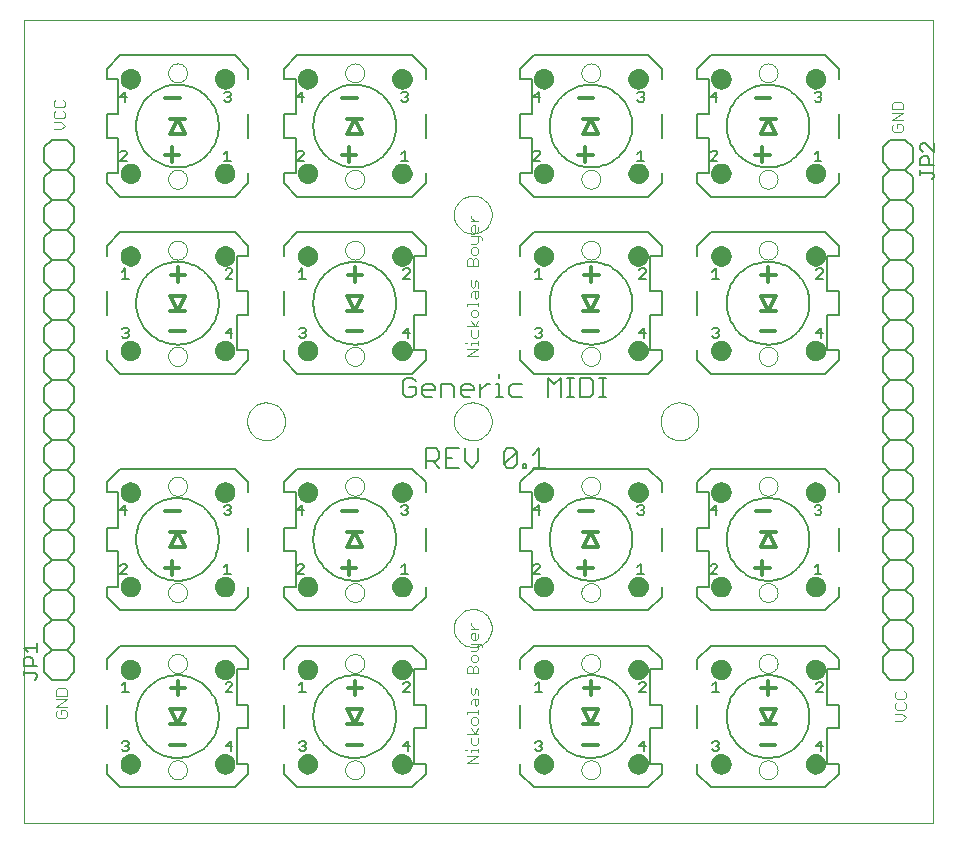
<source format=gto>
G75*
%MOIN*%
%OFA0B0*%
%FSLAX24Y24*%
%IPPOS*%
%LPD*%
%AMOC8*
5,1,8,0,0,1.08239X$1,22.5*
%
%ADD10C,0.0000*%
%ADD11C,0.0060*%
%ADD12C,0.0030*%
%ADD13C,0.0080*%
%ADD14C,0.0120*%
%ADD15C,0.0354*%
%ADD16C,0.0130*%
%ADD17C,0.0050*%
D10*
X001755Y000967D02*
X001755Y027739D01*
X032070Y027739D01*
X032070Y000967D01*
X001755Y000967D01*
X006558Y002739D02*
X006560Y002774D01*
X006566Y002809D01*
X006576Y002843D01*
X006589Y002876D01*
X006606Y002907D01*
X006627Y002935D01*
X006650Y002962D01*
X006677Y002985D01*
X006705Y003006D01*
X006736Y003023D01*
X006769Y003036D01*
X006803Y003046D01*
X006838Y003052D01*
X006873Y003054D01*
X006908Y003052D01*
X006943Y003046D01*
X006977Y003036D01*
X007010Y003023D01*
X007041Y003006D01*
X007069Y002985D01*
X007096Y002962D01*
X007119Y002935D01*
X007140Y002907D01*
X007157Y002876D01*
X007170Y002843D01*
X007180Y002809D01*
X007186Y002774D01*
X007188Y002739D01*
X007186Y002704D01*
X007180Y002669D01*
X007170Y002635D01*
X007157Y002602D01*
X007140Y002571D01*
X007119Y002543D01*
X007096Y002516D01*
X007069Y002493D01*
X007041Y002472D01*
X007010Y002455D01*
X006977Y002442D01*
X006943Y002432D01*
X006908Y002426D01*
X006873Y002424D01*
X006838Y002426D01*
X006803Y002432D01*
X006769Y002442D01*
X006736Y002455D01*
X006705Y002472D01*
X006677Y002493D01*
X006650Y002516D01*
X006627Y002543D01*
X006606Y002571D01*
X006589Y002602D01*
X006576Y002635D01*
X006566Y002669D01*
X006560Y002704D01*
X006558Y002739D01*
X006558Y006282D02*
X006560Y006317D01*
X006566Y006352D01*
X006576Y006386D01*
X006589Y006419D01*
X006606Y006450D01*
X006627Y006478D01*
X006650Y006505D01*
X006677Y006528D01*
X006705Y006549D01*
X006736Y006566D01*
X006769Y006579D01*
X006803Y006589D01*
X006838Y006595D01*
X006873Y006597D01*
X006908Y006595D01*
X006943Y006589D01*
X006977Y006579D01*
X007010Y006566D01*
X007041Y006549D01*
X007069Y006528D01*
X007096Y006505D01*
X007119Y006478D01*
X007140Y006450D01*
X007157Y006419D01*
X007170Y006386D01*
X007180Y006352D01*
X007186Y006317D01*
X007188Y006282D01*
X007186Y006247D01*
X007180Y006212D01*
X007170Y006178D01*
X007157Y006145D01*
X007140Y006114D01*
X007119Y006086D01*
X007096Y006059D01*
X007069Y006036D01*
X007041Y006015D01*
X007010Y005998D01*
X006977Y005985D01*
X006943Y005975D01*
X006908Y005969D01*
X006873Y005967D01*
X006838Y005969D01*
X006803Y005975D01*
X006769Y005985D01*
X006736Y005998D01*
X006705Y006015D01*
X006677Y006036D01*
X006650Y006059D01*
X006627Y006086D01*
X006606Y006114D01*
X006589Y006145D01*
X006576Y006178D01*
X006566Y006212D01*
X006560Y006247D01*
X006558Y006282D01*
X006558Y008645D02*
X006560Y008680D01*
X006566Y008715D01*
X006576Y008749D01*
X006589Y008782D01*
X006606Y008813D01*
X006627Y008841D01*
X006650Y008868D01*
X006677Y008891D01*
X006705Y008912D01*
X006736Y008929D01*
X006769Y008942D01*
X006803Y008952D01*
X006838Y008958D01*
X006873Y008960D01*
X006908Y008958D01*
X006943Y008952D01*
X006977Y008942D01*
X007010Y008929D01*
X007041Y008912D01*
X007069Y008891D01*
X007096Y008868D01*
X007119Y008841D01*
X007140Y008813D01*
X007157Y008782D01*
X007170Y008749D01*
X007180Y008715D01*
X007186Y008680D01*
X007188Y008645D01*
X007186Y008610D01*
X007180Y008575D01*
X007170Y008541D01*
X007157Y008508D01*
X007140Y008477D01*
X007119Y008449D01*
X007096Y008422D01*
X007069Y008399D01*
X007041Y008378D01*
X007010Y008361D01*
X006977Y008348D01*
X006943Y008338D01*
X006908Y008332D01*
X006873Y008330D01*
X006838Y008332D01*
X006803Y008338D01*
X006769Y008348D01*
X006736Y008361D01*
X006705Y008378D01*
X006677Y008399D01*
X006650Y008422D01*
X006627Y008449D01*
X006606Y008477D01*
X006589Y008508D01*
X006576Y008541D01*
X006566Y008575D01*
X006560Y008610D01*
X006558Y008645D01*
X006558Y012188D02*
X006560Y012223D01*
X006566Y012258D01*
X006576Y012292D01*
X006589Y012325D01*
X006606Y012356D01*
X006627Y012384D01*
X006650Y012411D01*
X006677Y012434D01*
X006705Y012455D01*
X006736Y012472D01*
X006769Y012485D01*
X006803Y012495D01*
X006838Y012501D01*
X006873Y012503D01*
X006908Y012501D01*
X006943Y012495D01*
X006977Y012485D01*
X007010Y012472D01*
X007041Y012455D01*
X007069Y012434D01*
X007096Y012411D01*
X007119Y012384D01*
X007140Y012356D01*
X007157Y012325D01*
X007170Y012292D01*
X007180Y012258D01*
X007186Y012223D01*
X007188Y012188D01*
X007186Y012153D01*
X007180Y012118D01*
X007170Y012084D01*
X007157Y012051D01*
X007140Y012020D01*
X007119Y011992D01*
X007096Y011965D01*
X007069Y011942D01*
X007041Y011921D01*
X007010Y011904D01*
X006977Y011891D01*
X006943Y011881D01*
X006908Y011875D01*
X006873Y011873D01*
X006838Y011875D01*
X006803Y011881D01*
X006769Y011891D01*
X006736Y011904D01*
X006705Y011921D01*
X006677Y011942D01*
X006650Y011965D01*
X006627Y011992D01*
X006606Y012020D01*
X006589Y012051D01*
X006576Y012084D01*
X006566Y012118D01*
X006560Y012153D01*
X006558Y012188D01*
X009196Y014353D02*
X009198Y014403D01*
X009204Y014453D01*
X009214Y014502D01*
X009228Y014550D01*
X009245Y014597D01*
X009266Y014642D01*
X009291Y014686D01*
X009319Y014727D01*
X009351Y014766D01*
X009385Y014803D01*
X009422Y014837D01*
X009462Y014867D01*
X009504Y014894D01*
X009548Y014918D01*
X009594Y014939D01*
X009641Y014955D01*
X009689Y014968D01*
X009739Y014977D01*
X009788Y014982D01*
X009839Y014983D01*
X009889Y014980D01*
X009938Y014973D01*
X009987Y014962D01*
X010035Y014947D01*
X010081Y014929D01*
X010126Y014907D01*
X010169Y014881D01*
X010210Y014852D01*
X010249Y014820D01*
X010285Y014785D01*
X010317Y014747D01*
X010347Y014707D01*
X010374Y014664D01*
X010397Y014620D01*
X010416Y014574D01*
X010432Y014526D01*
X010444Y014477D01*
X010452Y014428D01*
X010456Y014378D01*
X010456Y014328D01*
X010452Y014278D01*
X010444Y014229D01*
X010432Y014180D01*
X010416Y014132D01*
X010397Y014086D01*
X010374Y014042D01*
X010347Y013999D01*
X010317Y013959D01*
X010285Y013921D01*
X010249Y013886D01*
X010210Y013854D01*
X010169Y013825D01*
X010126Y013799D01*
X010081Y013777D01*
X010035Y013759D01*
X009987Y013744D01*
X009938Y013733D01*
X009889Y013726D01*
X009839Y013723D01*
X009788Y013724D01*
X009739Y013729D01*
X009689Y013738D01*
X009641Y013751D01*
X009594Y013767D01*
X009548Y013788D01*
X009504Y013812D01*
X009462Y013839D01*
X009422Y013869D01*
X009385Y013903D01*
X009351Y013940D01*
X009319Y013979D01*
X009291Y014020D01*
X009266Y014064D01*
X009245Y014109D01*
X009228Y014156D01*
X009214Y014204D01*
X009204Y014253D01*
X009198Y014303D01*
X009196Y014353D01*
X006558Y016519D02*
X006560Y016554D01*
X006566Y016589D01*
X006576Y016623D01*
X006589Y016656D01*
X006606Y016687D01*
X006627Y016715D01*
X006650Y016742D01*
X006677Y016765D01*
X006705Y016786D01*
X006736Y016803D01*
X006769Y016816D01*
X006803Y016826D01*
X006838Y016832D01*
X006873Y016834D01*
X006908Y016832D01*
X006943Y016826D01*
X006977Y016816D01*
X007010Y016803D01*
X007041Y016786D01*
X007069Y016765D01*
X007096Y016742D01*
X007119Y016715D01*
X007140Y016687D01*
X007157Y016656D01*
X007170Y016623D01*
X007180Y016589D01*
X007186Y016554D01*
X007188Y016519D01*
X007186Y016484D01*
X007180Y016449D01*
X007170Y016415D01*
X007157Y016382D01*
X007140Y016351D01*
X007119Y016323D01*
X007096Y016296D01*
X007069Y016273D01*
X007041Y016252D01*
X007010Y016235D01*
X006977Y016222D01*
X006943Y016212D01*
X006908Y016206D01*
X006873Y016204D01*
X006838Y016206D01*
X006803Y016212D01*
X006769Y016222D01*
X006736Y016235D01*
X006705Y016252D01*
X006677Y016273D01*
X006650Y016296D01*
X006627Y016323D01*
X006606Y016351D01*
X006589Y016382D01*
X006576Y016415D01*
X006566Y016449D01*
X006560Y016484D01*
X006558Y016519D01*
X006558Y020062D02*
X006560Y020097D01*
X006566Y020132D01*
X006576Y020166D01*
X006589Y020199D01*
X006606Y020230D01*
X006627Y020258D01*
X006650Y020285D01*
X006677Y020308D01*
X006705Y020329D01*
X006736Y020346D01*
X006769Y020359D01*
X006803Y020369D01*
X006838Y020375D01*
X006873Y020377D01*
X006908Y020375D01*
X006943Y020369D01*
X006977Y020359D01*
X007010Y020346D01*
X007041Y020329D01*
X007069Y020308D01*
X007096Y020285D01*
X007119Y020258D01*
X007140Y020230D01*
X007157Y020199D01*
X007170Y020166D01*
X007180Y020132D01*
X007186Y020097D01*
X007188Y020062D01*
X007186Y020027D01*
X007180Y019992D01*
X007170Y019958D01*
X007157Y019925D01*
X007140Y019894D01*
X007119Y019866D01*
X007096Y019839D01*
X007069Y019816D01*
X007041Y019795D01*
X007010Y019778D01*
X006977Y019765D01*
X006943Y019755D01*
X006908Y019749D01*
X006873Y019747D01*
X006838Y019749D01*
X006803Y019755D01*
X006769Y019765D01*
X006736Y019778D01*
X006705Y019795D01*
X006677Y019816D01*
X006650Y019839D01*
X006627Y019866D01*
X006606Y019894D01*
X006589Y019925D01*
X006576Y019958D01*
X006566Y019992D01*
X006560Y020027D01*
X006558Y020062D01*
X006558Y022424D02*
X006560Y022459D01*
X006566Y022494D01*
X006576Y022528D01*
X006589Y022561D01*
X006606Y022592D01*
X006627Y022620D01*
X006650Y022647D01*
X006677Y022670D01*
X006705Y022691D01*
X006736Y022708D01*
X006769Y022721D01*
X006803Y022731D01*
X006838Y022737D01*
X006873Y022739D01*
X006908Y022737D01*
X006943Y022731D01*
X006977Y022721D01*
X007010Y022708D01*
X007041Y022691D01*
X007069Y022670D01*
X007096Y022647D01*
X007119Y022620D01*
X007140Y022592D01*
X007157Y022561D01*
X007170Y022528D01*
X007180Y022494D01*
X007186Y022459D01*
X007188Y022424D01*
X007186Y022389D01*
X007180Y022354D01*
X007170Y022320D01*
X007157Y022287D01*
X007140Y022256D01*
X007119Y022228D01*
X007096Y022201D01*
X007069Y022178D01*
X007041Y022157D01*
X007010Y022140D01*
X006977Y022127D01*
X006943Y022117D01*
X006908Y022111D01*
X006873Y022109D01*
X006838Y022111D01*
X006803Y022117D01*
X006769Y022127D01*
X006736Y022140D01*
X006705Y022157D01*
X006677Y022178D01*
X006650Y022201D01*
X006627Y022228D01*
X006606Y022256D01*
X006589Y022287D01*
X006576Y022320D01*
X006566Y022354D01*
X006560Y022389D01*
X006558Y022424D01*
X006558Y025967D02*
X006560Y026002D01*
X006566Y026037D01*
X006576Y026071D01*
X006589Y026104D01*
X006606Y026135D01*
X006627Y026163D01*
X006650Y026190D01*
X006677Y026213D01*
X006705Y026234D01*
X006736Y026251D01*
X006769Y026264D01*
X006803Y026274D01*
X006838Y026280D01*
X006873Y026282D01*
X006908Y026280D01*
X006943Y026274D01*
X006977Y026264D01*
X007010Y026251D01*
X007041Y026234D01*
X007069Y026213D01*
X007096Y026190D01*
X007119Y026163D01*
X007140Y026135D01*
X007157Y026104D01*
X007170Y026071D01*
X007180Y026037D01*
X007186Y026002D01*
X007188Y025967D01*
X007186Y025932D01*
X007180Y025897D01*
X007170Y025863D01*
X007157Y025830D01*
X007140Y025799D01*
X007119Y025771D01*
X007096Y025744D01*
X007069Y025721D01*
X007041Y025700D01*
X007010Y025683D01*
X006977Y025670D01*
X006943Y025660D01*
X006908Y025654D01*
X006873Y025652D01*
X006838Y025654D01*
X006803Y025660D01*
X006769Y025670D01*
X006736Y025683D01*
X006705Y025700D01*
X006677Y025721D01*
X006650Y025744D01*
X006627Y025771D01*
X006606Y025799D01*
X006589Y025830D01*
X006576Y025863D01*
X006566Y025897D01*
X006560Y025932D01*
X006558Y025967D01*
X012463Y025967D02*
X012465Y026002D01*
X012471Y026037D01*
X012481Y026071D01*
X012494Y026104D01*
X012511Y026135D01*
X012532Y026163D01*
X012555Y026190D01*
X012582Y026213D01*
X012610Y026234D01*
X012641Y026251D01*
X012674Y026264D01*
X012708Y026274D01*
X012743Y026280D01*
X012778Y026282D01*
X012813Y026280D01*
X012848Y026274D01*
X012882Y026264D01*
X012915Y026251D01*
X012946Y026234D01*
X012974Y026213D01*
X013001Y026190D01*
X013024Y026163D01*
X013045Y026135D01*
X013062Y026104D01*
X013075Y026071D01*
X013085Y026037D01*
X013091Y026002D01*
X013093Y025967D01*
X013091Y025932D01*
X013085Y025897D01*
X013075Y025863D01*
X013062Y025830D01*
X013045Y025799D01*
X013024Y025771D01*
X013001Y025744D01*
X012974Y025721D01*
X012946Y025700D01*
X012915Y025683D01*
X012882Y025670D01*
X012848Y025660D01*
X012813Y025654D01*
X012778Y025652D01*
X012743Y025654D01*
X012708Y025660D01*
X012674Y025670D01*
X012641Y025683D01*
X012610Y025700D01*
X012582Y025721D01*
X012555Y025744D01*
X012532Y025771D01*
X012511Y025799D01*
X012494Y025830D01*
X012481Y025863D01*
X012471Y025897D01*
X012465Y025932D01*
X012463Y025967D01*
X012463Y022424D02*
X012465Y022459D01*
X012471Y022494D01*
X012481Y022528D01*
X012494Y022561D01*
X012511Y022592D01*
X012532Y022620D01*
X012555Y022647D01*
X012582Y022670D01*
X012610Y022691D01*
X012641Y022708D01*
X012674Y022721D01*
X012708Y022731D01*
X012743Y022737D01*
X012778Y022739D01*
X012813Y022737D01*
X012848Y022731D01*
X012882Y022721D01*
X012915Y022708D01*
X012946Y022691D01*
X012974Y022670D01*
X013001Y022647D01*
X013024Y022620D01*
X013045Y022592D01*
X013062Y022561D01*
X013075Y022528D01*
X013085Y022494D01*
X013091Y022459D01*
X013093Y022424D01*
X013091Y022389D01*
X013085Y022354D01*
X013075Y022320D01*
X013062Y022287D01*
X013045Y022256D01*
X013024Y022228D01*
X013001Y022201D01*
X012974Y022178D01*
X012946Y022157D01*
X012915Y022140D01*
X012882Y022127D01*
X012848Y022117D01*
X012813Y022111D01*
X012778Y022109D01*
X012743Y022111D01*
X012708Y022117D01*
X012674Y022127D01*
X012641Y022140D01*
X012610Y022157D01*
X012582Y022178D01*
X012555Y022201D01*
X012532Y022228D01*
X012511Y022256D01*
X012494Y022287D01*
X012481Y022320D01*
X012471Y022354D01*
X012465Y022389D01*
X012463Y022424D01*
X012463Y020062D02*
X012465Y020097D01*
X012471Y020132D01*
X012481Y020166D01*
X012494Y020199D01*
X012511Y020230D01*
X012532Y020258D01*
X012555Y020285D01*
X012582Y020308D01*
X012610Y020329D01*
X012641Y020346D01*
X012674Y020359D01*
X012708Y020369D01*
X012743Y020375D01*
X012778Y020377D01*
X012813Y020375D01*
X012848Y020369D01*
X012882Y020359D01*
X012915Y020346D01*
X012946Y020329D01*
X012974Y020308D01*
X013001Y020285D01*
X013024Y020258D01*
X013045Y020230D01*
X013062Y020199D01*
X013075Y020166D01*
X013085Y020132D01*
X013091Y020097D01*
X013093Y020062D01*
X013091Y020027D01*
X013085Y019992D01*
X013075Y019958D01*
X013062Y019925D01*
X013045Y019894D01*
X013024Y019866D01*
X013001Y019839D01*
X012974Y019816D01*
X012946Y019795D01*
X012915Y019778D01*
X012882Y019765D01*
X012848Y019755D01*
X012813Y019749D01*
X012778Y019747D01*
X012743Y019749D01*
X012708Y019755D01*
X012674Y019765D01*
X012641Y019778D01*
X012610Y019795D01*
X012582Y019816D01*
X012555Y019839D01*
X012532Y019866D01*
X012511Y019894D01*
X012494Y019925D01*
X012481Y019958D01*
X012471Y019992D01*
X012465Y020027D01*
X012463Y020062D01*
X012463Y016519D02*
X012465Y016554D01*
X012471Y016589D01*
X012481Y016623D01*
X012494Y016656D01*
X012511Y016687D01*
X012532Y016715D01*
X012555Y016742D01*
X012582Y016765D01*
X012610Y016786D01*
X012641Y016803D01*
X012674Y016816D01*
X012708Y016826D01*
X012743Y016832D01*
X012778Y016834D01*
X012813Y016832D01*
X012848Y016826D01*
X012882Y016816D01*
X012915Y016803D01*
X012946Y016786D01*
X012974Y016765D01*
X013001Y016742D01*
X013024Y016715D01*
X013045Y016687D01*
X013062Y016656D01*
X013075Y016623D01*
X013085Y016589D01*
X013091Y016554D01*
X013093Y016519D01*
X013091Y016484D01*
X013085Y016449D01*
X013075Y016415D01*
X013062Y016382D01*
X013045Y016351D01*
X013024Y016323D01*
X013001Y016296D01*
X012974Y016273D01*
X012946Y016252D01*
X012915Y016235D01*
X012882Y016222D01*
X012848Y016212D01*
X012813Y016206D01*
X012778Y016204D01*
X012743Y016206D01*
X012708Y016212D01*
X012674Y016222D01*
X012641Y016235D01*
X012610Y016252D01*
X012582Y016273D01*
X012555Y016296D01*
X012532Y016323D01*
X012511Y016351D01*
X012494Y016382D01*
X012481Y016415D01*
X012471Y016449D01*
X012465Y016484D01*
X012463Y016519D01*
X016085Y014353D02*
X016087Y014403D01*
X016093Y014453D01*
X016103Y014502D01*
X016117Y014550D01*
X016134Y014597D01*
X016155Y014642D01*
X016180Y014686D01*
X016208Y014727D01*
X016240Y014766D01*
X016274Y014803D01*
X016311Y014837D01*
X016351Y014867D01*
X016393Y014894D01*
X016437Y014918D01*
X016483Y014939D01*
X016530Y014955D01*
X016578Y014968D01*
X016628Y014977D01*
X016677Y014982D01*
X016728Y014983D01*
X016778Y014980D01*
X016827Y014973D01*
X016876Y014962D01*
X016924Y014947D01*
X016970Y014929D01*
X017015Y014907D01*
X017058Y014881D01*
X017099Y014852D01*
X017138Y014820D01*
X017174Y014785D01*
X017206Y014747D01*
X017236Y014707D01*
X017263Y014664D01*
X017286Y014620D01*
X017305Y014574D01*
X017321Y014526D01*
X017333Y014477D01*
X017341Y014428D01*
X017345Y014378D01*
X017345Y014328D01*
X017341Y014278D01*
X017333Y014229D01*
X017321Y014180D01*
X017305Y014132D01*
X017286Y014086D01*
X017263Y014042D01*
X017236Y013999D01*
X017206Y013959D01*
X017174Y013921D01*
X017138Y013886D01*
X017099Y013854D01*
X017058Y013825D01*
X017015Y013799D01*
X016970Y013777D01*
X016924Y013759D01*
X016876Y013744D01*
X016827Y013733D01*
X016778Y013726D01*
X016728Y013723D01*
X016677Y013724D01*
X016628Y013729D01*
X016578Y013738D01*
X016530Y013751D01*
X016483Y013767D01*
X016437Y013788D01*
X016393Y013812D01*
X016351Y013839D01*
X016311Y013869D01*
X016274Y013903D01*
X016240Y013940D01*
X016208Y013979D01*
X016180Y014020D01*
X016155Y014064D01*
X016134Y014109D01*
X016117Y014156D01*
X016103Y014204D01*
X016093Y014253D01*
X016087Y014303D01*
X016085Y014353D01*
X012463Y012188D02*
X012465Y012223D01*
X012471Y012258D01*
X012481Y012292D01*
X012494Y012325D01*
X012511Y012356D01*
X012532Y012384D01*
X012555Y012411D01*
X012582Y012434D01*
X012610Y012455D01*
X012641Y012472D01*
X012674Y012485D01*
X012708Y012495D01*
X012743Y012501D01*
X012778Y012503D01*
X012813Y012501D01*
X012848Y012495D01*
X012882Y012485D01*
X012915Y012472D01*
X012946Y012455D01*
X012974Y012434D01*
X013001Y012411D01*
X013024Y012384D01*
X013045Y012356D01*
X013062Y012325D01*
X013075Y012292D01*
X013085Y012258D01*
X013091Y012223D01*
X013093Y012188D01*
X013091Y012153D01*
X013085Y012118D01*
X013075Y012084D01*
X013062Y012051D01*
X013045Y012020D01*
X013024Y011992D01*
X013001Y011965D01*
X012974Y011942D01*
X012946Y011921D01*
X012915Y011904D01*
X012882Y011891D01*
X012848Y011881D01*
X012813Y011875D01*
X012778Y011873D01*
X012743Y011875D01*
X012708Y011881D01*
X012674Y011891D01*
X012641Y011904D01*
X012610Y011921D01*
X012582Y011942D01*
X012555Y011965D01*
X012532Y011992D01*
X012511Y012020D01*
X012494Y012051D01*
X012481Y012084D01*
X012471Y012118D01*
X012465Y012153D01*
X012463Y012188D01*
X012463Y008645D02*
X012465Y008680D01*
X012471Y008715D01*
X012481Y008749D01*
X012494Y008782D01*
X012511Y008813D01*
X012532Y008841D01*
X012555Y008868D01*
X012582Y008891D01*
X012610Y008912D01*
X012641Y008929D01*
X012674Y008942D01*
X012708Y008952D01*
X012743Y008958D01*
X012778Y008960D01*
X012813Y008958D01*
X012848Y008952D01*
X012882Y008942D01*
X012915Y008929D01*
X012946Y008912D01*
X012974Y008891D01*
X013001Y008868D01*
X013024Y008841D01*
X013045Y008813D01*
X013062Y008782D01*
X013075Y008749D01*
X013085Y008715D01*
X013091Y008680D01*
X013093Y008645D01*
X013091Y008610D01*
X013085Y008575D01*
X013075Y008541D01*
X013062Y008508D01*
X013045Y008477D01*
X013024Y008449D01*
X013001Y008422D01*
X012974Y008399D01*
X012946Y008378D01*
X012915Y008361D01*
X012882Y008348D01*
X012848Y008338D01*
X012813Y008332D01*
X012778Y008330D01*
X012743Y008332D01*
X012708Y008338D01*
X012674Y008348D01*
X012641Y008361D01*
X012610Y008378D01*
X012582Y008399D01*
X012555Y008422D01*
X012532Y008449D01*
X012511Y008477D01*
X012494Y008508D01*
X012481Y008541D01*
X012471Y008575D01*
X012465Y008610D01*
X012463Y008645D01*
X012463Y006282D02*
X012465Y006317D01*
X012471Y006352D01*
X012481Y006386D01*
X012494Y006419D01*
X012511Y006450D01*
X012532Y006478D01*
X012555Y006505D01*
X012582Y006528D01*
X012610Y006549D01*
X012641Y006566D01*
X012674Y006579D01*
X012708Y006589D01*
X012743Y006595D01*
X012778Y006597D01*
X012813Y006595D01*
X012848Y006589D01*
X012882Y006579D01*
X012915Y006566D01*
X012946Y006549D01*
X012974Y006528D01*
X013001Y006505D01*
X013024Y006478D01*
X013045Y006450D01*
X013062Y006419D01*
X013075Y006386D01*
X013085Y006352D01*
X013091Y006317D01*
X013093Y006282D01*
X013091Y006247D01*
X013085Y006212D01*
X013075Y006178D01*
X013062Y006145D01*
X013045Y006114D01*
X013024Y006086D01*
X013001Y006059D01*
X012974Y006036D01*
X012946Y006015D01*
X012915Y005998D01*
X012882Y005985D01*
X012848Y005975D01*
X012813Y005969D01*
X012778Y005967D01*
X012743Y005969D01*
X012708Y005975D01*
X012674Y005985D01*
X012641Y005998D01*
X012610Y006015D01*
X012582Y006036D01*
X012555Y006059D01*
X012532Y006086D01*
X012511Y006114D01*
X012494Y006145D01*
X012481Y006178D01*
X012471Y006212D01*
X012465Y006247D01*
X012463Y006282D01*
X012463Y002739D02*
X012465Y002774D01*
X012471Y002809D01*
X012481Y002843D01*
X012494Y002876D01*
X012511Y002907D01*
X012532Y002935D01*
X012555Y002962D01*
X012582Y002985D01*
X012610Y003006D01*
X012641Y003023D01*
X012674Y003036D01*
X012708Y003046D01*
X012743Y003052D01*
X012778Y003054D01*
X012813Y003052D01*
X012848Y003046D01*
X012882Y003036D01*
X012915Y003023D01*
X012946Y003006D01*
X012974Y002985D01*
X013001Y002962D01*
X013024Y002935D01*
X013045Y002907D01*
X013062Y002876D01*
X013075Y002843D01*
X013085Y002809D01*
X013091Y002774D01*
X013093Y002739D01*
X013091Y002704D01*
X013085Y002669D01*
X013075Y002635D01*
X013062Y002602D01*
X013045Y002571D01*
X013024Y002543D01*
X013001Y002516D01*
X012974Y002493D01*
X012946Y002472D01*
X012915Y002455D01*
X012882Y002442D01*
X012848Y002432D01*
X012813Y002426D01*
X012778Y002424D01*
X012743Y002426D01*
X012708Y002432D01*
X012674Y002442D01*
X012641Y002455D01*
X012610Y002472D01*
X012582Y002493D01*
X012555Y002516D01*
X012532Y002543D01*
X012511Y002571D01*
X012494Y002602D01*
X012481Y002635D01*
X012471Y002669D01*
X012465Y002704D01*
X012463Y002739D01*
X016085Y007463D02*
X016087Y007513D01*
X016093Y007563D01*
X016103Y007612D01*
X016117Y007660D01*
X016134Y007707D01*
X016155Y007752D01*
X016180Y007796D01*
X016208Y007837D01*
X016240Y007876D01*
X016274Y007913D01*
X016311Y007947D01*
X016351Y007977D01*
X016393Y008004D01*
X016437Y008028D01*
X016483Y008049D01*
X016530Y008065D01*
X016578Y008078D01*
X016628Y008087D01*
X016677Y008092D01*
X016728Y008093D01*
X016778Y008090D01*
X016827Y008083D01*
X016876Y008072D01*
X016924Y008057D01*
X016970Y008039D01*
X017015Y008017D01*
X017058Y007991D01*
X017099Y007962D01*
X017138Y007930D01*
X017174Y007895D01*
X017206Y007857D01*
X017236Y007817D01*
X017263Y007774D01*
X017286Y007730D01*
X017305Y007684D01*
X017321Y007636D01*
X017333Y007587D01*
X017341Y007538D01*
X017345Y007488D01*
X017345Y007438D01*
X017341Y007388D01*
X017333Y007339D01*
X017321Y007290D01*
X017305Y007242D01*
X017286Y007196D01*
X017263Y007152D01*
X017236Y007109D01*
X017206Y007069D01*
X017174Y007031D01*
X017138Y006996D01*
X017099Y006964D01*
X017058Y006935D01*
X017015Y006909D01*
X016970Y006887D01*
X016924Y006869D01*
X016876Y006854D01*
X016827Y006843D01*
X016778Y006836D01*
X016728Y006833D01*
X016677Y006834D01*
X016628Y006839D01*
X016578Y006848D01*
X016530Y006861D01*
X016483Y006877D01*
X016437Y006898D01*
X016393Y006922D01*
X016351Y006949D01*
X016311Y006979D01*
X016274Y007013D01*
X016240Y007050D01*
X016208Y007089D01*
X016180Y007130D01*
X016155Y007174D01*
X016134Y007219D01*
X016117Y007266D01*
X016103Y007314D01*
X016093Y007363D01*
X016087Y007413D01*
X016085Y007463D01*
X020337Y006282D02*
X020339Y006317D01*
X020345Y006352D01*
X020355Y006386D01*
X020368Y006419D01*
X020385Y006450D01*
X020406Y006478D01*
X020429Y006505D01*
X020456Y006528D01*
X020484Y006549D01*
X020515Y006566D01*
X020548Y006579D01*
X020582Y006589D01*
X020617Y006595D01*
X020652Y006597D01*
X020687Y006595D01*
X020722Y006589D01*
X020756Y006579D01*
X020789Y006566D01*
X020820Y006549D01*
X020848Y006528D01*
X020875Y006505D01*
X020898Y006478D01*
X020919Y006450D01*
X020936Y006419D01*
X020949Y006386D01*
X020959Y006352D01*
X020965Y006317D01*
X020967Y006282D01*
X020965Y006247D01*
X020959Y006212D01*
X020949Y006178D01*
X020936Y006145D01*
X020919Y006114D01*
X020898Y006086D01*
X020875Y006059D01*
X020848Y006036D01*
X020820Y006015D01*
X020789Y005998D01*
X020756Y005985D01*
X020722Y005975D01*
X020687Y005969D01*
X020652Y005967D01*
X020617Y005969D01*
X020582Y005975D01*
X020548Y005985D01*
X020515Y005998D01*
X020484Y006015D01*
X020456Y006036D01*
X020429Y006059D01*
X020406Y006086D01*
X020385Y006114D01*
X020368Y006145D01*
X020355Y006178D01*
X020345Y006212D01*
X020339Y006247D01*
X020337Y006282D01*
X020337Y008645D02*
X020339Y008680D01*
X020345Y008715D01*
X020355Y008749D01*
X020368Y008782D01*
X020385Y008813D01*
X020406Y008841D01*
X020429Y008868D01*
X020456Y008891D01*
X020484Y008912D01*
X020515Y008929D01*
X020548Y008942D01*
X020582Y008952D01*
X020617Y008958D01*
X020652Y008960D01*
X020687Y008958D01*
X020722Y008952D01*
X020756Y008942D01*
X020789Y008929D01*
X020820Y008912D01*
X020848Y008891D01*
X020875Y008868D01*
X020898Y008841D01*
X020919Y008813D01*
X020936Y008782D01*
X020949Y008749D01*
X020959Y008715D01*
X020965Y008680D01*
X020967Y008645D01*
X020965Y008610D01*
X020959Y008575D01*
X020949Y008541D01*
X020936Y008508D01*
X020919Y008477D01*
X020898Y008449D01*
X020875Y008422D01*
X020848Y008399D01*
X020820Y008378D01*
X020789Y008361D01*
X020756Y008348D01*
X020722Y008338D01*
X020687Y008332D01*
X020652Y008330D01*
X020617Y008332D01*
X020582Y008338D01*
X020548Y008348D01*
X020515Y008361D01*
X020484Y008378D01*
X020456Y008399D01*
X020429Y008422D01*
X020406Y008449D01*
X020385Y008477D01*
X020368Y008508D01*
X020355Y008541D01*
X020345Y008575D01*
X020339Y008610D01*
X020337Y008645D01*
X020337Y012188D02*
X020339Y012223D01*
X020345Y012258D01*
X020355Y012292D01*
X020368Y012325D01*
X020385Y012356D01*
X020406Y012384D01*
X020429Y012411D01*
X020456Y012434D01*
X020484Y012455D01*
X020515Y012472D01*
X020548Y012485D01*
X020582Y012495D01*
X020617Y012501D01*
X020652Y012503D01*
X020687Y012501D01*
X020722Y012495D01*
X020756Y012485D01*
X020789Y012472D01*
X020820Y012455D01*
X020848Y012434D01*
X020875Y012411D01*
X020898Y012384D01*
X020919Y012356D01*
X020936Y012325D01*
X020949Y012292D01*
X020959Y012258D01*
X020965Y012223D01*
X020967Y012188D01*
X020965Y012153D01*
X020959Y012118D01*
X020949Y012084D01*
X020936Y012051D01*
X020919Y012020D01*
X020898Y011992D01*
X020875Y011965D01*
X020848Y011942D01*
X020820Y011921D01*
X020789Y011904D01*
X020756Y011891D01*
X020722Y011881D01*
X020687Y011875D01*
X020652Y011873D01*
X020617Y011875D01*
X020582Y011881D01*
X020548Y011891D01*
X020515Y011904D01*
X020484Y011921D01*
X020456Y011942D01*
X020429Y011965D01*
X020406Y011992D01*
X020385Y012020D01*
X020368Y012051D01*
X020355Y012084D01*
X020345Y012118D01*
X020339Y012153D01*
X020337Y012188D01*
X022975Y014353D02*
X022977Y014403D01*
X022983Y014453D01*
X022993Y014502D01*
X023007Y014550D01*
X023024Y014597D01*
X023045Y014642D01*
X023070Y014686D01*
X023098Y014727D01*
X023130Y014766D01*
X023164Y014803D01*
X023201Y014837D01*
X023241Y014867D01*
X023283Y014894D01*
X023327Y014918D01*
X023373Y014939D01*
X023420Y014955D01*
X023468Y014968D01*
X023518Y014977D01*
X023567Y014982D01*
X023618Y014983D01*
X023668Y014980D01*
X023717Y014973D01*
X023766Y014962D01*
X023814Y014947D01*
X023860Y014929D01*
X023905Y014907D01*
X023948Y014881D01*
X023989Y014852D01*
X024028Y014820D01*
X024064Y014785D01*
X024096Y014747D01*
X024126Y014707D01*
X024153Y014664D01*
X024176Y014620D01*
X024195Y014574D01*
X024211Y014526D01*
X024223Y014477D01*
X024231Y014428D01*
X024235Y014378D01*
X024235Y014328D01*
X024231Y014278D01*
X024223Y014229D01*
X024211Y014180D01*
X024195Y014132D01*
X024176Y014086D01*
X024153Y014042D01*
X024126Y013999D01*
X024096Y013959D01*
X024064Y013921D01*
X024028Y013886D01*
X023989Y013854D01*
X023948Y013825D01*
X023905Y013799D01*
X023860Y013777D01*
X023814Y013759D01*
X023766Y013744D01*
X023717Y013733D01*
X023668Y013726D01*
X023618Y013723D01*
X023567Y013724D01*
X023518Y013729D01*
X023468Y013738D01*
X023420Y013751D01*
X023373Y013767D01*
X023327Y013788D01*
X023283Y013812D01*
X023241Y013839D01*
X023201Y013869D01*
X023164Y013903D01*
X023130Y013940D01*
X023098Y013979D01*
X023070Y014020D01*
X023045Y014064D01*
X023024Y014109D01*
X023007Y014156D01*
X022993Y014204D01*
X022983Y014253D01*
X022977Y014303D01*
X022975Y014353D01*
X020337Y016519D02*
X020339Y016554D01*
X020345Y016589D01*
X020355Y016623D01*
X020368Y016656D01*
X020385Y016687D01*
X020406Y016715D01*
X020429Y016742D01*
X020456Y016765D01*
X020484Y016786D01*
X020515Y016803D01*
X020548Y016816D01*
X020582Y016826D01*
X020617Y016832D01*
X020652Y016834D01*
X020687Y016832D01*
X020722Y016826D01*
X020756Y016816D01*
X020789Y016803D01*
X020820Y016786D01*
X020848Y016765D01*
X020875Y016742D01*
X020898Y016715D01*
X020919Y016687D01*
X020936Y016656D01*
X020949Y016623D01*
X020959Y016589D01*
X020965Y016554D01*
X020967Y016519D01*
X020965Y016484D01*
X020959Y016449D01*
X020949Y016415D01*
X020936Y016382D01*
X020919Y016351D01*
X020898Y016323D01*
X020875Y016296D01*
X020848Y016273D01*
X020820Y016252D01*
X020789Y016235D01*
X020756Y016222D01*
X020722Y016212D01*
X020687Y016206D01*
X020652Y016204D01*
X020617Y016206D01*
X020582Y016212D01*
X020548Y016222D01*
X020515Y016235D01*
X020484Y016252D01*
X020456Y016273D01*
X020429Y016296D01*
X020406Y016323D01*
X020385Y016351D01*
X020368Y016382D01*
X020355Y016415D01*
X020345Y016449D01*
X020339Y016484D01*
X020337Y016519D01*
X020337Y020062D02*
X020339Y020097D01*
X020345Y020132D01*
X020355Y020166D01*
X020368Y020199D01*
X020385Y020230D01*
X020406Y020258D01*
X020429Y020285D01*
X020456Y020308D01*
X020484Y020329D01*
X020515Y020346D01*
X020548Y020359D01*
X020582Y020369D01*
X020617Y020375D01*
X020652Y020377D01*
X020687Y020375D01*
X020722Y020369D01*
X020756Y020359D01*
X020789Y020346D01*
X020820Y020329D01*
X020848Y020308D01*
X020875Y020285D01*
X020898Y020258D01*
X020919Y020230D01*
X020936Y020199D01*
X020949Y020166D01*
X020959Y020132D01*
X020965Y020097D01*
X020967Y020062D01*
X020965Y020027D01*
X020959Y019992D01*
X020949Y019958D01*
X020936Y019925D01*
X020919Y019894D01*
X020898Y019866D01*
X020875Y019839D01*
X020848Y019816D01*
X020820Y019795D01*
X020789Y019778D01*
X020756Y019765D01*
X020722Y019755D01*
X020687Y019749D01*
X020652Y019747D01*
X020617Y019749D01*
X020582Y019755D01*
X020548Y019765D01*
X020515Y019778D01*
X020484Y019795D01*
X020456Y019816D01*
X020429Y019839D01*
X020406Y019866D01*
X020385Y019894D01*
X020368Y019925D01*
X020355Y019958D01*
X020345Y019992D01*
X020339Y020027D01*
X020337Y020062D01*
X020337Y022424D02*
X020339Y022459D01*
X020345Y022494D01*
X020355Y022528D01*
X020368Y022561D01*
X020385Y022592D01*
X020406Y022620D01*
X020429Y022647D01*
X020456Y022670D01*
X020484Y022691D01*
X020515Y022708D01*
X020548Y022721D01*
X020582Y022731D01*
X020617Y022737D01*
X020652Y022739D01*
X020687Y022737D01*
X020722Y022731D01*
X020756Y022721D01*
X020789Y022708D01*
X020820Y022691D01*
X020848Y022670D01*
X020875Y022647D01*
X020898Y022620D01*
X020919Y022592D01*
X020936Y022561D01*
X020949Y022528D01*
X020959Y022494D01*
X020965Y022459D01*
X020967Y022424D01*
X020965Y022389D01*
X020959Y022354D01*
X020949Y022320D01*
X020936Y022287D01*
X020919Y022256D01*
X020898Y022228D01*
X020875Y022201D01*
X020848Y022178D01*
X020820Y022157D01*
X020789Y022140D01*
X020756Y022127D01*
X020722Y022117D01*
X020687Y022111D01*
X020652Y022109D01*
X020617Y022111D01*
X020582Y022117D01*
X020548Y022127D01*
X020515Y022140D01*
X020484Y022157D01*
X020456Y022178D01*
X020429Y022201D01*
X020406Y022228D01*
X020385Y022256D01*
X020368Y022287D01*
X020355Y022320D01*
X020345Y022354D01*
X020339Y022389D01*
X020337Y022424D01*
X020337Y025967D02*
X020339Y026002D01*
X020345Y026037D01*
X020355Y026071D01*
X020368Y026104D01*
X020385Y026135D01*
X020406Y026163D01*
X020429Y026190D01*
X020456Y026213D01*
X020484Y026234D01*
X020515Y026251D01*
X020548Y026264D01*
X020582Y026274D01*
X020617Y026280D01*
X020652Y026282D01*
X020687Y026280D01*
X020722Y026274D01*
X020756Y026264D01*
X020789Y026251D01*
X020820Y026234D01*
X020848Y026213D01*
X020875Y026190D01*
X020898Y026163D01*
X020919Y026135D01*
X020936Y026104D01*
X020949Y026071D01*
X020959Y026037D01*
X020965Y026002D01*
X020967Y025967D01*
X020965Y025932D01*
X020959Y025897D01*
X020949Y025863D01*
X020936Y025830D01*
X020919Y025799D01*
X020898Y025771D01*
X020875Y025744D01*
X020848Y025721D01*
X020820Y025700D01*
X020789Y025683D01*
X020756Y025670D01*
X020722Y025660D01*
X020687Y025654D01*
X020652Y025652D01*
X020617Y025654D01*
X020582Y025660D01*
X020548Y025670D01*
X020515Y025683D01*
X020484Y025700D01*
X020456Y025721D01*
X020429Y025744D01*
X020406Y025771D01*
X020385Y025799D01*
X020368Y025830D01*
X020355Y025863D01*
X020345Y025897D01*
X020339Y025932D01*
X020337Y025967D01*
X016085Y021243D02*
X016087Y021293D01*
X016093Y021343D01*
X016103Y021392D01*
X016117Y021440D01*
X016134Y021487D01*
X016155Y021532D01*
X016180Y021576D01*
X016208Y021617D01*
X016240Y021656D01*
X016274Y021693D01*
X016311Y021727D01*
X016351Y021757D01*
X016393Y021784D01*
X016437Y021808D01*
X016483Y021829D01*
X016530Y021845D01*
X016578Y021858D01*
X016628Y021867D01*
X016677Y021872D01*
X016728Y021873D01*
X016778Y021870D01*
X016827Y021863D01*
X016876Y021852D01*
X016924Y021837D01*
X016970Y021819D01*
X017015Y021797D01*
X017058Y021771D01*
X017099Y021742D01*
X017138Y021710D01*
X017174Y021675D01*
X017206Y021637D01*
X017236Y021597D01*
X017263Y021554D01*
X017286Y021510D01*
X017305Y021464D01*
X017321Y021416D01*
X017333Y021367D01*
X017341Y021318D01*
X017345Y021268D01*
X017345Y021218D01*
X017341Y021168D01*
X017333Y021119D01*
X017321Y021070D01*
X017305Y021022D01*
X017286Y020976D01*
X017263Y020932D01*
X017236Y020889D01*
X017206Y020849D01*
X017174Y020811D01*
X017138Y020776D01*
X017099Y020744D01*
X017058Y020715D01*
X017015Y020689D01*
X016970Y020667D01*
X016924Y020649D01*
X016876Y020634D01*
X016827Y020623D01*
X016778Y020616D01*
X016728Y020613D01*
X016677Y020614D01*
X016628Y020619D01*
X016578Y020628D01*
X016530Y020641D01*
X016483Y020657D01*
X016437Y020678D01*
X016393Y020702D01*
X016351Y020729D01*
X016311Y020759D01*
X016274Y020793D01*
X016240Y020830D01*
X016208Y020869D01*
X016180Y020910D01*
X016155Y020954D01*
X016134Y020999D01*
X016117Y021046D01*
X016103Y021094D01*
X016093Y021143D01*
X016087Y021193D01*
X016085Y021243D01*
X026243Y022424D02*
X026245Y022459D01*
X026251Y022494D01*
X026261Y022528D01*
X026274Y022561D01*
X026291Y022592D01*
X026312Y022620D01*
X026335Y022647D01*
X026362Y022670D01*
X026390Y022691D01*
X026421Y022708D01*
X026454Y022721D01*
X026488Y022731D01*
X026523Y022737D01*
X026558Y022739D01*
X026593Y022737D01*
X026628Y022731D01*
X026662Y022721D01*
X026695Y022708D01*
X026726Y022691D01*
X026754Y022670D01*
X026781Y022647D01*
X026804Y022620D01*
X026825Y022592D01*
X026842Y022561D01*
X026855Y022528D01*
X026865Y022494D01*
X026871Y022459D01*
X026873Y022424D01*
X026871Y022389D01*
X026865Y022354D01*
X026855Y022320D01*
X026842Y022287D01*
X026825Y022256D01*
X026804Y022228D01*
X026781Y022201D01*
X026754Y022178D01*
X026726Y022157D01*
X026695Y022140D01*
X026662Y022127D01*
X026628Y022117D01*
X026593Y022111D01*
X026558Y022109D01*
X026523Y022111D01*
X026488Y022117D01*
X026454Y022127D01*
X026421Y022140D01*
X026390Y022157D01*
X026362Y022178D01*
X026335Y022201D01*
X026312Y022228D01*
X026291Y022256D01*
X026274Y022287D01*
X026261Y022320D01*
X026251Y022354D01*
X026245Y022389D01*
X026243Y022424D01*
X026243Y020062D02*
X026245Y020097D01*
X026251Y020132D01*
X026261Y020166D01*
X026274Y020199D01*
X026291Y020230D01*
X026312Y020258D01*
X026335Y020285D01*
X026362Y020308D01*
X026390Y020329D01*
X026421Y020346D01*
X026454Y020359D01*
X026488Y020369D01*
X026523Y020375D01*
X026558Y020377D01*
X026593Y020375D01*
X026628Y020369D01*
X026662Y020359D01*
X026695Y020346D01*
X026726Y020329D01*
X026754Y020308D01*
X026781Y020285D01*
X026804Y020258D01*
X026825Y020230D01*
X026842Y020199D01*
X026855Y020166D01*
X026865Y020132D01*
X026871Y020097D01*
X026873Y020062D01*
X026871Y020027D01*
X026865Y019992D01*
X026855Y019958D01*
X026842Y019925D01*
X026825Y019894D01*
X026804Y019866D01*
X026781Y019839D01*
X026754Y019816D01*
X026726Y019795D01*
X026695Y019778D01*
X026662Y019765D01*
X026628Y019755D01*
X026593Y019749D01*
X026558Y019747D01*
X026523Y019749D01*
X026488Y019755D01*
X026454Y019765D01*
X026421Y019778D01*
X026390Y019795D01*
X026362Y019816D01*
X026335Y019839D01*
X026312Y019866D01*
X026291Y019894D01*
X026274Y019925D01*
X026261Y019958D01*
X026251Y019992D01*
X026245Y020027D01*
X026243Y020062D01*
X026243Y016519D02*
X026245Y016554D01*
X026251Y016589D01*
X026261Y016623D01*
X026274Y016656D01*
X026291Y016687D01*
X026312Y016715D01*
X026335Y016742D01*
X026362Y016765D01*
X026390Y016786D01*
X026421Y016803D01*
X026454Y016816D01*
X026488Y016826D01*
X026523Y016832D01*
X026558Y016834D01*
X026593Y016832D01*
X026628Y016826D01*
X026662Y016816D01*
X026695Y016803D01*
X026726Y016786D01*
X026754Y016765D01*
X026781Y016742D01*
X026804Y016715D01*
X026825Y016687D01*
X026842Y016656D01*
X026855Y016623D01*
X026865Y016589D01*
X026871Y016554D01*
X026873Y016519D01*
X026871Y016484D01*
X026865Y016449D01*
X026855Y016415D01*
X026842Y016382D01*
X026825Y016351D01*
X026804Y016323D01*
X026781Y016296D01*
X026754Y016273D01*
X026726Y016252D01*
X026695Y016235D01*
X026662Y016222D01*
X026628Y016212D01*
X026593Y016206D01*
X026558Y016204D01*
X026523Y016206D01*
X026488Y016212D01*
X026454Y016222D01*
X026421Y016235D01*
X026390Y016252D01*
X026362Y016273D01*
X026335Y016296D01*
X026312Y016323D01*
X026291Y016351D01*
X026274Y016382D01*
X026261Y016415D01*
X026251Y016449D01*
X026245Y016484D01*
X026243Y016519D01*
X026243Y012188D02*
X026245Y012223D01*
X026251Y012258D01*
X026261Y012292D01*
X026274Y012325D01*
X026291Y012356D01*
X026312Y012384D01*
X026335Y012411D01*
X026362Y012434D01*
X026390Y012455D01*
X026421Y012472D01*
X026454Y012485D01*
X026488Y012495D01*
X026523Y012501D01*
X026558Y012503D01*
X026593Y012501D01*
X026628Y012495D01*
X026662Y012485D01*
X026695Y012472D01*
X026726Y012455D01*
X026754Y012434D01*
X026781Y012411D01*
X026804Y012384D01*
X026825Y012356D01*
X026842Y012325D01*
X026855Y012292D01*
X026865Y012258D01*
X026871Y012223D01*
X026873Y012188D01*
X026871Y012153D01*
X026865Y012118D01*
X026855Y012084D01*
X026842Y012051D01*
X026825Y012020D01*
X026804Y011992D01*
X026781Y011965D01*
X026754Y011942D01*
X026726Y011921D01*
X026695Y011904D01*
X026662Y011891D01*
X026628Y011881D01*
X026593Y011875D01*
X026558Y011873D01*
X026523Y011875D01*
X026488Y011881D01*
X026454Y011891D01*
X026421Y011904D01*
X026390Y011921D01*
X026362Y011942D01*
X026335Y011965D01*
X026312Y011992D01*
X026291Y012020D01*
X026274Y012051D01*
X026261Y012084D01*
X026251Y012118D01*
X026245Y012153D01*
X026243Y012188D01*
X026243Y008645D02*
X026245Y008680D01*
X026251Y008715D01*
X026261Y008749D01*
X026274Y008782D01*
X026291Y008813D01*
X026312Y008841D01*
X026335Y008868D01*
X026362Y008891D01*
X026390Y008912D01*
X026421Y008929D01*
X026454Y008942D01*
X026488Y008952D01*
X026523Y008958D01*
X026558Y008960D01*
X026593Y008958D01*
X026628Y008952D01*
X026662Y008942D01*
X026695Y008929D01*
X026726Y008912D01*
X026754Y008891D01*
X026781Y008868D01*
X026804Y008841D01*
X026825Y008813D01*
X026842Y008782D01*
X026855Y008749D01*
X026865Y008715D01*
X026871Y008680D01*
X026873Y008645D01*
X026871Y008610D01*
X026865Y008575D01*
X026855Y008541D01*
X026842Y008508D01*
X026825Y008477D01*
X026804Y008449D01*
X026781Y008422D01*
X026754Y008399D01*
X026726Y008378D01*
X026695Y008361D01*
X026662Y008348D01*
X026628Y008338D01*
X026593Y008332D01*
X026558Y008330D01*
X026523Y008332D01*
X026488Y008338D01*
X026454Y008348D01*
X026421Y008361D01*
X026390Y008378D01*
X026362Y008399D01*
X026335Y008422D01*
X026312Y008449D01*
X026291Y008477D01*
X026274Y008508D01*
X026261Y008541D01*
X026251Y008575D01*
X026245Y008610D01*
X026243Y008645D01*
X026243Y006282D02*
X026245Y006317D01*
X026251Y006352D01*
X026261Y006386D01*
X026274Y006419D01*
X026291Y006450D01*
X026312Y006478D01*
X026335Y006505D01*
X026362Y006528D01*
X026390Y006549D01*
X026421Y006566D01*
X026454Y006579D01*
X026488Y006589D01*
X026523Y006595D01*
X026558Y006597D01*
X026593Y006595D01*
X026628Y006589D01*
X026662Y006579D01*
X026695Y006566D01*
X026726Y006549D01*
X026754Y006528D01*
X026781Y006505D01*
X026804Y006478D01*
X026825Y006450D01*
X026842Y006419D01*
X026855Y006386D01*
X026865Y006352D01*
X026871Y006317D01*
X026873Y006282D01*
X026871Y006247D01*
X026865Y006212D01*
X026855Y006178D01*
X026842Y006145D01*
X026825Y006114D01*
X026804Y006086D01*
X026781Y006059D01*
X026754Y006036D01*
X026726Y006015D01*
X026695Y005998D01*
X026662Y005985D01*
X026628Y005975D01*
X026593Y005969D01*
X026558Y005967D01*
X026523Y005969D01*
X026488Y005975D01*
X026454Y005985D01*
X026421Y005998D01*
X026390Y006015D01*
X026362Y006036D01*
X026335Y006059D01*
X026312Y006086D01*
X026291Y006114D01*
X026274Y006145D01*
X026261Y006178D01*
X026251Y006212D01*
X026245Y006247D01*
X026243Y006282D01*
X026243Y002739D02*
X026245Y002774D01*
X026251Y002809D01*
X026261Y002843D01*
X026274Y002876D01*
X026291Y002907D01*
X026312Y002935D01*
X026335Y002962D01*
X026362Y002985D01*
X026390Y003006D01*
X026421Y003023D01*
X026454Y003036D01*
X026488Y003046D01*
X026523Y003052D01*
X026558Y003054D01*
X026593Y003052D01*
X026628Y003046D01*
X026662Y003036D01*
X026695Y003023D01*
X026726Y003006D01*
X026754Y002985D01*
X026781Y002962D01*
X026804Y002935D01*
X026825Y002907D01*
X026842Y002876D01*
X026855Y002843D01*
X026865Y002809D01*
X026871Y002774D01*
X026873Y002739D01*
X026871Y002704D01*
X026865Y002669D01*
X026855Y002635D01*
X026842Y002602D01*
X026825Y002571D01*
X026804Y002543D01*
X026781Y002516D01*
X026754Y002493D01*
X026726Y002472D01*
X026695Y002455D01*
X026662Y002442D01*
X026628Y002432D01*
X026593Y002426D01*
X026558Y002424D01*
X026523Y002426D01*
X026488Y002432D01*
X026454Y002442D01*
X026421Y002455D01*
X026390Y002472D01*
X026362Y002493D01*
X026335Y002516D01*
X026312Y002543D01*
X026291Y002571D01*
X026274Y002602D01*
X026261Y002635D01*
X026251Y002669D01*
X026245Y002704D01*
X026243Y002739D01*
X020337Y002739D02*
X020339Y002774D01*
X020345Y002809D01*
X020355Y002843D01*
X020368Y002876D01*
X020385Y002907D01*
X020406Y002935D01*
X020429Y002962D01*
X020456Y002985D01*
X020484Y003006D01*
X020515Y003023D01*
X020548Y003036D01*
X020582Y003046D01*
X020617Y003052D01*
X020652Y003054D01*
X020687Y003052D01*
X020722Y003046D01*
X020756Y003036D01*
X020789Y003023D01*
X020820Y003006D01*
X020848Y002985D01*
X020875Y002962D01*
X020898Y002935D01*
X020919Y002907D01*
X020936Y002876D01*
X020949Y002843D01*
X020959Y002809D01*
X020965Y002774D01*
X020967Y002739D01*
X020965Y002704D01*
X020959Y002669D01*
X020949Y002635D01*
X020936Y002602D01*
X020919Y002571D01*
X020898Y002543D01*
X020875Y002516D01*
X020848Y002493D01*
X020820Y002472D01*
X020789Y002455D01*
X020756Y002442D01*
X020722Y002432D01*
X020687Y002426D01*
X020652Y002424D01*
X020617Y002426D01*
X020582Y002432D01*
X020548Y002442D01*
X020515Y002455D01*
X020484Y002472D01*
X020456Y002493D01*
X020429Y002516D01*
X020406Y002543D01*
X020385Y002571D01*
X020368Y002602D01*
X020355Y002635D01*
X020345Y002669D01*
X020339Y002704D01*
X020337Y002739D01*
X026243Y025967D02*
X026245Y026002D01*
X026251Y026037D01*
X026261Y026071D01*
X026274Y026104D01*
X026291Y026135D01*
X026312Y026163D01*
X026335Y026190D01*
X026362Y026213D01*
X026390Y026234D01*
X026421Y026251D01*
X026454Y026264D01*
X026488Y026274D01*
X026523Y026280D01*
X026558Y026282D01*
X026593Y026280D01*
X026628Y026274D01*
X026662Y026264D01*
X026695Y026251D01*
X026726Y026234D01*
X026754Y026213D01*
X026781Y026190D01*
X026804Y026163D01*
X026825Y026135D01*
X026842Y026104D01*
X026855Y026071D01*
X026865Y026037D01*
X026871Y026002D01*
X026873Y025967D01*
X026871Y025932D01*
X026865Y025897D01*
X026855Y025863D01*
X026842Y025830D01*
X026825Y025799D01*
X026804Y025771D01*
X026781Y025744D01*
X026754Y025721D01*
X026726Y025700D01*
X026695Y025683D01*
X026662Y025670D01*
X026628Y025660D01*
X026593Y025654D01*
X026558Y025652D01*
X026523Y025654D01*
X026488Y025660D01*
X026454Y025670D01*
X026421Y025683D01*
X026390Y025700D01*
X026362Y025721D01*
X026335Y025744D01*
X026312Y025771D01*
X026291Y025799D01*
X026274Y025830D01*
X026261Y025863D01*
X026251Y025897D01*
X026245Y025932D01*
X026243Y025967D01*
D11*
X024815Y025347D02*
X024815Y025007D01*
X024872Y025177D02*
X024645Y025177D01*
X024815Y025347D01*
X024815Y023379D02*
X024702Y023379D01*
X024645Y023322D01*
X024815Y023379D02*
X024872Y023322D01*
X024872Y023265D01*
X024645Y023038D01*
X024872Y023038D01*
X022431Y023038D02*
X022204Y023038D01*
X022317Y023038D02*
X022317Y023379D01*
X022204Y023265D01*
X022261Y025007D02*
X022204Y025064D01*
X022261Y025007D02*
X022374Y025007D01*
X022431Y025064D01*
X022431Y025120D01*
X022374Y025177D01*
X022317Y025177D01*
X022374Y025177D02*
X022431Y025234D01*
X022431Y025290D01*
X022374Y025347D01*
X022261Y025347D01*
X022204Y025290D01*
X018966Y025177D02*
X018739Y025177D01*
X018909Y025347D01*
X018909Y025007D01*
X018909Y023379D02*
X018796Y023379D01*
X018739Y023322D01*
X018909Y023379D02*
X018966Y023322D01*
X018966Y023265D01*
X018739Y023038D01*
X018966Y023038D01*
X018906Y019448D02*
X018906Y019108D01*
X018793Y019108D02*
X019020Y019108D01*
X018793Y019334D02*
X018906Y019448D01*
X018849Y017479D02*
X018793Y017423D01*
X018849Y017479D02*
X018963Y017479D01*
X019020Y017423D01*
X019020Y017366D01*
X018963Y017309D01*
X019020Y017253D01*
X019020Y017196D01*
X018963Y017139D01*
X018849Y017139D01*
X018793Y017196D01*
X018906Y017309D02*
X018963Y017309D01*
X017605Y015918D02*
X017605Y015811D01*
X017605Y015598D02*
X017605Y015171D01*
X017499Y015171D02*
X017712Y015171D01*
X017928Y015277D02*
X018035Y015171D01*
X018355Y015171D01*
X017928Y015277D02*
X017928Y015491D01*
X018035Y015598D01*
X018355Y015598D01*
X017605Y015598D02*
X017499Y015598D01*
X017282Y015598D02*
X017175Y015598D01*
X016961Y015384D01*
X016961Y015171D02*
X016961Y015598D01*
X016744Y015491D02*
X016744Y015384D01*
X016317Y015384D01*
X016317Y015277D02*
X016317Y015491D01*
X016424Y015598D01*
X016637Y015598D01*
X016744Y015491D01*
X016637Y015171D02*
X016424Y015171D01*
X016317Y015277D01*
X016099Y015171D02*
X016099Y015491D01*
X015993Y015598D01*
X015672Y015598D01*
X015672Y015171D01*
X015455Y015384D02*
X015028Y015384D01*
X015028Y015277D02*
X015028Y015491D01*
X015135Y015598D01*
X015348Y015598D01*
X015455Y015491D01*
X015455Y015384D01*
X015348Y015171D02*
X015135Y015171D01*
X015028Y015277D01*
X014810Y015277D02*
X014810Y015491D01*
X014597Y015491D01*
X014810Y015704D02*
X014704Y015811D01*
X014490Y015811D01*
X014383Y015704D01*
X014383Y015277D01*
X014490Y015171D01*
X014704Y015171D01*
X014810Y015277D01*
X014553Y017139D02*
X014553Y017479D01*
X014383Y017309D01*
X014610Y017309D01*
X014610Y019108D02*
X014383Y019108D01*
X014610Y019334D01*
X014610Y019391D01*
X014553Y019448D01*
X014440Y019448D01*
X014383Y019391D01*
X011146Y019108D02*
X010919Y019108D01*
X011032Y019108D02*
X011032Y019448D01*
X010919Y019334D01*
X010975Y017479D02*
X010919Y017423D01*
X010975Y017479D02*
X011089Y017479D01*
X011146Y017423D01*
X011146Y017366D01*
X011089Y017309D01*
X011146Y017253D01*
X011146Y017196D01*
X011089Y017139D01*
X010975Y017139D01*
X010919Y017196D01*
X011032Y017309D02*
X011089Y017309D01*
X008705Y017309D02*
X008478Y017309D01*
X008648Y017479D01*
X008648Y017139D01*
X008705Y019108D02*
X008478Y019108D01*
X008705Y019334D01*
X008705Y019391D01*
X008648Y019448D01*
X008534Y019448D01*
X008478Y019391D01*
X005240Y019108D02*
X005013Y019108D01*
X005127Y019108D02*
X005127Y019448D01*
X005013Y019334D01*
X003436Y019497D02*
X003436Y018997D01*
X003186Y018747D01*
X003436Y018497D01*
X003436Y017997D01*
X003186Y017747D01*
X003436Y017497D01*
X003436Y016997D01*
X003186Y016747D01*
X003436Y016497D01*
X003436Y015997D01*
X003186Y015747D01*
X003436Y015497D01*
X003436Y014997D01*
X003186Y014747D01*
X003436Y014497D01*
X003436Y013997D01*
X003186Y013747D01*
X003436Y013497D01*
X003436Y012997D01*
X003186Y012747D01*
X003436Y012497D01*
X003436Y011997D01*
X003186Y011747D01*
X003436Y011497D01*
X003436Y010997D01*
X003186Y010747D01*
X003436Y010497D01*
X003436Y009997D01*
X003186Y009747D01*
X003436Y009497D01*
X003436Y008997D01*
X003186Y008747D01*
X003436Y008497D01*
X003436Y007997D01*
X003186Y007747D01*
X003436Y007497D01*
X003436Y006997D01*
X003186Y006747D01*
X003436Y006497D01*
X003436Y005997D01*
X003186Y005747D01*
X002686Y005747D01*
X002436Y005997D01*
X002436Y006497D01*
X002686Y006747D01*
X002436Y006997D01*
X002436Y007497D01*
X002686Y007747D01*
X003186Y007747D01*
X002686Y007747D02*
X002436Y007997D01*
X002436Y008497D01*
X002686Y008747D01*
X002436Y008997D01*
X002436Y009497D01*
X002686Y009747D01*
X002436Y009997D01*
X002436Y010497D01*
X002686Y010747D01*
X003186Y010747D01*
X002686Y010747D02*
X002436Y010997D01*
X002436Y011497D01*
X002686Y011747D01*
X002436Y011997D01*
X002436Y012497D01*
X002686Y012747D01*
X002436Y012997D01*
X002436Y013497D01*
X002686Y013747D01*
X003186Y013747D01*
X002686Y013747D02*
X002436Y013997D01*
X002436Y014497D01*
X002686Y014747D01*
X002436Y014997D01*
X002436Y015497D01*
X002686Y015747D01*
X002436Y015997D01*
X002436Y016497D01*
X002686Y016747D01*
X003186Y016747D01*
X002686Y016747D02*
X002436Y016997D01*
X002436Y017497D01*
X002686Y017747D01*
X002436Y017997D01*
X002436Y018497D01*
X002686Y018747D01*
X002436Y018997D01*
X002436Y019497D01*
X002686Y019747D01*
X003186Y019747D01*
X003436Y019497D01*
X003186Y019747D02*
X003436Y019997D01*
X003436Y020497D01*
X003186Y020747D01*
X003436Y020997D01*
X003436Y021497D01*
X003186Y021747D01*
X003436Y021997D01*
X003436Y022497D01*
X003186Y022747D01*
X003436Y022997D01*
X003436Y023497D01*
X003186Y023747D01*
X002686Y023747D01*
X002436Y023497D01*
X002436Y022997D01*
X002686Y022747D01*
X003186Y022747D01*
X002686Y022747D02*
X002436Y022497D01*
X002436Y021997D01*
X002686Y021747D01*
X003186Y021747D01*
X002686Y021747D02*
X002436Y021497D01*
X002436Y020997D01*
X002686Y020747D01*
X003186Y020747D01*
X002686Y020747D02*
X002436Y020497D01*
X002436Y019997D01*
X002686Y019747D01*
X002686Y018747D02*
X003186Y018747D01*
X003186Y017747D02*
X002686Y017747D01*
X002686Y015747D02*
X003186Y015747D01*
X003186Y014747D02*
X002686Y014747D01*
X002686Y012747D02*
X003186Y012747D01*
X003186Y011747D02*
X002686Y011747D01*
X002686Y009747D02*
X003186Y009747D01*
X003186Y008747D02*
X002686Y008747D01*
X002686Y006747D02*
X003186Y006747D01*
X005013Y005555D02*
X005127Y005668D01*
X005127Y005328D01*
X005240Y005328D02*
X005013Y005328D01*
X005070Y003700D02*
X005183Y003700D01*
X005240Y003643D01*
X005240Y003586D01*
X005183Y003530D01*
X005240Y003473D01*
X005240Y003416D01*
X005183Y003360D01*
X005070Y003360D01*
X005013Y003416D01*
X005127Y003530D02*
X005183Y003530D01*
X005013Y003643D02*
X005070Y003700D01*
X008478Y003530D02*
X008705Y003530D01*
X008648Y003360D02*
X008648Y003700D01*
X008478Y003530D01*
X008478Y005328D02*
X008705Y005555D01*
X008705Y005612D01*
X008648Y005668D01*
X008534Y005668D01*
X008478Y005612D01*
X008478Y005328D02*
X008705Y005328D01*
X010919Y005328D02*
X011146Y005328D01*
X011032Y005328D02*
X011032Y005668D01*
X010919Y005555D01*
X010975Y003700D02*
X010919Y003643D01*
X010975Y003700D02*
X011089Y003700D01*
X011146Y003643D01*
X011146Y003586D01*
X011089Y003530D01*
X011146Y003473D01*
X011146Y003416D01*
X011089Y003360D01*
X010975Y003360D01*
X010919Y003416D01*
X011032Y003530D02*
X011089Y003530D01*
X014383Y003530D02*
X014610Y003530D01*
X014553Y003700D02*
X014383Y003530D01*
X014553Y003360D02*
X014553Y003700D01*
X014610Y005328D02*
X014383Y005328D01*
X014610Y005555D01*
X014610Y005612D01*
X014553Y005668D01*
X014440Y005668D01*
X014383Y005612D01*
X014330Y009259D02*
X014557Y009259D01*
X014443Y009259D02*
X014443Y009599D01*
X014330Y009486D01*
X014387Y011227D02*
X014330Y011284D01*
X014387Y011227D02*
X014500Y011227D01*
X014557Y011284D01*
X014557Y011341D01*
X014500Y011397D01*
X014443Y011397D01*
X014500Y011397D02*
X014557Y011454D01*
X014557Y011511D01*
X014500Y011568D01*
X014387Y011568D01*
X014330Y011511D01*
X015171Y012808D02*
X015171Y013449D01*
X015491Y013449D01*
X015598Y013342D01*
X015598Y013129D01*
X015491Y013022D01*
X015171Y013022D01*
X015384Y013022D02*
X015598Y012808D01*
X015815Y012808D02*
X016242Y012808D01*
X016460Y013022D02*
X016673Y012808D01*
X016887Y013022D01*
X016887Y013449D01*
X016460Y013449D02*
X016460Y013022D01*
X016242Y013449D02*
X015815Y013449D01*
X015815Y012808D01*
X015815Y013129D02*
X016029Y013129D01*
X017749Y012915D02*
X017749Y013342D01*
X017856Y013449D01*
X018069Y013449D01*
X018176Y013342D01*
X017749Y012915D01*
X017856Y012808D01*
X018069Y012808D01*
X018176Y012915D01*
X018176Y013342D01*
X018393Y012915D02*
X018500Y012915D01*
X018500Y012808D01*
X018393Y012808D01*
X018393Y012915D01*
X018716Y012808D02*
X019143Y012808D01*
X018929Y012808D02*
X018929Y013449D01*
X018716Y013235D01*
X018909Y011568D02*
X018739Y011397D01*
X018966Y011397D01*
X018909Y011227D02*
X018909Y011568D01*
X018909Y009599D02*
X018796Y009599D01*
X018739Y009542D01*
X018909Y009599D02*
X018966Y009542D01*
X018966Y009486D01*
X018739Y009259D01*
X018966Y009259D01*
X022204Y009259D02*
X022431Y009259D01*
X022317Y009259D02*
X022317Y009599D01*
X022204Y009486D01*
X022261Y011227D02*
X022204Y011284D01*
X022261Y011227D02*
X022374Y011227D01*
X022431Y011284D01*
X022431Y011341D01*
X022374Y011397D01*
X022317Y011397D01*
X022374Y011397D02*
X022431Y011454D01*
X022431Y011511D01*
X022374Y011568D01*
X022261Y011568D01*
X022204Y011511D01*
X024645Y011397D02*
X024872Y011397D01*
X024815Y011227D02*
X024815Y011568D01*
X024645Y011397D01*
X024702Y009599D02*
X024645Y009542D01*
X024702Y009599D02*
X024815Y009599D01*
X024872Y009542D01*
X024872Y009486D01*
X024645Y009259D01*
X024872Y009259D01*
X028109Y009259D02*
X028336Y009259D01*
X028223Y009259D02*
X028223Y009599D01*
X028109Y009486D01*
X028166Y011227D02*
X028109Y011284D01*
X028166Y011227D02*
X028280Y011227D01*
X028336Y011284D01*
X028336Y011341D01*
X028280Y011397D01*
X028223Y011397D01*
X028280Y011397D02*
X028336Y011454D01*
X028336Y011511D01*
X028280Y011568D01*
X028166Y011568D01*
X028109Y011511D01*
X030389Y011497D02*
X030389Y010997D01*
X030639Y010747D01*
X030389Y010497D01*
X030389Y009997D01*
X030639Y009747D01*
X031139Y009747D01*
X031389Y009997D01*
X031389Y010497D01*
X031139Y010747D01*
X030639Y010747D01*
X031139Y010747D02*
X031389Y010997D01*
X031389Y011497D01*
X031139Y011747D01*
X030639Y011747D01*
X030389Y011497D01*
X030639Y011747D02*
X030389Y011997D01*
X030389Y012497D01*
X030639Y012747D01*
X030389Y012997D01*
X030389Y013497D01*
X030639Y013747D01*
X030389Y013997D01*
X030389Y014497D01*
X030639Y014747D01*
X030389Y014997D01*
X030389Y015497D01*
X030639Y015747D01*
X030389Y015997D01*
X030389Y016497D01*
X030639Y016747D01*
X030389Y016997D01*
X030389Y017497D01*
X030639Y017747D01*
X030389Y017997D01*
X030389Y018497D01*
X030639Y018747D01*
X030389Y018997D01*
X030389Y019497D01*
X030639Y019747D01*
X030389Y019997D01*
X030389Y020497D01*
X030639Y020747D01*
X030389Y020997D01*
X030389Y021497D01*
X030639Y021747D01*
X030389Y021997D01*
X030389Y022497D01*
X030639Y022747D01*
X030389Y022997D01*
X030389Y023497D01*
X030639Y023747D01*
X031139Y023747D01*
X031389Y023497D01*
X031389Y022997D01*
X031139Y022747D01*
X031389Y022497D01*
X031389Y021997D01*
X031139Y021747D01*
X030639Y021747D01*
X031139Y021747D02*
X031389Y021497D01*
X031389Y020997D01*
X031139Y020747D01*
X031389Y020497D01*
X031389Y019997D01*
X031139Y019747D01*
X031389Y019497D01*
X031389Y018997D01*
X031139Y018747D01*
X030639Y018747D01*
X031139Y018747D02*
X031389Y018497D01*
X031389Y017997D01*
X031139Y017747D01*
X031389Y017497D01*
X031389Y016997D01*
X031139Y016747D01*
X031389Y016497D01*
X031389Y015997D01*
X031139Y015747D01*
X030639Y015747D01*
X031139Y015747D02*
X031389Y015497D01*
X031389Y014997D01*
X031139Y014747D01*
X031389Y014497D01*
X031389Y013997D01*
X031139Y013747D01*
X031389Y013497D01*
X031389Y012997D01*
X031139Y012747D01*
X030639Y012747D01*
X031139Y012747D02*
X031389Y012497D01*
X031389Y011997D01*
X031139Y011747D01*
X031139Y013747D02*
X030639Y013747D01*
X030639Y014747D02*
X031139Y014747D01*
X031139Y016747D02*
X030639Y016747D01*
X030639Y017747D02*
X031139Y017747D01*
X031139Y019747D02*
X030639Y019747D01*
X030639Y020747D02*
X031139Y020747D01*
X031139Y022747D02*
X030639Y022747D01*
X028336Y023038D02*
X028109Y023038D01*
X028223Y023038D02*
X028223Y023379D01*
X028109Y023265D01*
X028166Y025007D02*
X028109Y025064D01*
X028166Y025007D02*
X028280Y025007D01*
X028336Y025064D01*
X028336Y025120D01*
X028280Y025177D01*
X028223Y025177D01*
X028280Y025177D02*
X028336Y025234D01*
X028336Y025290D01*
X028280Y025347D01*
X028166Y025347D01*
X028109Y025290D01*
X028219Y019448D02*
X028163Y019391D01*
X028219Y019448D02*
X028333Y019448D01*
X028390Y019391D01*
X028390Y019334D01*
X028163Y019108D01*
X028390Y019108D01*
X028333Y017479D02*
X028163Y017309D01*
X028390Y017309D01*
X028333Y017139D02*
X028333Y017479D01*
X024925Y017423D02*
X024925Y017366D01*
X024868Y017309D01*
X024925Y017253D01*
X024925Y017196D01*
X024868Y017139D01*
X024755Y017139D01*
X024698Y017196D01*
X024812Y017309D02*
X024868Y017309D01*
X024925Y017423D02*
X024868Y017479D01*
X024755Y017479D01*
X024698Y017423D01*
X024698Y019108D02*
X024925Y019108D01*
X024812Y019108D02*
X024812Y019448D01*
X024698Y019334D01*
X022484Y019334D02*
X022257Y019108D01*
X022484Y019108D01*
X022484Y019334D02*
X022484Y019391D01*
X022427Y019448D01*
X022314Y019448D01*
X022257Y019391D01*
X022427Y017479D02*
X022257Y017309D01*
X022484Y017309D01*
X022427Y017139D02*
X022427Y017479D01*
X021150Y015811D02*
X020936Y015811D01*
X021043Y015811D02*
X021043Y015171D01*
X020936Y015171D02*
X021150Y015171D01*
X020719Y015277D02*
X020719Y015704D01*
X020612Y015811D01*
X020292Y015811D01*
X020292Y015171D01*
X020612Y015171D01*
X020719Y015277D01*
X020075Y015171D02*
X019862Y015171D01*
X019969Y015171D02*
X019969Y015811D01*
X020075Y015811D02*
X019862Y015811D01*
X019644Y015811D02*
X019644Y015171D01*
X019217Y015171D02*
X019217Y015811D01*
X019431Y015598D01*
X019644Y015811D01*
X014557Y023038D02*
X014330Y023038D01*
X014443Y023038D02*
X014443Y023379D01*
X014330Y023265D01*
X014387Y025007D02*
X014330Y025064D01*
X014387Y025007D02*
X014500Y025007D01*
X014557Y025064D01*
X014557Y025120D01*
X014500Y025177D01*
X014443Y025177D01*
X014500Y025177D02*
X014557Y025234D01*
X014557Y025290D01*
X014500Y025347D01*
X014387Y025347D01*
X014330Y025290D01*
X011092Y025177D02*
X010865Y025177D01*
X011035Y025347D01*
X011035Y025007D01*
X011035Y023379D02*
X010922Y023379D01*
X010865Y023322D01*
X011035Y023379D02*
X011092Y023322D01*
X011092Y023265D01*
X010865Y023038D01*
X011092Y023038D01*
X008651Y023038D02*
X008424Y023038D01*
X008538Y023038D02*
X008538Y023379D01*
X008424Y023265D01*
X008481Y025007D02*
X008424Y025064D01*
X008481Y025007D02*
X008595Y025007D01*
X008651Y025064D01*
X008651Y025120D01*
X008595Y025177D01*
X008538Y025177D01*
X008595Y025177D02*
X008651Y025234D01*
X008651Y025290D01*
X008595Y025347D01*
X008481Y025347D01*
X008424Y025290D01*
X005187Y025177D02*
X004960Y025177D01*
X005130Y025347D01*
X005130Y025007D01*
X005130Y023379D02*
X005017Y023379D01*
X004960Y023322D01*
X005130Y023379D02*
X005187Y023322D01*
X005187Y023265D01*
X004960Y023038D01*
X005187Y023038D01*
X005183Y017479D02*
X005070Y017479D01*
X005013Y017423D01*
X005127Y017309D02*
X005183Y017309D01*
X005240Y017253D01*
X005240Y017196D01*
X005183Y017139D01*
X005070Y017139D01*
X005013Y017196D01*
X005183Y017309D02*
X005240Y017366D01*
X005240Y017423D01*
X005183Y017479D01*
X005130Y011568D02*
X004960Y011397D01*
X005187Y011397D01*
X005130Y011227D02*
X005130Y011568D01*
X005130Y009599D02*
X005017Y009599D01*
X004960Y009542D01*
X005130Y009599D02*
X005187Y009542D01*
X005187Y009486D01*
X004960Y009259D01*
X005187Y009259D01*
X008424Y009259D02*
X008651Y009259D01*
X008538Y009259D02*
X008538Y009599D01*
X008424Y009486D01*
X008481Y011227D02*
X008424Y011284D01*
X008481Y011227D02*
X008595Y011227D01*
X008651Y011284D01*
X008651Y011341D01*
X008595Y011397D01*
X008538Y011397D01*
X008595Y011397D02*
X008651Y011454D01*
X008651Y011511D01*
X008595Y011568D01*
X008481Y011568D01*
X008424Y011511D01*
X010865Y011397D02*
X011092Y011397D01*
X011035Y011227D02*
X011035Y011568D01*
X010865Y011397D01*
X010922Y009599D02*
X010865Y009542D01*
X010922Y009599D02*
X011035Y009599D01*
X011092Y009542D01*
X011092Y009486D01*
X010865Y009259D01*
X011092Y009259D01*
X018793Y005555D02*
X018906Y005668D01*
X018906Y005328D01*
X018793Y005328D02*
X019020Y005328D01*
X018963Y003700D02*
X019020Y003643D01*
X019020Y003586D01*
X018963Y003530D01*
X019020Y003473D01*
X019020Y003416D01*
X018963Y003360D01*
X018849Y003360D01*
X018793Y003416D01*
X018906Y003530D02*
X018963Y003530D01*
X018963Y003700D02*
X018849Y003700D01*
X018793Y003643D01*
X022257Y003530D02*
X022484Y003530D01*
X022427Y003700D02*
X022257Y003530D01*
X022427Y003360D02*
X022427Y003700D01*
X022484Y005328D02*
X022257Y005328D01*
X022484Y005555D01*
X022484Y005612D01*
X022427Y005668D01*
X022314Y005668D01*
X022257Y005612D01*
X024698Y005555D02*
X024812Y005668D01*
X024812Y005328D01*
X024925Y005328D02*
X024698Y005328D01*
X024755Y003700D02*
X024868Y003700D01*
X024925Y003643D01*
X024925Y003586D01*
X024868Y003530D01*
X024925Y003473D01*
X024925Y003416D01*
X024868Y003360D01*
X024755Y003360D01*
X024698Y003416D01*
X024812Y003530D02*
X024868Y003530D01*
X024698Y003643D02*
X024755Y003700D01*
X028163Y003530D02*
X028390Y003530D01*
X028333Y003700D02*
X028163Y003530D01*
X028333Y003360D02*
X028333Y003700D01*
X028390Y005328D02*
X028163Y005328D01*
X028390Y005555D01*
X028390Y005612D01*
X028333Y005668D01*
X028219Y005668D01*
X028163Y005612D01*
X030389Y005997D02*
X030389Y006497D01*
X030639Y006747D01*
X030389Y006997D01*
X030389Y007497D01*
X030639Y007747D01*
X030389Y007997D01*
X030389Y008497D01*
X030639Y008747D01*
X030389Y008997D01*
X030389Y009497D01*
X030639Y009747D01*
X031139Y009747D02*
X031389Y009497D01*
X031389Y008997D01*
X031139Y008747D01*
X031389Y008497D01*
X031389Y007997D01*
X031139Y007747D01*
X031389Y007497D01*
X031389Y006997D01*
X031139Y006747D01*
X031389Y006497D01*
X031389Y005997D01*
X031139Y005747D01*
X030639Y005747D01*
X030389Y005997D01*
X030639Y006747D02*
X031139Y006747D01*
X031139Y007747D02*
X030639Y007747D01*
X030639Y008747D02*
X031139Y008747D01*
D12*
X031094Y005349D02*
X031156Y005287D01*
X031156Y005164D01*
X031094Y005102D01*
X030847Y005102D01*
X030785Y005164D01*
X030785Y005287D01*
X030847Y005349D01*
X030847Y004981D02*
X030785Y004919D01*
X030785Y004796D01*
X030847Y004734D01*
X031094Y004734D01*
X031156Y004796D01*
X031156Y004919D01*
X031094Y004981D01*
X031032Y004613D02*
X030785Y004613D01*
X031032Y004613D02*
X031156Y004489D01*
X031032Y004366D01*
X030785Y004366D01*
X016897Y004425D02*
X016836Y004487D01*
X016712Y004487D01*
X016650Y004425D01*
X016650Y004302D01*
X016712Y004240D01*
X016836Y004240D01*
X016897Y004302D01*
X016897Y004425D01*
X016897Y004608D02*
X016897Y004732D01*
X016897Y004670D02*
X016527Y004670D01*
X016527Y004608D01*
X016650Y004916D02*
X016650Y005039D01*
X016712Y005101D01*
X016897Y005101D01*
X016897Y004916D01*
X016836Y004854D01*
X016774Y004916D01*
X016774Y005101D01*
X016712Y005222D02*
X016774Y005284D01*
X016774Y005407D01*
X016836Y005469D01*
X016897Y005407D01*
X016897Y005222D01*
X016712Y005222D02*
X016650Y005284D01*
X016650Y005469D01*
X016712Y005959D02*
X016712Y006144D01*
X016774Y006206D01*
X016836Y006206D01*
X016897Y006144D01*
X016897Y005959D01*
X016527Y005959D01*
X016527Y006144D01*
X016589Y006206D01*
X016650Y006206D01*
X016712Y006144D01*
X016712Y006327D02*
X016836Y006327D01*
X016897Y006389D01*
X016897Y006512D01*
X016836Y006574D01*
X016712Y006574D01*
X016650Y006512D01*
X016650Y006389D01*
X016712Y006327D01*
X016650Y006695D02*
X016836Y006695D01*
X016897Y006757D01*
X016897Y006942D01*
X016959Y006942D02*
X017021Y006881D01*
X017021Y006819D01*
X016959Y006942D02*
X016650Y006942D01*
X016712Y007064D02*
X016650Y007125D01*
X016650Y007249D01*
X016712Y007311D01*
X016774Y007311D01*
X016774Y007064D01*
X016836Y007064D02*
X016712Y007064D01*
X016836Y007064D02*
X016897Y007125D01*
X016897Y007249D01*
X016897Y007432D02*
X016650Y007432D01*
X016650Y007556D02*
X016650Y007617D01*
X016650Y007556D02*
X016774Y007432D01*
X016897Y004118D02*
X016774Y003933D01*
X016650Y004118D01*
X016527Y003933D02*
X016897Y003933D01*
X016897Y003812D02*
X016897Y003626D01*
X016836Y003565D01*
X016712Y003565D01*
X016650Y003626D01*
X016650Y003812D01*
X016650Y003381D02*
X016897Y003381D01*
X016897Y003319D02*
X016897Y003443D01*
X016897Y003198D02*
X016527Y003198D01*
X016650Y003319D02*
X016650Y003381D01*
X016527Y003381D02*
X016465Y003381D01*
X016527Y002951D02*
X016897Y003198D01*
X016897Y002951D02*
X016527Y002951D01*
X003183Y004534D02*
X003121Y004472D01*
X002875Y004472D01*
X002813Y004534D01*
X002813Y004657D01*
X002875Y004719D01*
X002998Y004719D02*
X002998Y004595D01*
X002998Y004719D02*
X003121Y004719D01*
X003183Y004657D01*
X003183Y004534D01*
X003183Y004840D02*
X002813Y004840D01*
X003183Y005087D01*
X002813Y005087D01*
X002813Y005209D02*
X002813Y005394D01*
X002875Y005455D01*
X003121Y005455D01*
X003183Y005394D01*
X003183Y005209D01*
X002813Y005209D01*
X016527Y016534D02*
X016897Y016780D01*
X016527Y016780D01*
X016650Y016902D02*
X016650Y016964D01*
X016897Y016964D01*
X016897Y017025D02*
X016897Y016902D01*
X016836Y017147D02*
X016712Y017147D01*
X016650Y017209D01*
X016650Y017394D01*
X016527Y017516D02*
X016897Y017516D01*
X016897Y017394D02*
X016897Y017209D01*
X016836Y017147D01*
X016527Y016964D02*
X016465Y016964D01*
X016527Y016534D02*
X016897Y016534D01*
X016774Y017516D02*
X016650Y017701D01*
X016712Y017823D02*
X016836Y017823D01*
X016897Y017884D01*
X016897Y018008D01*
X016836Y018070D01*
X016712Y018070D01*
X016650Y018008D01*
X016650Y017884D01*
X016712Y017823D01*
X016897Y017701D02*
X016774Y017516D01*
X016897Y018191D02*
X016897Y018314D01*
X016897Y018253D02*
X016527Y018253D01*
X016527Y018191D01*
X016650Y018498D02*
X016650Y018622D01*
X016712Y018683D01*
X016897Y018683D01*
X016897Y018498D01*
X016836Y018437D01*
X016774Y018498D01*
X016774Y018683D01*
X016712Y018805D02*
X016650Y018867D01*
X016650Y019052D01*
X016774Y018990D02*
X016774Y018867D01*
X016712Y018805D01*
X016897Y018805D02*
X016897Y018990D01*
X016836Y019052D01*
X016774Y018990D01*
X016712Y019541D02*
X016712Y019727D01*
X016774Y019788D01*
X016836Y019788D01*
X016897Y019727D01*
X016897Y019541D01*
X016527Y019541D01*
X016527Y019727D01*
X016589Y019788D01*
X016650Y019788D01*
X016712Y019727D01*
X016712Y019910D02*
X016836Y019910D01*
X016897Y019972D01*
X016897Y020095D01*
X016836Y020157D01*
X016712Y020157D01*
X016650Y020095D01*
X016650Y019972D01*
X016712Y019910D01*
X016650Y020278D02*
X016836Y020278D01*
X016897Y020340D01*
X016897Y020525D01*
X016959Y020525D02*
X017021Y020463D01*
X017021Y020402D01*
X016959Y020525D02*
X016650Y020525D01*
X016712Y020646D02*
X016650Y020708D01*
X016650Y020832D01*
X016712Y020893D01*
X016774Y020893D01*
X016774Y020646D01*
X016836Y020646D02*
X016712Y020646D01*
X016836Y020646D02*
X016897Y020708D01*
X016897Y020832D01*
X016897Y021015D02*
X016650Y021015D01*
X016650Y021138D02*
X016650Y021200D01*
X016650Y021138D02*
X016774Y021015D01*
X003110Y024204D02*
X002986Y024328D01*
X002740Y024328D01*
X002801Y024449D02*
X003048Y024449D01*
X003110Y024511D01*
X003110Y024634D01*
X003048Y024696D01*
X003048Y024817D02*
X003110Y024879D01*
X003110Y025003D01*
X003048Y025064D01*
X003048Y024817D02*
X002801Y024817D01*
X002740Y024879D01*
X002740Y025003D01*
X002801Y025064D01*
X002801Y024696D02*
X002740Y024634D01*
X002740Y024511D01*
X002801Y024449D01*
X002740Y024081D02*
X002986Y024081D01*
X003110Y024204D01*
X030681Y024199D02*
X030681Y024076D01*
X030742Y024014D01*
X030989Y024014D01*
X031051Y024076D01*
X031051Y024199D01*
X030989Y024261D01*
X030866Y024261D01*
X030866Y024137D01*
X030742Y024261D02*
X030681Y024199D01*
X030681Y024382D02*
X031051Y024629D01*
X030681Y024629D01*
X030681Y024751D02*
X030681Y024936D01*
X030742Y024997D01*
X030989Y024997D01*
X031051Y024936D01*
X031051Y024751D01*
X030681Y024751D01*
X030681Y024382D02*
X031051Y024382D01*
D13*
X028920Y024589D02*
X028920Y023802D01*
X028920Y022621D02*
X028920Y022286D01*
X028467Y021834D01*
X024649Y021834D01*
X024196Y022286D01*
X024196Y022621D01*
X024589Y022621D01*
X024589Y023802D01*
X024196Y023802D01*
X024196Y024589D01*
X024589Y024589D01*
X024589Y025771D01*
X024196Y025771D01*
X024196Y026105D01*
X024649Y026558D01*
X028467Y026558D01*
X028920Y026105D01*
X028920Y025771D01*
X025180Y024196D02*
X025182Y024270D01*
X025188Y024344D01*
X025198Y024417D01*
X025212Y024490D01*
X025229Y024562D01*
X025251Y024632D01*
X025276Y024702D01*
X025305Y024770D01*
X025338Y024836D01*
X025374Y024901D01*
X025414Y024963D01*
X025456Y025024D01*
X025502Y025082D01*
X025551Y025137D01*
X025603Y025190D01*
X025658Y025240D01*
X025715Y025286D01*
X025775Y025330D01*
X025837Y025370D01*
X025901Y025407D01*
X025967Y025441D01*
X026035Y025471D01*
X026104Y025497D01*
X026175Y025520D01*
X026246Y025538D01*
X026319Y025553D01*
X026392Y025564D01*
X026466Y025571D01*
X026540Y025574D01*
X026613Y025573D01*
X026687Y025568D01*
X026761Y025559D01*
X026834Y025546D01*
X026906Y025529D01*
X026977Y025509D01*
X027047Y025484D01*
X027115Y025456D01*
X027182Y025425D01*
X027247Y025389D01*
X027310Y025351D01*
X027371Y025309D01*
X027430Y025263D01*
X027486Y025215D01*
X027539Y025164D01*
X027589Y025110D01*
X027637Y025053D01*
X027681Y024994D01*
X027723Y024932D01*
X027761Y024869D01*
X027795Y024803D01*
X027826Y024736D01*
X027853Y024667D01*
X027876Y024597D01*
X027896Y024526D01*
X027912Y024453D01*
X027924Y024380D01*
X027932Y024307D01*
X027936Y024233D01*
X027936Y024159D01*
X027932Y024085D01*
X027924Y024012D01*
X027912Y023939D01*
X027896Y023866D01*
X027876Y023795D01*
X027853Y023725D01*
X027826Y023656D01*
X027795Y023589D01*
X027761Y023523D01*
X027723Y023460D01*
X027681Y023398D01*
X027637Y023339D01*
X027589Y023282D01*
X027539Y023228D01*
X027486Y023177D01*
X027430Y023129D01*
X027371Y023083D01*
X027310Y023041D01*
X027247Y023003D01*
X027182Y022967D01*
X027115Y022936D01*
X027047Y022908D01*
X026977Y022883D01*
X026906Y022863D01*
X026834Y022846D01*
X026761Y022833D01*
X026687Y022824D01*
X026613Y022819D01*
X026540Y022818D01*
X026466Y022821D01*
X026392Y022828D01*
X026319Y022839D01*
X026246Y022854D01*
X026175Y022872D01*
X026104Y022895D01*
X026035Y022921D01*
X025967Y022951D01*
X025901Y022985D01*
X025837Y023022D01*
X025775Y023062D01*
X025715Y023106D01*
X025658Y023152D01*
X025603Y023202D01*
X025551Y023255D01*
X025502Y023310D01*
X025456Y023368D01*
X025414Y023429D01*
X025374Y023491D01*
X025338Y023556D01*
X025305Y023622D01*
X025276Y023690D01*
X025251Y023760D01*
X025229Y023830D01*
X025212Y023902D01*
X025198Y023975D01*
X025188Y024048D01*
X025182Y024122D01*
X025180Y024196D01*
X023015Y024589D02*
X023015Y023802D01*
X023015Y022621D02*
X023015Y022286D01*
X022562Y021834D01*
X018743Y021834D01*
X018290Y022286D01*
X018290Y022621D01*
X018684Y022621D01*
X018684Y023802D01*
X018290Y023802D01*
X018290Y024589D01*
X018684Y024589D01*
X018684Y025771D01*
X018290Y025771D01*
X018290Y026105D01*
X018743Y026558D01*
X022562Y026558D01*
X023015Y026105D01*
X023015Y025771D01*
X019274Y024196D02*
X019276Y024270D01*
X019282Y024344D01*
X019292Y024417D01*
X019306Y024490D01*
X019323Y024562D01*
X019345Y024632D01*
X019370Y024702D01*
X019399Y024770D01*
X019432Y024836D01*
X019468Y024901D01*
X019508Y024963D01*
X019550Y025024D01*
X019596Y025082D01*
X019645Y025137D01*
X019697Y025190D01*
X019752Y025240D01*
X019809Y025286D01*
X019869Y025330D01*
X019931Y025370D01*
X019995Y025407D01*
X020061Y025441D01*
X020129Y025471D01*
X020198Y025497D01*
X020269Y025520D01*
X020340Y025538D01*
X020413Y025553D01*
X020486Y025564D01*
X020560Y025571D01*
X020634Y025574D01*
X020707Y025573D01*
X020781Y025568D01*
X020855Y025559D01*
X020928Y025546D01*
X021000Y025529D01*
X021071Y025509D01*
X021141Y025484D01*
X021209Y025456D01*
X021276Y025425D01*
X021341Y025389D01*
X021404Y025351D01*
X021465Y025309D01*
X021524Y025263D01*
X021580Y025215D01*
X021633Y025164D01*
X021683Y025110D01*
X021731Y025053D01*
X021775Y024994D01*
X021817Y024932D01*
X021855Y024869D01*
X021889Y024803D01*
X021920Y024736D01*
X021947Y024667D01*
X021970Y024597D01*
X021990Y024526D01*
X022006Y024453D01*
X022018Y024380D01*
X022026Y024307D01*
X022030Y024233D01*
X022030Y024159D01*
X022026Y024085D01*
X022018Y024012D01*
X022006Y023939D01*
X021990Y023866D01*
X021970Y023795D01*
X021947Y023725D01*
X021920Y023656D01*
X021889Y023589D01*
X021855Y023523D01*
X021817Y023460D01*
X021775Y023398D01*
X021731Y023339D01*
X021683Y023282D01*
X021633Y023228D01*
X021580Y023177D01*
X021524Y023129D01*
X021465Y023083D01*
X021404Y023041D01*
X021341Y023003D01*
X021276Y022967D01*
X021209Y022936D01*
X021141Y022908D01*
X021071Y022883D01*
X021000Y022863D01*
X020928Y022846D01*
X020855Y022833D01*
X020781Y022824D01*
X020707Y022819D01*
X020634Y022818D01*
X020560Y022821D01*
X020486Y022828D01*
X020413Y022839D01*
X020340Y022854D01*
X020269Y022872D01*
X020198Y022895D01*
X020129Y022921D01*
X020061Y022951D01*
X019995Y022985D01*
X019931Y023022D01*
X019869Y023062D01*
X019809Y023106D01*
X019752Y023152D01*
X019697Y023202D01*
X019645Y023255D01*
X019596Y023310D01*
X019550Y023368D01*
X019508Y023429D01*
X019468Y023491D01*
X019432Y023556D01*
X019399Y023622D01*
X019370Y023690D01*
X019345Y023760D01*
X019323Y023830D01*
X019306Y023902D01*
X019292Y023975D01*
X019282Y024048D01*
X019276Y024122D01*
X019274Y024196D01*
X018743Y020652D02*
X018290Y020200D01*
X018290Y019865D01*
X018743Y020652D02*
X022562Y020652D01*
X023015Y020200D01*
X023015Y019865D01*
X022621Y019865D01*
X022621Y018684D01*
X023015Y018684D01*
X023015Y017897D01*
X022621Y017897D01*
X022621Y016715D01*
X023015Y016715D01*
X023015Y016381D01*
X022562Y015928D01*
X018743Y015928D01*
X018290Y016381D01*
X018290Y016715D01*
X018290Y017897D02*
X018290Y018684D01*
X019274Y018290D02*
X019276Y018364D01*
X019282Y018438D01*
X019292Y018511D01*
X019306Y018584D01*
X019323Y018656D01*
X019345Y018726D01*
X019370Y018796D01*
X019399Y018864D01*
X019432Y018930D01*
X019468Y018995D01*
X019508Y019057D01*
X019550Y019118D01*
X019596Y019176D01*
X019645Y019231D01*
X019697Y019284D01*
X019752Y019334D01*
X019809Y019380D01*
X019869Y019424D01*
X019931Y019464D01*
X019995Y019501D01*
X020061Y019535D01*
X020129Y019565D01*
X020198Y019591D01*
X020269Y019614D01*
X020340Y019632D01*
X020413Y019647D01*
X020486Y019658D01*
X020560Y019665D01*
X020634Y019668D01*
X020707Y019667D01*
X020781Y019662D01*
X020855Y019653D01*
X020928Y019640D01*
X021000Y019623D01*
X021071Y019603D01*
X021141Y019578D01*
X021209Y019550D01*
X021276Y019519D01*
X021341Y019483D01*
X021404Y019445D01*
X021465Y019403D01*
X021524Y019357D01*
X021580Y019309D01*
X021633Y019258D01*
X021683Y019204D01*
X021731Y019147D01*
X021775Y019088D01*
X021817Y019026D01*
X021855Y018963D01*
X021889Y018897D01*
X021920Y018830D01*
X021947Y018761D01*
X021970Y018691D01*
X021990Y018620D01*
X022006Y018547D01*
X022018Y018474D01*
X022026Y018401D01*
X022030Y018327D01*
X022030Y018253D01*
X022026Y018179D01*
X022018Y018106D01*
X022006Y018033D01*
X021990Y017960D01*
X021970Y017889D01*
X021947Y017819D01*
X021920Y017750D01*
X021889Y017683D01*
X021855Y017617D01*
X021817Y017554D01*
X021775Y017492D01*
X021731Y017433D01*
X021683Y017376D01*
X021633Y017322D01*
X021580Y017271D01*
X021524Y017223D01*
X021465Y017177D01*
X021404Y017135D01*
X021341Y017097D01*
X021276Y017061D01*
X021209Y017030D01*
X021141Y017002D01*
X021071Y016977D01*
X021000Y016957D01*
X020928Y016940D01*
X020855Y016927D01*
X020781Y016918D01*
X020707Y016913D01*
X020634Y016912D01*
X020560Y016915D01*
X020486Y016922D01*
X020413Y016933D01*
X020340Y016948D01*
X020269Y016966D01*
X020198Y016989D01*
X020129Y017015D01*
X020061Y017045D01*
X019995Y017079D01*
X019931Y017116D01*
X019869Y017156D01*
X019809Y017200D01*
X019752Y017246D01*
X019697Y017296D01*
X019645Y017349D01*
X019596Y017404D01*
X019550Y017462D01*
X019508Y017523D01*
X019468Y017585D01*
X019432Y017650D01*
X019399Y017716D01*
X019370Y017784D01*
X019345Y017854D01*
X019323Y017924D01*
X019306Y017996D01*
X019292Y018069D01*
X019282Y018142D01*
X019276Y018216D01*
X019274Y018290D01*
X015141Y017897D02*
X014747Y017897D01*
X014747Y016715D01*
X015141Y016715D01*
X015141Y016381D01*
X014688Y015928D01*
X010869Y015928D01*
X010416Y016381D01*
X010416Y016715D01*
X009235Y016715D02*
X009235Y016381D01*
X008782Y015928D01*
X004963Y015928D01*
X004511Y016381D01*
X004511Y016715D01*
X004511Y017897D02*
X004511Y018684D01*
X004511Y019865D02*
X004511Y020200D01*
X004963Y020652D01*
X008782Y020652D01*
X009235Y020200D01*
X009235Y019865D01*
X008841Y019865D01*
X008841Y018684D01*
X009235Y018684D01*
X009235Y017897D01*
X008841Y017897D01*
X008841Y016715D01*
X009235Y016715D01*
X010416Y017897D02*
X010416Y018684D01*
X010416Y019865D02*
X010416Y020200D01*
X010869Y020652D01*
X014688Y020652D01*
X015141Y020200D01*
X015141Y019865D01*
X014747Y019865D01*
X014747Y018684D01*
X015141Y018684D01*
X015141Y017897D01*
X011400Y018290D02*
X011402Y018364D01*
X011408Y018438D01*
X011418Y018511D01*
X011432Y018584D01*
X011449Y018656D01*
X011471Y018726D01*
X011496Y018796D01*
X011525Y018864D01*
X011558Y018930D01*
X011594Y018995D01*
X011634Y019057D01*
X011676Y019118D01*
X011722Y019176D01*
X011771Y019231D01*
X011823Y019284D01*
X011878Y019334D01*
X011935Y019380D01*
X011995Y019424D01*
X012057Y019464D01*
X012121Y019501D01*
X012187Y019535D01*
X012255Y019565D01*
X012324Y019591D01*
X012395Y019614D01*
X012466Y019632D01*
X012539Y019647D01*
X012612Y019658D01*
X012686Y019665D01*
X012760Y019668D01*
X012833Y019667D01*
X012907Y019662D01*
X012981Y019653D01*
X013054Y019640D01*
X013126Y019623D01*
X013197Y019603D01*
X013267Y019578D01*
X013335Y019550D01*
X013402Y019519D01*
X013467Y019483D01*
X013530Y019445D01*
X013591Y019403D01*
X013650Y019357D01*
X013706Y019309D01*
X013759Y019258D01*
X013809Y019204D01*
X013857Y019147D01*
X013901Y019088D01*
X013943Y019026D01*
X013981Y018963D01*
X014015Y018897D01*
X014046Y018830D01*
X014073Y018761D01*
X014096Y018691D01*
X014116Y018620D01*
X014132Y018547D01*
X014144Y018474D01*
X014152Y018401D01*
X014156Y018327D01*
X014156Y018253D01*
X014152Y018179D01*
X014144Y018106D01*
X014132Y018033D01*
X014116Y017960D01*
X014096Y017889D01*
X014073Y017819D01*
X014046Y017750D01*
X014015Y017683D01*
X013981Y017617D01*
X013943Y017554D01*
X013901Y017492D01*
X013857Y017433D01*
X013809Y017376D01*
X013759Y017322D01*
X013706Y017271D01*
X013650Y017223D01*
X013591Y017177D01*
X013530Y017135D01*
X013467Y017097D01*
X013402Y017061D01*
X013335Y017030D01*
X013267Y017002D01*
X013197Y016977D01*
X013126Y016957D01*
X013054Y016940D01*
X012981Y016927D01*
X012907Y016918D01*
X012833Y016913D01*
X012760Y016912D01*
X012686Y016915D01*
X012612Y016922D01*
X012539Y016933D01*
X012466Y016948D01*
X012395Y016966D01*
X012324Y016989D01*
X012255Y017015D01*
X012187Y017045D01*
X012121Y017079D01*
X012057Y017116D01*
X011995Y017156D01*
X011935Y017200D01*
X011878Y017246D01*
X011823Y017296D01*
X011771Y017349D01*
X011722Y017404D01*
X011676Y017462D01*
X011634Y017523D01*
X011594Y017585D01*
X011558Y017650D01*
X011525Y017716D01*
X011496Y017784D01*
X011471Y017854D01*
X011449Y017924D01*
X011432Y017996D01*
X011418Y018069D01*
X011408Y018142D01*
X011402Y018216D01*
X011400Y018290D01*
X010869Y021834D02*
X010416Y022286D01*
X010416Y022621D01*
X010810Y022621D01*
X010810Y023802D01*
X010416Y023802D01*
X010416Y024589D01*
X010810Y024589D01*
X010810Y025771D01*
X010416Y025771D01*
X010416Y026105D01*
X010869Y026558D01*
X014688Y026558D01*
X015141Y026105D01*
X015141Y025771D01*
X015141Y024589D02*
X015141Y023802D01*
X015141Y022621D02*
X015141Y022286D01*
X014688Y021834D01*
X010869Y021834D01*
X009235Y022286D02*
X008782Y021834D01*
X004963Y021834D01*
X004511Y022286D01*
X004511Y022621D01*
X004904Y022621D01*
X004904Y023802D01*
X004511Y023802D01*
X004511Y024589D01*
X004904Y024589D01*
X004904Y025771D01*
X004511Y025771D01*
X004511Y026105D01*
X004963Y026558D01*
X008782Y026558D01*
X009235Y026105D01*
X009235Y025771D01*
X009235Y024589D02*
X009235Y023802D01*
X009235Y022621D02*
X009235Y022286D01*
X005495Y024196D02*
X005497Y024270D01*
X005503Y024344D01*
X005513Y024417D01*
X005527Y024490D01*
X005544Y024562D01*
X005566Y024632D01*
X005591Y024702D01*
X005620Y024770D01*
X005653Y024836D01*
X005689Y024901D01*
X005729Y024963D01*
X005771Y025024D01*
X005817Y025082D01*
X005866Y025137D01*
X005918Y025190D01*
X005973Y025240D01*
X006030Y025286D01*
X006090Y025330D01*
X006152Y025370D01*
X006216Y025407D01*
X006282Y025441D01*
X006350Y025471D01*
X006419Y025497D01*
X006490Y025520D01*
X006561Y025538D01*
X006634Y025553D01*
X006707Y025564D01*
X006781Y025571D01*
X006855Y025574D01*
X006928Y025573D01*
X007002Y025568D01*
X007076Y025559D01*
X007149Y025546D01*
X007221Y025529D01*
X007292Y025509D01*
X007362Y025484D01*
X007430Y025456D01*
X007497Y025425D01*
X007562Y025389D01*
X007625Y025351D01*
X007686Y025309D01*
X007745Y025263D01*
X007801Y025215D01*
X007854Y025164D01*
X007904Y025110D01*
X007952Y025053D01*
X007996Y024994D01*
X008038Y024932D01*
X008076Y024869D01*
X008110Y024803D01*
X008141Y024736D01*
X008168Y024667D01*
X008191Y024597D01*
X008211Y024526D01*
X008227Y024453D01*
X008239Y024380D01*
X008247Y024307D01*
X008251Y024233D01*
X008251Y024159D01*
X008247Y024085D01*
X008239Y024012D01*
X008227Y023939D01*
X008211Y023866D01*
X008191Y023795D01*
X008168Y023725D01*
X008141Y023656D01*
X008110Y023589D01*
X008076Y023523D01*
X008038Y023460D01*
X007996Y023398D01*
X007952Y023339D01*
X007904Y023282D01*
X007854Y023228D01*
X007801Y023177D01*
X007745Y023129D01*
X007686Y023083D01*
X007625Y023041D01*
X007562Y023003D01*
X007497Y022967D01*
X007430Y022936D01*
X007362Y022908D01*
X007292Y022883D01*
X007221Y022863D01*
X007149Y022846D01*
X007076Y022833D01*
X007002Y022824D01*
X006928Y022819D01*
X006855Y022818D01*
X006781Y022821D01*
X006707Y022828D01*
X006634Y022839D01*
X006561Y022854D01*
X006490Y022872D01*
X006419Y022895D01*
X006350Y022921D01*
X006282Y022951D01*
X006216Y022985D01*
X006152Y023022D01*
X006090Y023062D01*
X006030Y023106D01*
X005973Y023152D01*
X005918Y023202D01*
X005866Y023255D01*
X005817Y023310D01*
X005771Y023368D01*
X005729Y023429D01*
X005689Y023491D01*
X005653Y023556D01*
X005620Y023622D01*
X005591Y023690D01*
X005566Y023760D01*
X005544Y023830D01*
X005527Y023902D01*
X005513Y023975D01*
X005503Y024048D01*
X005497Y024122D01*
X005495Y024196D01*
X005495Y018290D02*
X005497Y018364D01*
X005503Y018438D01*
X005513Y018511D01*
X005527Y018584D01*
X005544Y018656D01*
X005566Y018726D01*
X005591Y018796D01*
X005620Y018864D01*
X005653Y018930D01*
X005689Y018995D01*
X005729Y019057D01*
X005771Y019118D01*
X005817Y019176D01*
X005866Y019231D01*
X005918Y019284D01*
X005973Y019334D01*
X006030Y019380D01*
X006090Y019424D01*
X006152Y019464D01*
X006216Y019501D01*
X006282Y019535D01*
X006350Y019565D01*
X006419Y019591D01*
X006490Y019614D01*
X006561Y019632D01*
X006634Y019647D01*
X006707Y019658D01*
X006781Y019665D01*
X006855Y019668D01*
X006928Y019667D01*
X007002Y019662D01*
X007076Y019653D01*
X007149Y019640D01*
X007221Y019623D01*
X007292Y019603D01*
X007362Y019578D01*
X007430Y019550D01*
X007497Y019519D01*
X007562Y019483D01*
X007625Y019445D01*
X007686Y019403D01*
X007745Y019357D01*
X007801Y019309D01*
X007854Y019258D01*
X007904Y019204D01*
X007952Y019147D01*
X007996Y019088D01*
X008038Y019026D01*
X008076Y018963D01*
X008110Y018897D01*
X008141Y018830D01*
X008168Y018761D01*
X008191Y018691D01*
X008211Y018620D01*
X008227Y018547D01*
X008239Y018474D01*
X008247Y018401D01*
X008251Y018327D01*
X008251Y018253D01*
X008247Y018179D01*
X008239Y018106D01*
X008227Y018033D01*
X008211Y017960D01*
X008191Y017889D01*
X008168Y017819D01*
X008141Y017750D01*
X008110Y017683D01*
X008076Y017617D01*
X008038Y017554D01*
X007996Y017492D01*
X007952Y017433D01*
X007904Y017376D01*
X007854Y017322D01*
X007801Y017271D01*
X007745Y017223D01*
X007686Y017177D01*
X007625Y017135D01*
X007562Y017097D01*
X007497Y017061D01*
X007430Y017030D01*
X007362Y017002D01*
X007292Y016977D01*
X007221Y016957D01*
X007149Y016940D01*
X007076Y016927D01*
X007002Y016918D01*
X006928Y016913D01*
X006855Y016912D01*
X006781Y016915D01*
X006707Y016922D01*
X006634Y016933D01*
X006561Y016948D01*
X006490Y016966D01*
X006419Y016989D01*
X006350Y017015D01*
X006282Y017045D01*
X006216Y017079D01*
X006152Y017116D01*
X006090Y017156D01*
X006030Y017200D01*
X005973Y017246D01*
X005918Y017296D01*
X005866Y017349D01*
X005817Y017404D01*
X005771Y017462D01*
X005729Y017523D01*
X005689Y017585D01*
X005653Y017650D01*
X005620Y017716D01*
X005591Y017784D01*
X005566Y017854D01*
X005544Y017924D01*
X005527Y017996D01*
X005513Y018069D01*
X005503Y018142D01*
X005497Y018216D01*
X005495Y018290D01*
X004963Y012778D02*
X004511Y012326D01*
X004511Y011991D01*
X004904Y011991D01*
X004904Y010810D01*
X004511Y010810D01*
X004511Y010023D01*
X004904Y010023D01*
X004904Y008841D01*
X004511Y008841D01*
X004511Y008507D01*
X004963Y008054D01*
X008782Y008054D01*
X009235Y008507D01*
X009235Y008841D01*
X010416Y008841D02*
X010416Y008507D01*
X010869Y008054D01*
X014688Y008054D01*
X015141Y008507D01*
X015141Y008841D01*
X015141Y010023D02*
X015141Y010810D01*
X015141Y011991D02*
X015141Y012326D01*
X014688Y012778D01*
X010869Y012778D01*
X010416Y012326D01*
X010416Y011991D01*
X010810Y011991D01*
X010810Y010810D01*
X010416Y010810D01*
X010416Y010023D01*
X010810Y010023D01*
X010810Y008841D01*
X010416Y008841D01*
X009235Y010023D02*
X009235Y010810D01*
X009235Y011991D02*
X009235Y012326D01*
X008782Y012778D01*
X004963Y012778D01*
X005495Y010416D02*
X005497Y010490D01*
X005503Y010564D01*
X005513Y010637D01*
X005527Y010710D01*
X005544Y010782D01*
X005566Y010852D01*
X005591Y010922D01*
X005620Y010990D01*
X005653Y011056D01*
X005689Y011121D01*
X005729Y011183D01*
X005771Y011244D01*
X005817Y011302D01*
X005866Y011357D01*
X005918Y011410D01*
X005973Y011460D01*
X006030Y011506D01*
X006090Y011550D01*
X006152Y011590D01*
X006216Y011627D01*
X006282Y011661D01*
X006350Y011691D01*
X006419Y011717D01*
X006490Y011740D01*
X006561Y011758D01*
X006634Y011773D01*
X006707Y011784D01*
X006781Y011791D01*
X006855Y011794D01*
X006928Y011793D01*
X007002Y011788D01*
X007076Y011779D01*
X007149Y011766D01*
X007221Y011749D01*
X007292Y011729D01*
X007362Y011704D01*
X007430Y011676D01*
X007497Y011645D01*
X007562Y011609D01*
X007625Y011571D01*
X007686Y011529D01*
X007745Y011483D01*
X007801Y011435D01*
X007854Y011384D01*
X007904Y011330D01*
X007952Y011273D01*
X007996Y011214D01*
X008038Y011152D01*
X008076Y011089D01*
X008110Y011023D01*
X008141Y010956D01*
X008168Y010887D01*
X008191Y010817D01*
X008211Y010746D01*
X008227Y010673D01*
X008239Y010600D01*
X008247Y010527D01*
X008251Y010453D01*
X008251Y010379D01*
X008247Y010305D01*
X008239Y010232D01*
X008227Y010159D01*
X008211Y010086D01*
X008191Y010015D01*
X008168Y009945D01*
X008141Y009876D01*
X008110Y009809D01*
X008076Y009743D01*
X008038Y009680D01*
X007996Y009618D01*
X007952Y009559D01*
X007904Y009502D01*
X007854Y009448D01*
X007801Y009397D01*
X007745Y009349D01*
X007686Y009303D01*
X007625Y009261D01*
X007562Y009223D01*
X007497Y009187D01*
X007430Y009156D01*
X007362Y009128D01*
X007292Y009103D01*
X007221Y009083D01*
X007149Y009066D01*
X007076Y009053D01*
X007002Y009044D01*
X006928Y009039D01*
X006855Y009038D01*
X006781Y009041D01*
X006707Y009048D01*
X006634Y009059D01*
X006561Y009074D01*
X006490Y009092D01*
X006419Y009115D01*
X006350Y009141D01*
X006282Y009171D01*
X006216Y009205D01*
X006152Y009242D01*
X006090Y009282D01*
X006030Y009326D01*
X005973Y009372D01*
X005918Y009422D01*
X005866Y009475D01*
X005817Y009530D01*
X005771Y009588D01*
X005729Y009649D01*
X005689Y009711D01*
X005653Y009776D01*
X005620Y009842D01*
X005591Y009910D01*
X005566Y009980D01*
X005544Y010050D01*
X005527Y010122D01*
X005513Y010195D01*
X005503Y010268D01*
X005497Y010342D01*
X005495Y010416D01*
X004963Y006873D02*
X004511Y006420D01*
X004511Y006086D01*
X004963Y006873D02*
X008782Y006873D01*
X009235Y006420D01*
X009235Y006086D01*
X008841Y006086D01*
X008841Y004904D01*
X009235Y004904D01*
X009235Y004117D01*
X008841Y004117D01*
X008841Y002936D01*
X009235Y002936D01*
X009235Y002601D01*
X008782Y002149D01*
X004963Y002149D01*
X004511Y002601D01*
X004511Y002936D01*
X004511Y004117D02*
X004511Y004904D01*
X005495Y004511D02*
X005497Y004585D01*
X005503Y004659D01*
X005513Y004732D01*
X005527Y004805D01*
X005544Y004877D01*
X005566Y004947D01*
X005591Y005017D01*
X005620Y005085D01*
X005653Y005151D01*
X005689Y005216D01*
X005729Y005278D01*
X005771Y005339D01*
X005817Y005397D01*
X005866Y005452D01*
X005918Y005505D01*
X005973Y005555D01*
X006030Y005601D01*
X006090Y005645D01*
X006152Y005685D01*
X006216Y005722D01*
X006282Y005756D01*
X006350Y005786D01*
X006419Y005812D01*
X006490Y005835D01*
X006561Y005853D01*
X006634Y005868D01*
X006707Y005879D01*
X006781Y005886D01*
X006855Y005889D01*
X006928Y005888D01*
X007002Y005883D01*
X007076Y005874D01*
X007149Y005861D01*
X007221Y005844D01*
X007292Y005824D01*
X007362Y005799D01*
X007430Y005771D01*
X007497Y005740D01*
X007562Y005704D01*
X007625Y005666D01*
X007686Y005624D01*
X007745Y005578D01*
X007801Y005530D01*
X007854Y005479D01*
X007904Y005425D01*
X007952Y005368D01*
X007996Y005309D01*
X008038Y005247D01*
X008076Y005184D01*
X008110Y005118D01*
X008141Y005051D01*
X008168Y004982D01*
X008191Y004912D01*
X008211Y004841D01*
X008227Y004768D01*
X008239Y004695D01*
X008247Y004622D01*
X008251Y004548D01*
X008251Y004474D01*
X008247Y004400D01*
X008239Y004327D01*
X008227Y004254D01*
X008211Y004181D01*
X008191Y004110D01*
X008168Y004040D01*
X008141Y003971D01*
X008110Y003904D01*
X008076Y003838D01*
X008038Y003775D01*
X007996Y003713D01*
X007952Y003654D01*
X007904Y003597D01*
X007854Y003543D01*
X007801Y003492D01*
X007745Y003444D01*
X007686Y003398D01*
X007625Y003356D01*
X007562Y003318D01*
X007497Y003282D01*
X007430Y003251D01*
X007362Y003223D01*
X007292Y003198D01*
X007221Y003178D01*
X007149Y003161D01*
X007076Y003148D01*
X007002Y003139D01*
X006928Y003134D01*
X006855Y003133D01*
X006781Y003136D01*
X006707Y003143D01*
X006634Y003154D01*
X006561Y003169D01*
X006490Y003187D01*
X006419Y003210D01*
X006350Y003236D01*
X006282Y003266D01*
X006216Y003300D01*
X006152Y003337D01*
X006090Y003377D01*
X006030Y003421D01*
X005973Y003467D01*
X005918Y003517D01*
X005866Y003570D01*
X005817Y003625D01*
X005771Y003683D01*
X005729Y003744D01*
X005689Y003806D01*
X005653Y003871D01*
X005620Y003937D01*
X005591Y004005D01*
X005566Y004075D01*
X005544Y004145D01*
X005527Y004217D01*
X005513Y004290D01*
X005503Y004363D01*
X005497Y004437D01*
X005495Y004511D01*
X010416Y004117D02*
X010416Y004904D01*
X010416Y006086D02*
X010416Y006420D01*
X010869Y006873D01*
X014688Y006873D01*
X015141Y006420D01*
X015141Y006086D01*
X014747Y006086D01*
X014747Y004904D01*
X015141Y004904D01*
X015141Y004117D01*
X014747Y004117D01*
X014747Y002936D01*
X015141Y002936D01*
X015141Y002601D01*
X014688Y002149D01*
X010869Y002149D01*
X010416Y002601D01*
X010416Y002936D01*
X011400Y004511D02*
X011402Y004585D01*
X011408Y004659D01*
X011418Y004732D01*
X011432Y004805D01*
X011449Y004877D01*
X011471Y004947D01*
X011496Y005017D01*
X011525Y005085D01*
X011558Y005151D01*
X011594Y005216D01*
X011634Y005278D01*
X011676Y005339D01*
X011722Y005397D01*
X011771Y005452D01*
X011823Y005505D01*
X011878Y005555D01*
X011935Y005601D01*
X011995Y005645D01*
X012057Y005685D01*
X012121Y005722D01*
X012187Y005756D01*
X012255Y005786D01*
X012324Y005812D01*
X012395Y005835D01*
X012466Y005853D01*
X012539Y005868D01*
X012612Y005879D01*
X012686Y005886D01*
X012760Y005889D01*
X012833Y005888D01*
X012907Y005883D01*
X012981Y005874D01*
X013054Y005861D01*
X013126Y005844D01*
X013197Y005824D01*
X013267Y005799D01*
X013335Y005771D01*
X013402Y005740D01*
X013467Y005704D01*
X013530Y005666D01*
X013591Y005624D01*
X013650Y005578D01*
X013706Y005530D01*
X013759Y005479D01*
X013809Y005425D01*
X013857Y005368D01*
X013901Y005309D01*
X013943Y005247D01*
X013981Y005184D01*
X014015Y005118D01*
X014046Y005051D01*
X014073Y004982D01*
X014096Y004912D01*
X014116Y004841D01*
X014132Y004768D01*
X014144Y004695D01*
X014152Y004622D01*
X014156Y004548D01*
X014156Y004474D01*
X014152Y004400D01*
X014144Y004327D01*
X014132Y004254D01*
X014116Y004181D01*
X014096Y004110D01*
X014073Y004040D01*
X014046Y003971D01*
X014015Y003904D01*
X013981Y003838D01*
X013943Y003775D01*
X013901Y003713D01*
X013857Y003654D01*
X013809Y003597D01*
X013759Y003543D01*
X013706Y003492D01*
X013650Y003444D01*
X013591Y003398D01*
X013530Y003356D01*
X013467Y003318D01*
X013402Y003282D01*
X013335Y003251D01*
X013267Y003223D01*
X013197Y003198D01*
X013126Y003178D01*
X013054Y003161D01*
X012981Y003148D01*
X012907Y003139D01*
X012833Y003134D01*
X012760Y003133D01*
X012686Y003136D01*
X012612Y003143D01*
X012539Y003154D01*
X012466Y003169D01*
X012395Y003187D01*
X012324Y003210D01*
X012255Y003236D01*
X012187Y003266D01*
X012121Y003300D01*
X012057Y003337D01*
X011995Y003377D01*
X011935Y003421D01*
X011878Y003467D01*
X011823Y003517D01*
X011771Y003570D01*
X011722Y003625D01*
X011676Y003683D01*
X011634Y003744D01*
X011594Y003806D01*
X011558Y003871D01*
X011525Y003937D01*
X011496Y004005D01*
X011471Y004075D01*
X011449Y004145D01*
X011432Y004217D01*
X011418Y004290D01*
X011408Y004363D01*
X011402Y004437D01*
X011400Y004511D01*
X011400Y010416D02*
X011402Y010490D01*
X011408Y010564D01*
X011418Y010637D01*
X011432Y010710D01*
X011449Y010782D01*
X011471Y010852D01*
X011496Y010922D01*
X011525Y010990D01*
X011558Y011056D01*
X011594Y011121D01*
X011634Y011183D01*
X011676Y011244D01*
X011722Y011302D01*
X011771Y011357D01*
X011823Y011410D01*
X011878Y011460D01*
X011935Y011506D01*
X011995Y011550D01*
X012057Y011590D01*
X012121Y011627D01*
X012187Y011661D01*
X012255Y011691D01*
X012324Y011717D01*
X012395Y011740D01*
X012466Y011758D01*
X012539Y011773D01*
X012612Y011784D01*
X012686Y011791D01*
X012760Y011794D01*
X012833Y011793D01*
X012907Y011788D01*
X012981Y011779D01*
X013054Y011766D01*
X013126Y011749D01*
X013197Y011729D01*
X013267Y011704D01*
X013335Y011676D01*
X013402Y011645D01*
X013467Y011609D01*
X013530Y011571D01*
X013591Y011529D01*
X013650Y011483D01*
X013706Y011435D01*
X013759Y011384D01*
X013809Y011330D01*
X013857Y011273D01*
X013901Y011214D01*
X013943Y011152D01*
X013981Y011089D01*
X014015Y011023D01*
X014046Y010956D01*
X014073Y010887D01*
X014096Y010817D01*
X014116Y010746D01*
X014132Y010673D01*
X014144Y010600D01*
X014152Y010527D01*
X014156Y010453D01*
X014156Y010379D01*
X014152Y010305D01*
X014144Y010232D01*
X014132Y010159D01*
X014116Y010086D01*
X014096Y010015D01*
X014073Y009945D01*
X014046Y009876D01*
X014015Y009809D01*
X013981Y009743D01*
X013943Y009680D01*
X013901Y009618D01*
X013857Y009559D01*
X013809Y009502D01*
X013759Y009448D01*
X013706Y009397D01*
X013650Y009349D01*
X013591Y009303D01*
X013530Y009261D01*
X013467Y009223D01*
X013402Y009187D01*
X013335Y009156D01*
X013267Y009128D01*
X013197Y009103D01*
X013126Y009083D01*
X013054Y009066D01*
X012981Y009053D01*
X012907Y009044D01*
X012833Y009039D01*
X012760Y009038D01*
X012686Y009041D01*
X012612Y009048D01*
X012539Y009059D01*
X012466Y009074D01*
X012395Y009092D01*
X012324Y009115D01*
X012255Y009141D01*
X012187Y009171D01*
X012121Y009205D01*
X012057Y009242D01*
X011995Y009282D01*
X011935Y009326D01*
X011878Y009372D01*
X011823Y009422D01*
X011771Y009475D01*
X011722Y009530D01*
X011676Y009588D01*
X011634Y009649D01*
X011594Y009711D01*
X011558Y009776D01*
X011525Y009842D01*
X011496Y009910D01*
X011471Y009980D01*
X011449Y010050D01*
X011432Y010122D01*
X011418Y010195D01*
X011408Y010268D01*
X011402Y010342D01*
X011400Y010416D01*
X018290Y010023D02*
X018684Y010023D01*
X018684Y008841D01*
X018290Y008841D01*
X018290Y008507D01*
X018743Y008054D01*
X022562Y008054D01*
X023015Y008507D01*
X023015Y008841D01*
X024196Y008841D02*
X024196Y008507D01*
X024649Y008054D01*
X028467Y008054D01*
X028920Y008507D01*
X028920Y008841D01*
X028920Y010023D02*
X028920Y010810D01*
X028920Y011991D02*
X028920Y012326D01*
X028467Y012778D01*
X024649Y012778D01*
X024196Y012326D01*
X024196Y011991D01*
X024589Y011991D01*
X024589Y010810D01*
X024196Y010810D01*
X024196Y010023D01*
X024589Y010023D01*
X024589Y008841D01*
X024196Y008841D01*
X023015Y010023D02*
X023015Y010810D01*
X023015Y011991D02*
X023015Y012326D01*
X022562Y012778D01*
X018743Y012778D01*
X018290Y012326D01*
X018290Y011991D01*
X018684Y011991D01*
X018684Y010810D01*
X018290Y010810D01*
X018290Y010023D01*
X019274Y010416D02*
X019276Y010490D01*
X019282Y010564D01*
X019292Y010637D01*
X019306Y010710D01*
X019323Y010782D01*
X019345Y010852D01*
X019370Y010922D01*
X019399Y010990D01*
X019432Y011056D01*
X019468Y011121D01*
X019508Y011183D01*
X019550Y011244D01*
X019596Y011302D01*
X019645Y011357D01*
X019697Y011410D01*
X019752Y011460D01*
X019809Y011506D01*
X019869Y011550D01*
X019931Y011590D01*
X019995Y011627D01*
X020061Y011661D01*
X020129Y011691D01*
X020198Y011717D01*
X020269Y011740D01*
X020340Y011758D01*
X020413Y011773D01*
X020486Y011784D01*
X020560Y011791D01*
X020634Y011794D01*
X020707Y011793D01*
X020781Y011788D01*
X020855Y011779D01*
X020928Y011766D01*
X021000Y011749D01*
X021071Y011729D01*
X021141Y011704D01*
X021209Y011676D01*
X021276Y011645D01*
X021341Y011609D01*
X021404Y011571D01*
X021465Y011529D01*
X021524Y011483D01*
X021580Y011435D01*
X021633Y011384D01*
X021683Y011330D01*
X021731Y011273D01*
X021775Y011214D01*
X021817Y011152D01*
X021855Y011089D01*
X021889Y011023D01*
X021920Y010956D01*
X021947Y010887D01*
X021970Y010817D01*
X021990Y010746D01*
X022006Y010673D01*
X022018Y010600D01*
X022026Y010527D01*
X022030Y010453D01*
X022030Y010379D01*
X022026Y010305D01*
X022018Y010232D01*
X022006Y010159D01*
X021990Y010086D01*
X021970Y010015D01*
X021947Y009945D01*
X021920Y009876D01*
X021889Y009809D01*
X021855Y009743D01*
X021817Y009680D01*
X021775Y009618D01*
X021731Y009559D01*
X021683Y009502D01*
X021633Y009448D01*
X021580Y009397D01*
X021524Y009349D01*
X021465Y009303D01*
X021404Y009261D01*
X021341Y009223D01*
X021276Y009187D01*
X021209Y009156D01*
X021141Y009128D01*
X021071Y009103D01*
X021000Y009083D01*
X020928Y009066D01*
X020855Y009053D01*
X020781Y009044D01*
X020707Y009039D01*
X020634Y009038D01*
X020560Y009041D01*
X020486Y009048D01*
X020413Y009059D01*
X020340Y009074D01*
X020269Y009092D01*
X020198Y009115D01*
X020129Y009141D01*
X020061Y009171D01*
X019995Y009205D01*
X019931Y009242D01*
X019869Y009282D01*
X019809Y009326D01*
X019752Y009372D01*
X019697Y009422D01*
X019645Y009475D01*
X019596Y009530D01*
X019550Y009588D01*
X019508Y009649D01*
X019468Y009711D01*
X019432Y009776D01*
X019399Y009842D01*
X019370Y009910D01*
X019345Y009980D01*
X019323Y010050D01*
X019306Y010122D01*
X019292Y010195D01*
X019282Y010268D01*
X019276Y010342D01*
X019274Y010416D01*
X018743Y006873D02*
X018290Y006420D01*
X018290Y006086D01*
X018743Y006873D02*
X022562Y006873D01*
X023015Y006420D01*
X023015Y006086D01*
X022621Y006086D01*
X022621Y004904D01*
X023015Y004904D01*
X023015Y004117D01*
X022621Y004117D01*
X022621Y002936D01*
X023015Y002936D01*
X023015Y002601D01*
X022562Y002149D01*
X018743Y002149D01*
X018290Y002601D01*
X018290Y002936D01*
X018290Y004117D02*
X018290Y004904D01*
X019274Y004511D02*
X019276Y004585D01*
X019282Y004659D01*
X019292Y004732D01*
X019306Y004805D01*
X019323Y004877D01*
X019345Y004947D01*
X019370Y005017D01*
X019399Y005085D01*
X019432Y005151D01*
X019468Y005216D01*
X019508Y005278D01*
X019550Y005339D01*
X019596Y005397D01*
X019645Y005452D01*
X019697Y005505D01*
X019752Y005555D01*
X019809Y005601D01*
X019869Y005645D01*
X019931Y005685D01*
X019995Y005722D01*
X020061Y005756D01*
X020129Y005786D01*
X020198Y005812D01*
X020269Y005835D01*
X020340Y005853D01*
X020413Y005868D01*
X020486Y005879D01*
X020560Y005886D01*
X020634Y005889D01*
X020707Y005888D01*
X020781Y005883D01*
X020855Y005874D01*
X020928Y005861D01*
X021000Y005844D01*
X021071Y005824D01*
X021141Y005799D01*
X021209Y005771D01*
X021276Y005740D01*
X021341Y005704D01*
X021404Y005666D01*
X021465Y005624D01*
X021524Y005578D01*
X021580Y005530D01*
X021633Y005479D01*
X021683Y005425D01*
X021731Y005368D01*
X021775Y005309D01*
X021817Y005247D01*
X021855Y005184D01*
X021889Y005118D01*
X021920Y005051D01*
X021947Y004982D01*
X021970Y004912D01*
X021990Y004841D01*
X022006Y004768D01*
X022018Y004695D01*
X022026Y004622D01*
X022030Y004548D01*
X022030Y004474D01*
X022026Y004400D01*
X022018Y004327D01*
X022006Y004254D01*
X021990Y004181D01*
X021970Y004110D01*
X021947Y004040D01*
X021920Y003971D01*
X021889Y003904D01*
X021855Y003838D01*
X021817Y003775D01*
X021775Y003713D01*
X021731Y003654D01*
X021683Y003597D01*
X021633Y003543D01*
X021580Y003492D01*
X021524Y003444D01*
X021465Y003398D01*
X021404Y003356D01*
X021341Y003318D01*
X021276Y003282D01*
X021209Y003251D01*
X021141Y003223D01*
X021071Y003198D01*
X021000Y003178D01*
X020928Y003161D01*
X020855Y003148D01*
X020781Y003139D01*
X020707Y003134D01*
X020634Y003133D01*
X020560Y003136D01*
X020486Y003143D01*
X020413Y003154D01*
X020340Y003169D01*
X020269Y003187D01*
X020198Y003210D01*
X020129Y003236D01*
X020061Y003266D01*
X019995Y003300D01*
X019931Y003337D01*
X019869Y003377D01*
X019809Y003421D01*
X019752Y003467D01*
X019697Y003517D01*
X019645Y003570D01*
X019596Y003625D01*
X019550Y003683D01*
X019508Y003744D01*
X019468Y003806D01*
X019432Y003871D01*
X019399Y003937D01*
X019370Y004005D01*
X019345Y004075D01*
X019323Y004145D01*
X019306Y004217D01*
X019292Y004290D01*
X019282Y004363D01*
X019276Y004437D01*
X019274Y004511D01*
X024196Y004117D02*
X024196Y004904D01*
X024196Y006086D02*
X024196Y006420D01*
X024649Y006873D01*
X028467Y006873D01*
X028920Y006420D01*
X028920Y006086D01*
X028526Y006086D01*
X028526Y004904D01*
X028920Y004904D01*
X028920Y004117D01*
X028526Y004117D01*
X028526Y002936D01*
X028920Y002936D01*
X028920Y002601D01*
X028467Y002149D01*
X024649Y002149D01*
X024196Y002601D01*
X024196Y002936D01*
X025180Y004511D02*
X025182Y004585D01*
X025188Y004659D01*
X025198Y004732D01*
X025212Y004805D01*
X025229Y004877D01*
X025251Y004947D01*
X025276Y005017D01*
X025305Y005085D01*
X025338Y005151D01*
X025374Y005216D01*
X025414Y005278D01*
X025456Y005339D01*
X025502Y005397D01*
X025551Y005452D01*
X025603Y005505D01*
X025658Y005555D01*
X025715Y005601D01*
X025775Y005645D01*
X025837Y005685D01*
X025901Y005722D01*
X025967Y005756D01*
X026035Y005786D01*
X026104Y005812D01*
X026175Y005835D01*
X026246Y005853D01*
X026319Y005868D01*
X026392Y005879D01*
X026466Y005886D01*
X026540Y005889D01*
X026613Y005888D01*
X026687Y005883D01*
X026761Y005874D01*
X026834Y005861D01*
X026906Y005844D01*
X026977Y005824D01*
X027047Y005799D01*
X027115Y005771D01*
X027182Y005740D01*
X027247Y005704D01*
X027310Y005666D01*
X027371Y005624D01*
X027430Y005578D01*
X027486Y005530D01*
X027539Y005479D01*
X027589Y005425D01*
X027637Y005368D01*
X027681Y005309D01*
X027723Y005247D01*
X027761Y005184D01*
X027795Y005118D01*
X027826Y005051D01*
X027853Y004982D01*
X027876Y004912D01*
X027896Y004841D01*
X027912Y004768D01*
X027924Y004695D01*
X027932Y004622D01*
X027936Y004548D01*
X027936Y004474D01*
X027932Y004400D01*
X027924Y004327D01*
X027912Y004254D01*
X027896Y004181D01*
X027876Y004110D01*
X027853Y004040D01*
X027826Y003971D01*
X027795Y003904D01*
X027761Y003838D01*
X027723Y003775D01*
X027681Y003713D01*
X027637Y003654D01*
X027589Y003597D01*
X027539Y003543D01*
X027486Y003492D01*
X027430Y003444D01*
X027371Y003398D01*
X027310Y003356D01*
X027247Y003318D01*
X027182Y003282D01*
X027115Y003251D01*
X027047Y003223D01*
X026977Y003198D01*
X026906Y003178D01*
X026834Y003161D01*
X026761Y003148D01*
X026687Y003139D01*
X026613Y003134D01*
X026540Y003133D01*
X026466Y003136D01*
X026392Y003143D01*
X026319Y003154D01*
X026246Y003169D01*
X026175Y003187D01*
X026104Y003210D01*
X026035Y003236D01*
X025967Y003266D01*
X025901Y003300D01*
X025837Y003337D01*
X025775Y003377D01*
X025715Y003421D01*
X025658Y003467D01*
X025603Y003517D01*
X025551Y003570D01*
X025502Y003625D01*
X025456Y003683D01*
X025414Y003744D01*
X025374Y003806D01*
X025338Y003871D01*
X025305Y003937D01*
X025276Y004005D01*
X025251Y004075D01*
X025229Y004145D01*
X025212Y004217D01*
X025198Y004290D01*
X025188Y004363D01*
X025182Y004437D01*
X025180Y004511D01*
X025180Y010416D02*
X025182Y010490D01*
X025188Y010564D01*
X025198Y010637D01*
X025212Y010710D01*
X025229Y010782D01*
X025251Y010852D01*
X025276Y010922D01*
X025305Y010990D01*
X025338Y011056D01*
X025374Y011121D01*
X025414Y011183D01*
X025456Y011244D01*
X025502Y011302D01*
X025551Y011357D01*
X025603Y011410D01*
X025658Y011460D01*
X025715Y011506D01*
X025775Y011550D01*
X025837Y011590D01*
X025901Y011627D01*
X025967Y011661D01*
X026035Y011691D01*
X026104Y011717D01*
X026175Y011740D01*
X026246Y011758D01*
X026319Y011773D01*
X026392Y011784D01*
X026466Y011791D01*
X026540Y011794D01*
X026613Y011793D01*
X026687Y011788D01*
X026761Y011779D01*
X026834Y011766D01*
X026906Y011749D01*
X026977Y011729D01*
X027047Y011704D01*
X027115Y011676D01*
X027182Y011645D01*
X027247Y011609D01*
X027310Y011571D01*
X027371Y011529D01*
X027430Y011483D01*
X027486Y011435D01*
X027539Y011384D01*
X027589Y011330D01*
X027637Y011273D01*
X027681Y011214D01*
X027723Y011152D01*
X027761Y011089D01*
X027795Y011023D01*
X027826Y010956D01*
X027853Y010887D01*
X027876Y010817D01*
X027896Y010746D01*
X027912Y010673D01*
X027924Y010600D01*
X027932Y010527D01*
X027936Y010453D01*
X027936Y010379D01*
X027932Y010305D01*
X027924Y010232D01*
X027912Y010159D01*
X027896Y010086D01*
X027876Y010015D01*
X027853Y009945D01*
X027826Y009876D01*
X027795Y009809D01*
X027761Y009743D01*
X027723Y009680D01*
X027681Y009618D01*
X027637Y009559D01*
X027589Y009502D01*
X027539Y009448D01*
X027486Y009397D01*
X027430Y009349D01*
X027371Y009303D01*
X027310Y009261D01*
X027247Y009223D01*
X027182Y009187D01*
X027115Y009156D01*
X027047Y009128D01*
X026977Y009103D01*
X026906Y009083D01*
X026834Y009066D01*
X026761Y009053D01*
X026687Y009044D01*
X026613Y009039D01*
X026540Y009038D01*
X026466Y009041D01*
X026392Y009048D01*
X026319Y009059D01*
X026246Y009074D01*
X026175Y009092D01*
X026104Y009115D01*
X026035Y009141D01*
X025967Y009171D01*
X025901Y009205D01*
X025837Y009242D01*
X025775Y009282D01*
X025715Y009326D01*
X025658Y009372D01*
X025603Y009422D01*
X025551Y009475D01*
X025502Y009530D01*
X025456Y009588D01*
X025414Y009649D01*
X025374Y009711D01*
X025338Y009776D01*
X025305Y009842D01*
X025276Y009910D01*
X025251Y009980D01*
X025229Y010050D01*
X025212Y010122D01*
X025198Y010195D01*
X025188Y010268D01*
X025182Y010342D01*
X025180Y010416D01*
X024649Y015928D02*
X024196Y016381D01*
X024196Y016715D01*
X024649Y015928D02*
X028467Y015928D01*
X028920Y016381D01*
X028920Y016715D01*
X028526Y016715D01*
X028526Y017897D01*
X028920Y017897D01*
X028920Y018684D01*
X028526Y018684D01*
X028526Y019865D01*
X028920Y019865D01*
X028920Y020200D01*
X028467Y020652D01*
X024649Y020652D01*
X024196Y020200D01*
X024196Y019865D01*
X024196Y018684D02*
X024196Y017897D01*
X025180Y018290D02*
X025182Y018364D01*
X025188Y018438D01*
X025198Y018511D01*
X025212Y018584D01*
X025229Y018656D01*
X025251Y018726D01*
X025276Y018796D01*
X025305Y018864D01*
X025338Y018930D01*
X025374Y018995D01*
X025414Y019057D01*
X025456Y019118D01*
X025502Y019176D01*
X025551Y019231D01*
X025603Y019284D01*
X025658Y019334D01*
X025715Y019380D01*
X025775Y019424D01*
X025837Y019464D01*
X025901Y019501D01*
X025967Y019535D01*
X026035Y019565D01*
X026104Y019591D01*
X026175Y019614D01*
X026246Y019632D01*
X026319Y019647D01*
X026392Y019658D01*
X026466Y019665D01*
X026540Y019668D01*
X026613Y019667D01*
X026687Y019662D01*
X026761Y019653D01*
X026834Y019640D01*
X026906Y019623D01*
X026977Y019603D01*
X027047Y019578D01*
X027115Y019550D01*
X027182Y019519D01*
X027247Y019483D01*
X027310Y019445D01*
X027371Y019403D01*
X027430Y019357D01*
X027486Y019309D01*
X027539Y019258D01*
X027589Y019204D01*
X027637Y019147D01*
X027681Y019088D01*
X027723Y019026D01*
X027761Y018963D01*
X027795Y018897D01*
X027826Y018830D01*
X027853Y018761D01*
X027876Y018691D01*
X027896Y018620D01*
X027912Y018547D01*
X027924Y018474D01*
X027932Y018401D01*
X027936Y018327D01*
X027936Y018253D01*
X027932Y018179D01*
X027924Y018106D01*
X027912Y018033D01*
X027896Y017960D01*
X027876Y017889D01*
X027853Y017819D01*
X027826Y017750D01*
X027795Y017683D01*
X027761Y017617D01*
X027723Y017554D01*
X027681Y017492D01*
X027637Y017433D01*
X027589Y017376D01*
X027539Y017322D01*
X027486Y017271D01*
X027430Y017223D01*
X027371Y017177D01*
X027310Y017135D01*
X027247Y017097D01*
X027182Y017061D01*
X027115Y017030D01*
X027047Y017002D01*
X026977Y016977D01*
X026906Y016957D01*
X026834Y016940D01*
X026761Y016927D01*
X026687Y016918D01*
X026613Y016913D01*
X026540Y016912D01*
X026466Y016915D01*
X026392Y016922D01*
X026319Y016933D01*
X026246Y016948D01*
X026175Y016966D01*
X026104Y016989D01*
X026035Y017015D01*
X025967Y017045D01*
X025901Y017079D01*
X025837Y017116D01*
X025775Y017156D01*
X025715Y017200D01*
X025658Y017246D01*
X025603Y017296D01*
X025551Y017349D01*
X025502Y017404D01*
X025456Y017462D01*
X025414Y017523D01*
X025374Y017585D01*
X025338Y017650D01*
X025305Y017716D01*
X025276Y017784D01*
X025251Y017854D01*
X025229Y017924D01*
X025212Y017996D01*
X025198Y018069D01*
X025188Y018142D01*
X025182Y018216D01*
X025180Y018290D01*
X011400Y024196D02*
X011402Y024270D01*
X011408Y024344D01*
X011418Y024417D01*
X011432Y024490D01*
X011449Y024562D01*
X011471Y024632D01*
X011496Y024702D01*
X011525Y024770D01*
X011558Y024836D01*
X011594Y024901D01*
X011634Y024963D01*
X011676Y025024D01*
X011722Y025082D01*
X011771Y025137D01*
X011823Y025190D01*
X011878Y025240D01*
X011935Y025286D01*
X011995Y025330D01*
X012057Y025370D01*
X012121Y025407D01*
X012187Y025441D01*
X012255Y025471D01*
X012324Y025497D01*
X012395Y025520D01*
X012466Y025538D01*
X012539Y025553D01*
X012612Y025564D01*
X012686Y025571D01*
X012760Y025574D01*
X012833Y025573D01*
X012907Y025568D01*
X012981Y025559D01*
X013054Y025546D01*
X013126Y025529D01*
X013197Y025509D01*
X013267Y025484D01*
X013335Y025456D01*
X013402Y025425D01*
X013467Y025389D01*
X013530Y025351D01*
X013591Y025309D01*
X013650Y025263D01*
X013706Y025215D01*
X013759Y025164D01*
X013809Y025110D01*
X013857Y025053D01*
X013901Y024994D01*
X013943Y024932D01*
X013981Y024869D01*
X014015Y024803D01*
X014046Y024736D01*
X014073Y024667D01*
X014096Y024597D01*
X014116Y024526D01*
X014132Y024453D01*
X014144Y024380D01*
X014152Y024307D01*
X014156Y024233D01*
X014156Y024159D01*
X014152Y024085D01*
X014144Y024012D01*
X014132Y023939D01*
X014116Y023866D01*
X014096Y023795D01*
X014073Y023725D01*
X014046Y023656D01*
X014015Y023589D01*
X013981Y023523D01*
X013943Y023460D01*
X013901Y023398D01*
X013857Y023339D01*
X013809Y023282D01*
X013759Y023228D01*
X013706Y023177D01*
X013650Y023129D01*
X013591Y023083D01*
X013530Y023041D01*
X013467Y023003D01*
X013402Y022967D01*
X013335Y022936D01*
X013267Y022908D01*
X013197Y022883D01*
X013126Y022863D01*
X013054Y022846D01*
X012981Y022833D01*
X012907Y022824D01*
X012833Y022819D01*
X012760Y022818D01*
X012686Y022821D01*
X012612Y022828D01*
X012539Y022839D01*
X012466Y022854D01*
X012395Y022872D01*
X012324Y022895D01*
X012255Y022921D01*
X012187Y022951D01*
X012121Y022985D01*
X012057Y023022D01*
X011995Y023062D01*
X011935Y023106D01*
X011878Y023152D01*
X011823Y023202D01*
X011771Y023255D01*
X011722Y023310D01*
X011676Y023368D01*
X011634Y023429D01*
X011594Y023491D01*
X011558Y023556D01*
X011525Y023622D01*
X011496Y023690D01*
X011471Y023760D01*
X011449Y023830D01*
X011432Y023902D01*
X011418Y023975D01*
X011408Y024048D01*
X011402Y024122D01*
X011400Y024196D01*
D14*
X012528Y024446D02*
X012778Y024446D01*
X013028Y024446D01*
X012778Y024446D02*
X013028Y023946D01*
X012778Y023946D01*
X012528Y023946D01*
X012778Y024446D01*
X007123Y024446D02*
X006873Y024446D01*
X006623Y024446D01*
X006873Y024446D02*
X006623Y023946D01*
X006873Y023946D01*
X007123Y023946D01*
X006873Y024446D01*
X006873Y018540D02*
X006623Y018540D01*
X006873Y018040D01*
X006623Y018040D01*
X006873Y018040D02*
X007123Y018040D01*
X006873Y018040D02*
X007123Y018540D01*
X006873Y018540D01*
X012528Y018540D02*
X012778Y018040D01*
X012528Y018040D01*
X012778Y018040D02*
X013028Y018040D01*
X012778Y018040D02*
X013028Y018540D01*
X012778Y018540D01*
X012528Y018540D01*
X020402Y018540D02*
X020652Y018040D01*
X020402Y018040D01*
X020652Y018040D02*
X020902Y018040D01*
X020652Y018040D02*
X020902Y018540D01*
X020652Y018540D01*
X020402Y018540D01*
X026308Y018540D02*
X026558Y018040D01*
X026308Y018040D01*
X026558Y018040D02*
X026808Y018040D01*
X026558Y018040D02*
X026808Y018540D01*
X026558Y018540D01*
X026308Y018540D01*
X026308Y023946D02*
X026558Y024446D01*
X026808Y024446D01*
X026558Y024446D02*
X026808Y023946D01*
X026558Y023946D01*
X026308Y023946D01*
X026308Y024446D02*
X026558Y024446D01*
X020902Y024446D02*
X020652Y024446D01*
X020402Y024446D01*
X020652Y024446D02*
X020402Y023946D01*
X020652Y023946D01*
X020902Y023946D01*
X020652Y024446D01*
X020652Y010666D02*
X020402Y010666D01*
X020652Y010666D02*
X020402Y010166D01*
X020652Y010166D01*
X020902Y010166D01*
X020652Y010666D01*
X020902Y010666D01*
X026308Y010666D02*
X026558Y010666D01*
X026808Y010666D01*
X026558Y010666D02*
X026808Y010166D01*
X026558Y010166D01*
X026308Y010166D01*
X026558Y010666D01*
X026558Y004761D02*
X026308Y004761D01*
X026558Y004261D01*
X026308Y004261D01*
X026558Y004261D02*
X026808Y004261D01*
X026558Y004261D02*
X026808Y004761D01*
X026558Y004761D01*
X020902Y004761D02*
X020652Y004261D01*
X020402Y004261D01*
X020652Y004261D02*
X020402Y004761D01*
X020652Y004761D01*
X020902Y004761D01*
X020902Y004261D02*
X020652Y004261D01*
X013028Y004261D02*
X012778Y004261D01*
X012528Y004261D01*
X012778Y004261D02*
X012528Y004761D01*
X012778Y004761D01*
X013028Y004761D01*
X012778Y004261D01*
X007123Y004261D02*
X006873Y004261D01*
X006623Y004261D01*
X006873Y004261D02*
X006623Y004761D01*
X006873Y004761D01*
X007123Y004761D01*
X006873Y004261D01*
X006873Y010166D02*
X006623Y010166D01*
X006873Y010666D01*
X007123Y010666D01*
X006873Y010666D02*
X006623Y010666D01*
X006873Y010666D02*
X007123Y010166D01*
X006873Y010166D01*
X012528Y010166D02*
X012778Y010666D01*
X013028Y010666D01*
X012778Y010666D02*
X013028Y010166D01*
X012778Y010166D01*
X012528Y010166D01*
X012528Y010666D02*
X012778Y010666D01*
D15*
X011047Y011991D02*
X011049Y012016D01*
X011055Y012040D01*
X011064Y012062D01*
X011077Y012083D01*
X011093Y012102D01*
X011112Y012118D01*
X011133Y012131D01*
X011155Y012140D01*
X011179Y012146D01*
X011204Y012148D01*
X011229Y012146D01*
X011253Y012140D01*
X011275Y012131D01*
X011296Y012118D01*
X011315Y012102D01*
X011331Y012083D01*
X011344Y012062D01*
X011353Y012040D01*
X011359Y012016D01*
X011361Y011991D01*
X011359Y011966D01*
X011353Y011942D01*
X011344Y011920D01*
X011331Y011899D01*
X011315Y011880D01*
X011296Y011864D01*
X011275Y011851D01*
X011253Y011842D01*
X011229Y011836D01*
X011204Y011834D01*
X011179Y011836D01*
X011155Y011842D01*
X011133Y011851D01*
X011112Y011864D01*
X011093Y011880D01*
X011077Y011899D01*
X011064Y011920D01*
X011055Y011942D01*
X011049Y011966D01*
X011047Y011991D01*
X008291Y011991D02*
X008293Y012016D01*
X008299Y012040D01*
X008308Y012062D01*
X008321Y012083D01*
X008337Y012102D01*
X008356Y012118D01*
X008377Y012131D01*
X008399Y012140D01*
X008423Y012146D01*
X008448Y012148D01*
X008473Y012146D01*
X008497Y012140D01*
X008519Y012131D01*
X008540Y012118D01*
X008559Y012102D01*
X008575Y012083D01*
X008588Y012062D01*
X008597Y012040D01*
X008603Y012016D01*
X008605Y011991D01*
X008603Y011966D01*
X008597Y011942D01*
X008588Y011920D01*
X008575Y011899D01*
X008559Y011880D01*
X008540Y011864D01*
X008519Y011851D01*
X008497Y011842D01*
X008473Y011836D01*
X008448Y011834D01*
X008423Y011836D01*
X008399Y011842D01*
X008377Y011851D01*
X008356Y011864D01*
X008337Y011880D01*
X008321Y011899D01*
X008308Y011920D01*
X008299Y011942D01*
X008293Y011966D01*
X008291Y011991D01*
X005141Y011991D02*
X005143Y012016D01*
X005149Y012040D01*
X005158Y012062D01*
X005171Y012083D01*
X005187Y012102D01*
X005206Y012118D01*
X005227Y012131D01*
X005249Y012140D01*
X005273Y012146D01*
X005298Y012148D01*
X005323Y012146D01*
X005347Y012140D01*
X005369Y012131D01*
X005390Y012118D01*
X005409Y012102D01*
X005425Y012083D01*
X005438Y012062D01*
X005447Y012040D01*
X005453Y012016D01*
X005455Y011991D01*
X005453Y011966D01*
X005447Y011942D01*
X005438Y011920D01*
X005425Y011899D01*
X005409Y011880D01*
X005390Y011864D01*
X005369Y011851D01*
X005347Y011842D01*
X005323Y011836D01*
X005298Y011834D01*
X005273Y011836D01*
X005249Y011842D01*
X005227Y011851D01*
X005206Y011864D01*
X005187Y011880D01*
X005171Y011899D01*
X005158Y011920D01*
X005149Y011942D01*
X005143Y011966D01*
X005141Y011991D01*
X005141Y008841D02*
X005143Y008866D01*
X005149Y008890D01*
X005158Y008912D01*
X005171Y008933D01*
X005187Y008952D01*
X005206Y008968D01*
X005227Y008981D01*
X005249Y008990D01*
X005273Y008996D01*
X005298Y008998D01*
X005323Y008996D01*
X005347Y008990D01*
X005369Y008981D01*
X005390Y008968D01*
X005409Y008952D01*
X005425Y008933D01*
X005438Y008912D01*
X005447Y008890D01*
X005453Y008866D01*
X005455Y008841D01*
X005453Y008816D01*
X005447Y008792D01*
X005438Y008770D01*
X005425Y008749D01*
X005409Y008730D01*
X005390Y008714D01*
X005369Y008701D01*
X005347Y008692D01*
X005323Y008686D01*
X005298Y008684D01*
X005273Y008686D01*
X005249Y008692D01*
X005227Y008701D01*
X005206Y008714D01*
X005187Y008730D01*
X005171Y008749D01*
X005158Y008770D01*
X005149Y008792D01*
X005143Y008816D01*
X005141Y008841D01*
X005141Y006086D02*
X005143Y006111D01*
X005149Y006135D01*
X005158Y006157D01*
X005171Y006178D01*
X005187Y006197D01*
X005206Y006213D01*
X005227Y006226D01*
X005249Y006235D01*
X005273Y006241D01*
X005298Y006243D01*
X005323Y006241D01*
X005347Y006235D01*
X005369Y006226D01*
X005390Y006213D01*
X005409Y006197D01*
X005425Y006178D01*
X005438Y006157D01*
X005447Y006135D01*
X005453Y006111D01*
X005455Y006086D01*
X005453Y006061D01*
X005447Y006037D01*
X005438Y006015D01*
X005425Y005994D01*
X005409Y005975D01*
X005390Y005959D01*
X005369Y005946D01*
X005347Y005937D01*
X005323Y005931D01*
X005298Y005929D01*
X005273Y005931D01*
X005249Y005937D01*
X005227Y005946D01*
X005206Y005959D01*
X005187Y005975D01*
X005171Y005994D01*
X005158Y006015D01*
X005149Y006037D01*
X005143Y006061D01*
X005141Y006086D01*
X008291Y006086D02*
X008293Y006111D01*
X008299Y006135D01*
X008308Y006157D01*
X008321Y006178D01*
X008337Y006197D01*
X008356Y006213D01*
X008377Y006226D01*
X008399Y006235D01*
X008423Y006241D01*
X008448Y006243D01*
X008473Y006241D01*
X008497Y006235D01*
X008519Y006226D01*
X008540Y006213D01*
X008559Y006197D01*
X008575Y006178D01*
X008588Y006157D01*
X008597Y006135D01*
X008603Y006111D01*
X008605Y006086D01*
X008603Y006061D01*
X008597Y006037D01*
X008588Y006015D01*
X008575Y005994D01*
X008559Y005975D01*
X008540Y005959D01*
X008519Y005946D01*
X008497Y005937D01*
X008473Y005931D01*
X008448Y005929D01*
X008423Y005931D01*
X008399Y005937D01*
X008377Y005946D01*
X008356Y005959D01*
X008337Y005975D01*
X008321Y005994D01*
X008308Y006015D01*
X008299Y006037D01*
X008293Y006061D01*
X008291Y006086D01*
X011047Y006086D02*
X011049Y006111D01*
X011055Y006135D01*
X011064Y006157D01*
X011077Y006178D01*
X011093Y006197D01*
X011112Y006213D01*
X011133Y006226D01*
X011155Y006235D01*
X011179Y006241D01*
X011204Y006243D01*
X011229Y006241D01*
X011253Y006235D01*
X011275Y006226D01*
X011296Y006213D01*
X011315Y006197D01*
X011331Y006178D01*
X011344Y006157D01*
X011353Y006135D01*
X011359Y006111D01*
X011361Y006086D01*
X011359Y006061D01*
X011353Y006037D01*
X011344Y006015D01*
X011331Y005994D01*
X011315Y005975D01*
X011296Y005959D01*
X011275Y005946D01*
X011253Y005937D01*
X011229Y005931D01*
X011204Y005929D01*
X011179Y005931D01*
X011155Y005937D01*
X011133Y005946D01*
X011112Y005959D01*
X011093Y005975D01*
X011077Y005994D01*
X011064Y006015D01*
X011055Y006037D01*
X011049Y006061D01*
X011047Y006086D01*
X011047Y008841D02*
X011049Y008866D01*
X011055Y008890D01*
X011064Y008912D01*
X011077Y008933D01*
X011093Y008952D01*
X011112Y008968D01*
X011133Y008981D01*
X011155Y008990D01*
X011179Y008996D01*
X011204Y008998D01*
X011229Y008996D01*
X011253Y008990D01*
X011275Y008981D01*
X011296Y008968D01*
X011315Y008952D01*
X011331Y008933D01*
X011344Y008912D01*
X011353Y008890D01*
X011359Y008866D01*
X011361Y008841D01*
X011359Y008816D01*
X011353Y008792D01*
X011344Y008770D01*
X011331Y008749D01*
X011315Y008730D01*
X011296Y008714D01*
X011275Y008701D01*
X011253Y008692D01*
X011229Y008686D01*
X011204Y008684D01*
X011179Y008686D01*
X011155Y008692D01*
X011133Y008701D01*
X011112Y008714D01*
X011093Y008730D01*
X011077Y008749D01*
X011064Y008770D01*
X011055Y008792D01*
X011049Y008816D01*
X011047Y008841D01*
X008291Y008841D02*
X008293Y008866D01*
X008299Y008890D01*
X008308Y008912D01*
X008321Y008933D01*
X008337Y008952D01*
X008356Y008968D01*
X008377Y008981D01*
X008399Y008990D01*
X008423Y008996D01*
X008448Y008998D01*
X008473Y008996D01*
X008497Y008990D01*
X008519Y008981D01*
X008540Y008968D01*
X008559Y008952D01*
X008575Y008933D01*
X008588Y008912D01*
X008597Y008890D01*
X008603Y008866D01*
X008605Y008841D01*
X008603Y008816D01*
X008597Y008792D01*
X008588Y008770D01*
X008575Y008749D01*
X008559Y008730D01*
X008540Y008714D01*
X008519Y008701D01*
X008497Y008692D01*
X008473Y008686D01*
X008448Y008684D01*
X008423Y008686D01*
X008399Y008692D01*
X008377Y008701D01*
X008356Y008714D01*
X008337Y008730D01*
X008321Y008749D01*
X008308Y008770D01*
X008299Y008792D01*
X008293Y008816D01*
X008291Y008841D01*
X014196Y008841D02*
X014198Y008866D01*
X014204Y008890D01*
X014213Y008912D01*
X014226Y008933D01*
X014242Y008952D01*
X014261Y008968D01*
X014282Y008981D01*
X014304Y008990D01*
X014328Y008996D01*
X014353Y008998D01*
X014378Y008996D01*
X014402Y008990D01*
X014424Y008981D01*
X014445Y008968D01*
X014464Y008952D01*
X014480Y008933D01*
X014493Y008912D01*
X014502Y008890D01*
X014508Y008866D01*
X014510Y008841D01*
X014508Y008816D01*
X014502Y008792D01*
X014493Y008770D01*
X014480Y008749D01*
X014464Y008730D01*
X014445Y008714D01*
X014424Y008701D01*
X014402Y008692D01*
X014378Y008686D01*
X014353Y008684D01*
X014328Y008686D01*
X014304Y008692D01*
X014282Y008701D01*
X014261Y008714D01*
X014242Y008730D01*
X014226Y008749D01*
X014213Y008770D01*
X014204Y008792D01*
X014198Y008816D01*
X014196Y008841D01*
X014196Y006086D02*
X014198Y006111D01*
X014204Y006135D01*
X014213Y006157D01*
X014226Y006178D01*
X014242Y006197D01*
X014261Y006213D01*
X014282Y006226D01*
X014304Y006235D01*
X014328Y006241D01*
X014353Y006243D01*
X014378Y006241D01*
X014402Y006235D01*
X014424Y006226D01*
X014445Y006213D01*
X014464Y006197D01*
X014480Y006178D01*
X014493Y006157D01*
X014502Y006135D01*
X014508Y006111D01*
X014510Y006086D01*
X014508Y006061D01*
X014502Y006037D01*
X014493Y006015D01*
X014480Y005994D01*
X014464Y005975D01*
X014445Y005959D01*
X014424Y005946D01*
X014402Y005937D01*
X014378Y005931D01*
X014353Y005929D01*
X014328Y005931D01*
X014304Y005937D01*
X014282Y005946D01*
X014261Y005959D01*
X014242Y005975D01*
X014226Y005994D01*
X014213Y006015D01*
X014204Y006037D01*
X014198Y006061D01*
X014196Y006086D01*
X014196Y002936D02*
X014198Y002961D01*
X014204Y002985D01*
X014213Y003007D01*
X014226Y003028D01*
X014242Y003047D01*
X014261Y003063D01*
X014282Y003076D01*
X014304Y003085D01*
X014328Y003091D01*
X014353Y003093D01*
X014378Y003091D01*
X014402Y003085D01*
X014424Y003076D01*
X014445Y003063D01*
X014464Y003047D01*
X014480Y003028D01*
X014493Y003007D01*
X014502Y002985D01*
X014508Y002961D01*
X014510Y002936D01*
X014508Y002911D01*
X014502Y002887D01*
X014493Y002865D01*
X014480Y002844D01*
X014464Y002825D01*
X014445Y002809D01*
X014424Y002796D01*
X014402Y002787D01*
X014378Y002781D01*
X014353Y002779D01*
X014328Y002781D01*
X014304Y002787D01*
X014282Y002796D01*
X014261Y002809D01*
X014242Y002825D01*
X014226Y002844D01*
X014213Y002865D01*
X014204Y002887D01*
X014198Y002911D01*
X014196Y002936D01*
X011047Y002936D02*
X011049Y002961D01*
X011055Y002985D01*
X011064Y003007D01*
X011077Y003028D01*
X011093Y003047D01*
X011112Y003063D01*
X011133Y003076D01*
X011155Y003085D01*
X011179Y003091D01*
X011204Y003093D01*
X011229Y003091D01*
X011253Y003085D01*
X011275Y003076D01*
X011296Y003063D01*
X011315Y003047D01*
X011331Y003028D01*
X011344Y003007D01*
X011353Y002985D01*
X011359Y002961D01*
X011361Y002936D01*
X011359Y002911D01*
X011353Y002887D01*
X011344Y002865D01*
X011331Y002844D01*
X011315Y002825D01*
X011296Y002809D01*
X011275Y002796D01*
X011253Y002787D01*
X011229Y002781D01*
X011204Y002779D01*
X011179Y002781D01*
X011155Y002787D01*
X011133Y002796D01*
X011112Y002809D01*
X011093Y002825D01*
X011077Y002844D01*
X011064Y002865D01*
X011055Y002887D01*
X011049Y002911D01*
X011047Y002936D01*
X008291Y002936D02*
X008293Y002961D01*
X008299Y002985D01*
X008308Y003007D01*
X008321Y003028D01*
X008337Y003047D01*
X008356Y003063D01*
X008377Y003076D01*
X008399Y003085D01*
X008423Y003091D01*
X008448Y003093D01*
X008473Y003091D01*
X008497Y003085D01*
X008519Y003076D01*
X008540Y003063D01*
X008559Y003047D01*
X008575Y003028D01*
X008588Y003007D01*
X008597Y002985D01*
X008603Y002961D01*
X008605Y002936D01*
X008603Y002911D01*
X008597Y002887D01*
X008588Y002865D01*
X008575Y002844D01*
X008559Y002825D01*
X008540Y002809D01*
X008519Y002796D01*
X008497Y002787D01*
X008473Y002781D01*
X008448Y002779D01*
X008423Y002781D01*
X008399Y002787D01*
X008377Y002796D01*
X008356Y002809D01*
X008337Y002825D01*
X008321Y002844D01*
X008308Y002865D01*
X008299Y002887D01*
X008293Y002911D01*
X008291Y002936D01*
X005141Y002936D02*
X005143Y002961D01*
X005149Y002985D01*
X005158Y003007D01*
X005171Y003028D01*
X005187Y003047D01*
X005206Y003063D01*
X005227Y003076D01*
X005249Y003085D01*
X005273Y003091D01*
X005298Y003093D01*
X005323Y003091D01*
X005347Y003085D01*
X005369Y003076D01*
X005390Y003063D01*
X005409Y003047D01*
X005425Y003028D01*
X005438Y003007D01*
X005447Y002985D01*
X005453Y002961D01*
X005455Y002936D01*
X005453Y002911D01*
X005447Y002887D01*
X005438Y002865D01*
X005425Y002844D01*
X005409Y002825D01*
X005390Y002809D01*
X005369Y002796D01*
X005347Y002787D01*
X005323Y002781D01*
X005298Y002779D01*
X005273Y002781D01*
X005249Y002787D01*
X005227Y002796D01*
X005206Y002809D01*
X005187Y002825D01*
X005171Y002844D01*
X005158Y002865D01*
X005149Y002887D01*
X005143Y002911D01*
X005141Y002936D01*
X014196Y011991D02*
X014198Y012016D01*
X014204Y012040D01*
X014213Y012062D01*
X014226Y012083D01*
X014242Y012102D01*
X014261Y012118D01*
X014282Y012131D01*
X014304Y012140D01*
X014328Y012146D01*
X014353Y012148D01*
X014378Y012146D01*
X014402Y012140D01*
X014424Y012131D01*
X014445Y012118D01*
X014464Y012102D01*
X014480Y012083D01*
X014493Y012062D01*
X014502Y012040D01*
X014508Y012016D01*
X014510Y011991D01*
X014508Y011966D01*
X014502Y011942D01*
X014493Y011920D01*
X014480Y011899D01*
X014464Y011880D01*
X014445Y011864D01*
X014424Y011851D01*
X014402Y011842D01*
X014378Y011836D01*
X014353Y011834D01*
X014328Y011836D01*
X014304Y011842D01*
X014282Y011851D01*
X014261Y011864D01*
X014242Y011880D01*
X014226Y011899D01*
X014213Y011920D01*
X014204Y011942D01*
X014198Y011966D01*
X014196Y011991D01*
X018921Y011991D02*
X018923Y012016D01*
X018929Y012040D01*
X018938Y012062D01*
X018951Y012083D01*
X018967Y012102D01*
X018986Y012118D01*
X019007Y012131D01*
X019029Y012140D01*
X019053Y012146D01*
X019078Y012148D01*
X019103Y012146D01*
X019127Y012140D01*
X019149Y012131D01*
X019170Y012118D01*
X019189Y012102D01*
X019205Y012083D01*
X019218Y012062D01*
X019227Y012040D01*
X019233Y012016D01*
X019235Y011991D01*
X019233Y011966D01*
X019227Y011942D01*
X019218Y011920D01*
X019205Y011899D01*
X019189Y011880D01*
X019170Y011864D01*
X019149Y011851D01*
X019127Y011842D01*
X019103Y011836D01*
X019078Y011834D01*
X019053Y011836D01*
X019029Y011842D01*
X019007Y011851D01*
X018986Y011864D01*
X018967Y011880D01*
X018951Y011899D01*
X018938Y011920D01*
X018929Y011942D01*
X018923Y011966D01*
X018921Y011991D01*
X022070Y011991D02*
X022072Y012016D01*
X022078Y012040D01*
X022087Y012062D01*
X022100Y012083D01*
X022116Y012102D01*
X022135Y012118D01*
X022156Y012131D01*
X022178Y012140D01*
X022202Y012146D01*
X022227Y012148D01*
X022252Y012146D01*
X022276Y012140D01*
X022298Y012131D01*
X022319Y012118D01*
X022338Y012102D01*
X022354Y012083D01*
X022367Y012062D01*
X022376Y012040D01*
X022382Y012016D01*
X022384Y011991D01*
X022382Y011966D01*
X022376Y011942D01*
X022367Y011920D01*
X022354Y011899D01*
X022338Y011880D01*
X022319Y011864D01*
X022298Y011851D01*
X022276Y011842D01*
X022252Y011836D01*
X022227Y011834D01*
X022202Y011836D01*
X022178Y011842D01*
X022156Y011851D01*
X022135Y011864D01*
X022116Y011880D01*
X022100Y011899D01*
X022087Y011920D01*
X022078Y011942D01*
X022072Y011966D01*
X022070Y011991D01*
X024826Y011991D02*
X024828Y012016D01*
X024834Y012040D01*
X024843Y012062D01*
X024856Y012083D01*
X024872Y012102D01*
X024891Y012118D01*
X024912Y012131D01*
X024934Y012140D01*
X024958Y012146D01*
X024983Y012148D01*
X025008Y012146D01*
X025032Y012140D01*
X025054Y012131D01*
X025075Y012118D01*
X025094Y012102D01*
X025110Y012083D01*
X025123Y012062D01*
X025132Y012040D01*
X025138Y012016D01*
X025140Y011991D01*
X025138Y011966D01*
X025132Y011942D01*
X025123Y011920D01*
X025110Y011899D01*
X025094Y011880D01*
X025075Y011864D01*
X025054Y011851D01*
X025032Y011842D01*
X025008Y011836D01*
X024983Y011834D01*
X024958Y011836D01*
X024934Y011842D01*
X024912Y011851D01*
X024891Y011864D01*
X024872Y011880D01*
X024856Y011899D01*
X024843Y011920D01*
X024834Y011942D01*
X024828Y011966D01*
X024826Y011991D01*
X027976Y011991D02*
X027978Y012016D01*
X027984Y012040D01*
X027993Y012062D01*
X028006Y012083D01*
X028022Y012102D01*
X028041Y012118D01*
X028062Y012131D01*
X028084Y012140D01*
X028108Y012146D01*
X028133Y012148D01*
X028158Y012146D01*
X028182Y012140D01*
X028204Y012131D01*
X028225Y012118D01*
X028244Y012102D01*
X028260Y012083D01*
X028273Y012062D01*
X028282Y012040D01*
X028288Y012016D01*
X028290Y011991D01*
X028288Y011966D01*
X028282Y011942D01*
X028273Y011920D01*
X028260Y011899D01*
X028244Y011880D01*
X028225Y011864D01*
X028204Y011851D01*
X028182Y011842D01*
X028158Y011836D01*
X028133Y011834D01*
X028108Y011836D01*
X028084Y011842D01*
X028062Y011851D01*
X028041Y011864D01*
X028022Y011880D01*
X028006Y011899D01*
X027993Y011920D01*
X027984Y011942D01*
X027978Y011966D01*
X027976Y011991D01*
X027976Y008841D02*
X027978Y008866D01*
X027984Y008890D01*
X027993Y008912D01*
X028006Y008933D01*
X028022Y008952D01*
X028041Y008968D01*
X028062Y008981D01*
X028084Y008990D01*
X028108Y008996D01*
X028133Y008998D01*
X028158Y008996D01*
X028182Y008990D01*
X028204Y008981D01*
X028225Y008968D01*
X028244Y008952D01*
X028260Y008933D01*
X028273Y008912D01*
X028282Y008890D01*
X028288Y008866D01*
X028290Y008841D01*
X028288Y008816D01*
X028282Y008792D01*
X028273Y008770D01*
X028260Y008749D01*
X028244Y008730D01*
X028225Y008714D01*
X028204Y008701D01*
X028182Y008692D01*
X028158Y008686D01*
X028133Y008684D01*
X028108Y008686D01*
X028084Y008692D01*
X028062Y008701D01*
X028041Y008714D01*
X028022Y008730D01*
X028006Y008749D01*
X027993Y008770D01*
X027984Y008792D01*
X027978Y008816D01*
X027976Y008841D01*
X024826Y008841D02*
X024828Y008866D01*
X024834Y008890D01*
X024843Y008912D01*
X024856Y008933D01*
X024872Y008952D01*
X024891Y008968D01*
X024912Y008981D01*
X024934Y008990D01*
X024958Y008996D01*
X024983Y008998D01*
X025008Y008996D01*
X025032Y008990D01*
X025054Y008981D01*
X025075Y008968D01*
X025094Y008952D01*
X025110Y008933D01*
X025123Y008912D01*
X025132Y008890D01*
X025138Y008866D01*
X025140Y008841D01*
X025138Y008816D01*
X025132Y008792D01*
X025123Y008770D01*
X025110Y008749D01*
X025094Y008730D01*
X025075Y008714D01*
X025054Y008701D01*
X025032Y008692D01*
X025008Y008686D01*
X024983Y008684D01*
X024958Y008686D01*
X024934Y008692D01*
X024912Y008701D01*
X024891Y008714D01*
X024872Y008730D01*
X024856Y008749D01*
X024843Y008770D01*
X024834Y008792D01*
X024828Y008816D01*
X024826Y008841D01*
X022070Y008841D02*
X022072Y008866D01*
X022078Y008890D01*
X022087Y008912D01*
X022100Y008933D01*
X022116Y008952D01*
X022135Y008968D01*
X022156Y008981D01*
X022178Y008990D01*
X022202Y008996D01*
X022227Y008998D01*
X022252Y008996D01*
X022276Y008990D01*
X022298Y008981D01*
X022319Y008968D01*
X022338Y008952D01*
X022354Y008933D01*
X022367Y008912D01*
X022376Y008890D01*
X022382Y008866D01*
X022384Y008841D01*
X022382Y008816D01*
X022376Y008792D01*
X022367Y008770D01*
X022354Y008749D01*
X022338Y008730D01*
X022319Y008714D01*
X022298Y008701D01*
X022276Y008692D01*
X022252Y008686D01*
X022227Y008684D01*
X022202Y008686D01*
X022178Y008692D01*
X022156Y008701D01*
X022135Y008714D01*
X022116Y008730D01*
X022100Y008749D01*
X022087Y008770D01*
X022078Y008792D01*
X022072Y008816D01*
X022070Y008841D01*
X022070Y006086D02*
X022072Y006111D01*
X022078Y006135D01*
X022087Y006157D01*
X022100Y006178D01*
X022116Y006197D01*
X022135Y006213D01*
X022156Y006226D01*
X022178Y006235D01*
X022202Y006241D01*
X022227Y006243D01*
X022252Y006241D01*
X022276Y006235D01*
X022298Y006226D01*
X022319Y006213D01*
X022338Y006197D01*
X022354Y006178D01*
X022367Y006157D01*
X022376Y006135D01*
X022382Y006111D01*
X022384Y006086D01*
X022382Y006061D01*
X022376Y006037D01*
X022367Y006015D01*
X022354Y005994D01*
X022338Y005975D01*
X022319Y005959D01*
X022298Y005946D01*
X022276Y005937D01*
X022252Y005931D01*
X022227Y005929D01*
X022202Y005931D01*
X022178Y005937D01*
X022156Y005946D01*
X022135Y005959D01*
X022116Y005975D01*
X022100Y005994D01*
X022087Y006015D01*
X022078Y006037D01*
X022072Y006061D01*
X022070Y006086D01*
X024826Y006086D02*
X024828Y006111D01*
X024834Y006135D01*
X024843Y006157D01*
X024856Y006178D01*
X024872Y006197D01*
X024891Y006213D01*
X024912Y006226D01*
X024934Y006235D01*
X024958Y006241D01*
X024983Y006243D01*
X025008Y006241D01*
X025032Y006235D01*
X025054Y006226D01*
X025075Y006213D01*
X025094Y006197D01*
X025110Y006178D01*
X025123Y006157D01*
X025132Y006135D01*
X025138Y006111D01*
X025140Y006086D01*
X025138Y006061D01*
X025132Y006037D01*
X025123Y006015D01*
X025110Y005994D01*
X025094Y005975D01*
X025075Y005959D01*
X025054Y005946D01*
X025032Y005937D01*
X025008Y005931D01*
X024983Y005929D01*
X024958Y005931D01*
X024934Y005937D01*
X024912Y005946D01*
X024891Y005959D01*
X024872Y005975D01*
X024856Y005994D01*
X024843Y006015D01*
X024834Y006037D01*
X024828Y006061D01*
X024826Y006086D01*
X027976Y006086D02*
X027978Y006111D01*
X027984Y006135D01*
X027993Y006157D01*
X028006Y006178D01*
X028022Y006197D01*
X028041Y006213D01*
X028062Y006226D01*
X028084Y006235D01*
X028108Y006241D01*
X028133Y006243D01*
X028158Y006241D01*
X028182Y006235D01*
X028204Y006226D01*
X028225Y006213D01*
X028244Y006197D01*
X028260Y006178D01*
X028273Y006157D01*
X028282Y006135D01*
X028288Y006111D01*
X028290Y006086D01*
X028288Y006061D01*
X028282Y006037D01*
X028273Y006015D01*
X028260Y005994D01*
X028244Y005975D01*
X028225Y005959D01*
X028204Y005946D01*
X028182Y005937D01*
X028158Y005931D01*
X028133Y005929D01*
X028108Y005931D01*
X028084Y005937D01*
X028062Y005946D01*
X028041Y005959D01*
X028022Y005975D01*
X028006Y005994D01*
X027993Y006015D01*
X027984Y006037D01*
X027978Y006061D01*
X027976Y006086D01*
X027976Y002936D02*
X027978Y002961D01*
X027984Y002985D01*
X027993Y003007D01*
X028006Y003028D01*
X028022Y003047D01*
X028041Y003063D01*
X028062Y003076D01*
X028084Y003085D01*
X028108Y003091D01*
X028133Y003093D01*
X028158Y003091D01*
X028182Y003085D01*
X028204Y003076D01*
X028225Y003063D01*
X028244Y003047D01*
X028260Y003028D01*
X028273Y003007D01*
X028282Y002985D01*
X028288Y002961D01*
X028290Y002936D01*
X028288Y002911D01*
X028282Y002887D01*
X028273Y002865D01*
X028260Y002844D01*
X028244Y002825D01*
X028225Y002809D01*
X028204Y002796D01*
X028182Y002787D01*
X028158Y002781D01*
X028133Y002779D01*
X028108Y002781D01*
X028084Y002787D01*
X028062Y002796D01*
X028041Y002809D01*
X028022Y002825D01*
X028006Y002844D01*
X027993Y002865D01*
X027984Y002887D01*
X027978Y002911D01*
X027976Y002936D01*
X024826Y002936D02*
X024828Y002961D01*
X024834Y002985D01*
X024843Y003007D01*
X024856Y003028D01*
X024872Y003047D01*
X024891Y003063D01*
X024912Y003076D01*
X024934Y003085D01*
X024958Y003091D01*
X024983Y003093D01*
X025008Y003091D01*
X025032Y003085D01*
X025054Y003076D01*
X025075Y003063D01*
X025094Y003047D01*
X025110Y003028D01*
X025123Y003007D01*
X025132Y002985D01*
X025138Y002961D01*
X025140Y002936D01*
X025138Y002911D01*
X025132Y002887D01*
X025123Y002865D01*
X025110Y002844D01*
X025094Y002825D01*
X025075Y002809D01*
X025054Y002796D01*
X025032Y002787D01*
X025008Y002781D01*
X024983Y002779D01*
X024958Y002781D01*
X024934Y002787D01*
X024912Y002796D01*
X024891Y002809D01*
X024872Y002825D01*
X024856Y002844D01*
X024843Y002865D01*
X024834Y002887D01*
X024828Y002911D01*
X024826Y002936D01*
X022070Y002936D02*
X022072Y002961D01*
X022078Y002985D01*
X022087Y003007D01*
X022100Y003028D01*
X022116Y003047D01*
X022135Y003063D01*
X022156Y003076D01*
X022178Y003085D01*
X022202Y003091D01*
X022227Y003093D01*
X022252Y003091D01*
X022276Y003085D01*
X022298Y003076D01*
X022319Y003063D01*
X022338Y003047D01*
X022354Y003028D01*
X022367Y003007D01*
X022376Y002985D01*
X022382Y002961D01*
X022384Y002936D01*
X022382Y002911D01*
X022376Y002887D01*
X022367Y002865D01*
X022354Y002844D01*
X022338Y002825D01*
X022319Y002809D01*
X022298Y002796D01*
X022276Y002787D01*
X022252Y002781D01*
X022227Y002779D01*
X022202Y002781D01*
X022178Y002787D01*
X022156Y002796D01*
X022135Y002809D01*
X022116Y002825D01*
X022100Y002844D01*
X022087Y002865D01*
X022078Y002887D01*
X022072Y002911D01*
X022070Y002936D01*
X018921Y002936D02*
X018923Y002961D01*
X018929Y002985D01*
X018938Y003007D01*
X018951Y003028D01*
X018967Y003047D01*
X018986Y003063D01*
X019007Y003076D01*
X019029Y003085D01*
X019053Y003091D01*
X019078Y003093D01*
X019103Y003091D01*
X019127Y003085D01*
X019149Y003076D01*
X019170Y003063D01*
X019189Y003047D01*
X019205Y003028D01*
X019218Y003007D01*
X019227Y002985D01*
X019233Y002961D01*
X019235Y002936D01*
X019233Y002911D01*
X019227Y002887D01*
X019218Y002865D01*
X019205Y002844D01*
X019189Y002825D01*
X019170Y002809D01*
X019149Y002796D01*
X019127Y002787D01*
X019103Y002781D01*
X019078Y002779D01*
X019053Y002781D01*
X019029Y002787D01*
X019007Y002796D01*
X018986Y002809D01*
X018967Y002825D01*
X018951Y002844D01*
X018938Y002865D01*
X018929Y002887D01*
X018923Y002911D01*
X018921Y002936D01*
X018921Y006086D02*
X018923Y006111D01*
X018929Y006135D01*
X018938Y006157D01*
X018951Y006178D01*
X018967Y006197D01*
X018986Y006213D01*
X019007Y006226D01*
X019029Y006235D01*
X019053Y006241D01*
X019078Y006243D01*
X019103Y006241D01*
X019127Y006235D01*
X019149Y006226D01*
X019170Y006213D01*
X019189Y006197D01*
X019205Y006178D01*
X019218Y006157D01*
X019227Y006135D01*
X019233Y006111D01*
X019235Y006086D01*
X019233Y006061D01*
X019227Y006037D01*
X019218Y006015D01*
X019205Y005994D01*
X019189Y005975D01*
X019170Y005959D01*
X019149Y005946D01*
X019127Y005937D01*
X019103Y005931D01*
X019078Y005929D01*
X019053Y005931D01*
X019029Y005937D01*
X019007Y005946D01*
X018986Y005959D01*
X018967Y005975D01*
X018951Y005994D01*
X018938Y006015D01*
X018929Y006037D01*
X018923Y006061D01*
X018921Y006086D01*
X018921Y008841D02*
X018923Y008866D01*
X018929Y008890D01*
X018938Y008912D01*
X018951Y008933D01*
X018967Y008952D01*
X018986Y008968D01*
X019007Y008981D01*
X019029Y008990D01*
X019053Y008996D01*
X019078Y008998D01*
X019103Y008996D01*
X019127Y008990D01*
X019149Y008981D01*
X019170Y008968D01*
X019189Y008952D01*
X019205Y008933D01*
X019218Y008912D01*
X019227Y008890D01*
X019233Y008866D01*
X019235Y008841D01*
X019233Y008816D01*
X019227Y008792D01*
X019218Y008770D01*
X019205Y008749D01*
X019189Y008730D01*
X019170Y008714D01*
X019149Y008701D01*
X019127Y008692D01*
X019103Y008686D01*
X019078Y008684D01*
X019053Y008686D01*
X019029Y008692D01*
X019007Y008701D01*
X018986Y008714D01*
X018967Y008730D01*
X018951Y008749D01*
X018938Y008770D01*
X018929Y008792D01*
X018923Y008816D01*
X018921Y008841D01*
X018921Y016715D02*
X018923Y016740D01*
X018929Y016764D01*
X018938Y016786D01*
X018951Y016807D01*
X018967Y016826D01*
X018986Y016842D01*
X019007Y016855D01*
X019029Y016864D01*
X019053Y016870D01*
X019078Y016872D01*
X019103Y016870D01*
X019127Y016864D01*
X019149Y016855D01*
X019170Y016842D01*
X019189Y016826D01*
X019205Y016807D01*
X019218Y016786D01*
X019227Y016764D01*
X019233Y016740D01*
X019235Y016715D01*
X019233Y016690D01*
X019227Y016666D01*
X019218Y016644D01*
X019205Y016623D01*
X019189Y016604D01*
X019170Y016588D01*
X019149Y016575D01*
X019127Y016566D01*
X019103Y016560D01*
X019078Y016558D01*
X019053Y016560D01*
X019029Y016566D01*
X019007Y016575D01*
X018986Y016588D01*
X018967Y016604D01*
X018951Y016623D01*
X018938Y016644D01*
X018929Y016666D01*
X018923Y016690D01*
X018921Y016715D01*
X022070Y016715D02*
X022072Y016740D01*
X022078Y016764D01*
X022087Y016786D01*
X022100Y016807D01*
X022116Y016826D01*
X022135Y016842D01*
X022156Y016855D01*
X022178Y016864D01*
X022202Y016870D01*
X022227Y016872D01*
X022252Y016870D01*
X022276Y016864D01*
X022298Y016855D01*
X022319Y016842D01*
X022338Y016826D01*
X022354Y016807D01*
X022367Y016786D01*
X022376Y016764D01*
X022382Y016740D01*
X022384Y016715D01*
X022382Y016690D01*
X022376Y016666D01*
X022367Y016644D01*
X022354Y016623D01*
X022338Y016604D01*
X022319Y016588D01*
X022298Y016575D01*
X022276Y016566D01*
X022252Y016560D01*
X022227Y016558D01*
X022202Y016560D01*
X022178Y016566D01*
X022156Y016575D01*
X022135Y016588D01*
X022116Y016604D01*
X022100Y016623D01*
X022087Y016644D01*
X022078Y016666D01*
X022072Y016690D01*
X022070Y016715D01*
X024826Y016715D02*
X024828Y016740D01*
X024834Y016764D01*
X024843Y016786D01*
X024856Y016807D01*
X024872Y016826D01*
X024891Y016842D01*
X024912Y016855D01*
X024934Y016864D01*
X024958Y016870D01*
X024983Y016872D01*
X025008Y016870D01*
X025032Y016864D01*
X025054Y016855D01*
X025075Y016842D01*
X025094Y016826D01*
X025110Y016807D01*
X025123Y016786D01*
X025132Y016764D01*
X025138Y016740D01*
X025140Y016715D01*
X025138Y016690D01*
X025132Y016666D01*
X025123Y016644D01*
X025110Y016623D01*
X025094Y016604D01*
X025075Y016588D01*
X025054Y016575D01*
X025032Y016566D01*
X025008Y016560D01*
X024983Y016558D01*
X024958Y016560D01*
X024934Y016566D01*
X024912Y016575D01*
X024891Y016588D01*
X024872Y016604D01*
X024856Y016623D01*
X024843Y016644D01*
X024834Y016666D01*
X024828Y016690D01*
X024826Y016715D01*
X027976Y016715D02*
X027978Y016740D01*
X027984Y016764D01*
X027993Y016786D01*
X028006Y016807D01*
X028022Y016826D01*
X028041Y016842D01*
X028062Y016855D01*
X028084Y016864D01*
X028108Y016870D01*
X028133Y016872D01*
X028158Y016870D01*
X028182Y016864D01*
X028204Y016855D01*
X028225Y016842D01*
X028244Y016826D01*
X028260Y016807D01*
X028273Y016786D01*
X028282Y016764D01*
X028288Y016740D01*
X028290Y016715D01*
X028288Y016690D01*
X028282Y016666D01*
X028273Y016644D01*
X028260Y016623D01*
X028244Y016604D01*
X028225Y016588D01*
X028204Y016575D01*
X028182Y016566D01*
X028158Y016560D01*
X028133Y016558D01*
X028108Y016560D01*
X028084Y016566D01*
X028062Y016575D01*
X028041Y016588D01*
X028022Y016604D01*
X028006Y016623D01*
X027993Y016644D01*
X027984Y016666D01*
X027978Y016690D01*
X027976Y016715D01*
X027976Y019865D02*
X027978Y019890D01*
X027984Y019914D01*
X027993Y019936D01*
X028006Y019957D01*
X028022Y019976D01*
X028041Y019992D01*
X028062Y020005D01*
X028084Y020014D01*
X028108Y020020D01*
X028133Y020022D01*
X028158Y020020D01*
X028182Y020014D01*
X028204Y020005D01*
X028225Y019992D01*
X028244Y019976D01*
X028260Y019957D01*
X028273Y019936D01*
X028282Y019914D01*
X028288Y019890D01*
X028290Y019865D01*
X028288Y019840D01*
X028282Y019816D01*
X028273Y019794D01*
X028260Y019773D01*
X028244Y019754D01*
X028225Y019738D01*
X028204Y019725D01*
X028182Y019716D01*
X028158Y019710D01*
X028133Y019708D01*
X028108Y019710D01*
X028084Y019716D01*
X028062Y019725D01*
X028041Y019738D01*
X028022Y019754D01*
X028006Y019773D01*
X027993Y019794D01*
X027984Y019816D01*
X027978Y019840D01*
X027976Y019865D01*
X024826Y019865D02*
X024828Y019890D01*
X024834Y019914D01*
X024843Y019936D01*
X024856Y019957D01*
X024872Y019976D01*
X024891Y019992D01*
X024912Y020005D01*
X024934Y020014D01*
X024958Y020020D01*
X024983Y020022D01*
X025008Y020020D01*
X025032Y020014D01*
X025054Y020005D01*
X025075Y019992D01*
X025094Y019976D01*
X025110Y019957D01*
X025123Y019936D01*
X025132Y019914D01*
X025138Y019890D01*
X025140Y019865D01*
X025138Y019840D01*
X025132Y019816D01*
X025123Y019794D01*
X025110Y019773D01*
X025094Y019754D01*
X025075Y019738D01*
X025054Y019725D01*
X025032Y019716D01*
X025008Y019710D01*
X024983Y019708D01*
X024958Y019710D01*
X024934Y019716D01*
X024912Y019725D01*
X024891Y019738D01*
X024872Y019754D01*
X024856Y019773D01*
X024843Y019794D01*
X024834Y019816D01*
X024828Y019840D01*
X024826Y019865D01*
X022070Y019865D02*
X022072Y019890D01*
X022078Y019914D01*
X022087Y019936D01*
X022100Y019957D01*
X022116Y019976D01*
X022135Y019992D01*
X022156Y020005D01*
X022178Y020014D01*
X022202Y020020D01*
X022227Y020022D01*
X022252Y020020D01*
X022276Y020014D01*
X022298Y020005D01*
X022319Y019992D01*
X022338Y019976D01*
X022354Y019957D01*
X022367Y019936D01*
X022376Y019914D01*
X022382Y019890D01*
X022384Y019865D01*
X022382Y019840D01*
X022376Y019816D01*
X022367Y019794D01*
X022354Y019773D01*
X022338Y019754D01*
X022319Y019738D01*
X022298Y019725D01*
X022276Y019716D01*
X022252Y019710D01*
X022227Y019708D01*
X022202Y019710D01*
X022178Y019716D01*
X022156Y019725D01*
X022135Y019738D01*
X022116Y019754D01*
X022100Y019773D01*
X022087Y019794D01*
X022078Y019816D01*
X022072Y019840D01*
X022070Y019865D01*
X022070Y022621D02*
X022072Y022646D01*
X022078Y022670D01*
X022087Y022692D01*
X022100Y022713D01*
X022116Y022732D01*
X022135Y022748D01*
X022156Y022761D01*
X022178Y022770D01*
X022202Y022776D01*
X022227Y022778D01*
X022252Y022776D01*
X022276Y022770D01*
X022298Y022761D01*
X022319Y022748D01*
X022338Y022732D01*
X022354Y022713D01*
X022367Y022692D01*
X022376Y022670D01*
X022382Y022646D01*
X022384Y022621D01*
X022382Y022596D01*
X022376Y022572D01*
X022367Y022550D01*
X022354Y022529D01*
X022338Y022510D01*
X022319Y022494D01*
X022298Y022481D01*
X022276Y022472D01*
X022252Y022466D01*
X022227Y022464D01*
X022202Y022466D01*
X022178Y022472D01*
X022156Y022481D01*
X022135Y022494D01*
X022116Y022510D01*
X022100Y022529D01*
X022087Y022550D01*
X022078Y022572D01*
X022072Y022596D01*
X022070Y022621D01*
X024826Y022621D02*
X024828Y022646D01*
X024834Y022670D01*
X024843Y022692D01*
X024856Y022713D01*
X024872Y022732D01*
X024891Y022748D01*
X024912Y022761D01*
X024934Y022770D01*
X024958Y022776D01*
X024983Y022778D01*
X025008Y022776D01*
X025032Y022770D01*
X025054Y022761D01*
X025075Y022748D01*
X025094Y022732D01*
X025110Y022713D01*
X025123Y022692D01*
X025132Y022670D01*
X025138Y022646D01*
X025140Y022621D01*
X025138Y022596D01*
X025132Y022572D01*
X025123Y022550D01*
X025110Y022529D01*
X025094Y022510D01*
X025075Y022494D01*
X025054Y022481D01*
X025032Y022472D01*
X025008Y022466D01*
X024983Y022464D01*
X024958Y022466D01*
X024934Y022472D01*
X024912Y022481D01*
X024891Y022494D01*
X024872Y022510D01*
X024856Y022529D01*
X024843Y022550D01*
X024834Y022572D01*
X024828Y022596D01*
X024826Y022621D01*
X027976Y022621D02*
X027978Y022646D01*
X027984Y022670D01*
X027993Y022692D01*
X028006Y022713D01*
X028022Y022732D01*
X028041Y022748D01*
X028062Y022761D01*
X028084Y022770D01*
X028108Y022776D01*
X028133Y022778D01*
X028158Y022776D01*
X028182Y022770D01*
X028204Y022761D01*
X028225Y022748D01*
X028244Y022732D01*
X028260Y022713D01*
X028273Y022692D01*
X028282Y022670D01*
X028288Y022646D01*
X028290Y022621D01*
X028288Y022596D01*
X028282Y022572D01*
X028273Y022550D01*
X028260Y022529D01*
X028244Y022510D01*
X028225Y022494D01*
X028204Y022481D01*
X028182Y022472D01*
X028158Y022466D01*
X028133Y022464D01*
X028108Y022466D01*
X028084Y022472D01*
X028062Y022481D01*
X028041Y022494D01*
X028022Y022510D01*
X028006Y022529D01*
X027993Y022550D01*
X027984Y022572D01*
X027978Y022596D01*
X027976Y022621D01*
X027976Y025771D02*
X027978Y025796D01*
X027984Y025820D01*
X027993Y025842D01*
X028006Y025863D01*
X028022Y025882D01*
X028041Y025898D01*
X028062Y025911D01*
X028084Y025920D01*
X028108Y025926D01*
X028133Y025928D01*
X028158Y025926D01*
X028182Y025920D01*
X028204Y025911D01*
X028225Y025898D01*
X028244Y025882D01*
X028260Y025863D01*
X028273Y025842D01*
X028282Y025820D01*
X028288Y025796D01*
X028290Y025771D01*
X028288Y025746D01*
X028282Y025722D01*
X028273Y025700D01*
X028260Y025679D01*
X028244Y025660D01*
X028225Y025644D01*
X028204Y025631D01*
X028182Y025622D01*
X028158Y025616D01*
X028133Y025614D01*
X028108Y025616D01*
X028084Y025622D01*
X028062Y025631D01*
X028041Y025644D01*
X028022Y025660D01*
X028006Y025679D01*
X027993Y025700D01*
X027984Y025722D01*
X027978Y025746D01*
X027976Y025771D01*
X024826Y025771D02*
X024828Y025796D01*
X024834Y025820D01*
X024843Y025842D01*
X024856Y025863D01*
X024872Y025882D01*
X024891Y025898D01*
X024912Y025911D01*
X024934Y025920D01*
X024958Y025926D01*
X024983Y025928D01*
X025008Y025926D01*
X025032Y025920D01*
X025054Y025911D01*
X025075Y025898D01*
X025094Y025882D01*
X025110Y025863D01*
X025123Y025842D01*
X025132Y025820D01*
X025138Y025796D01*
X025140Y025771D01*
X025138Y025746D01*
X025132Y025722D01*
X025123Y025700D01*
X025110Y025679D01*
X025094Y025660D01*
X025075Y025644D01*
X025054Y025631D01*
X025032Y025622D01*
X025008Y025616D01*
X024983Y025614D01*
X024958Y025616D01*
X024934Y025622D01*
X024912Y025631D01*
X024891Y025644D01*
X024872Y025660D01*
X024856Y025679D01*
X024843Y025700D01*
X024834Y025722D01*
X024828Y025746D01*
X024826Y025771D01*
X022070Y025771D02*
X022072Y025796D01*
X022078Y025820D01*
X022087Y025842D01*
X022100Y025863D01*
X022116Y025882D01*
X022135Y025898D01*
X022156Y025911D01*
X022178Y025920D01*
X022202Y025926D01*
X022227Y025928D01*
X022252Y025926D01*
X022276Y025920D01*
X022298Y025911D01*
X022319Y025898D01*
X022338Y025882D01*
X022354Y025863D01*
X022367Y025842D01*
X022376Y025820D01*
X022382Y025796D01*
X022384Y025771D01*
X022382Y025746D01*
X022376Y025722D01*
X022367Y025700D01*
X022354Y025679D01*
X022338Y025660D01*
X022319Y025644D01*
X022298Y025631D01*
X022276Y025622D01*
X022252Y025616D01*
X022227Y025614D01*
X022202Y025616D01*
X022178Y025622D01*
X022156Y025631D01*
X022135Y025644D01*
X022116Y025660D01*
X022100Y025679D01*
X022087Y025700D01*
X022078Y025722D01*
X022072Y025746D01*
X022070Y025771D01*
X018921Y025771D02*
X018923Y025796D01*
X018929Y025820D01*
X018938Y025842D01*
X018951Y025863D01*
X018967Y025882D01*
X018986Y025898D01*
X019007Y025911D01*
X019029Y025920D01*
X019053Y025926D01*
X019078Y025928D01*
X019103Y025926D01*
X019127Y025920D01*
X019149Y025911D01*
X019170Y025898D01*
X019189Y025882D01*
X019205Y025863D01*
X019218Y025842D01*
X019227Y025820D01*
X019233Y025796D01*
X019235Y025771D01*
X019233Y025746D01*
X019227Y025722D01*
X019218Y025700D01*
X019205Y025679D01*
X019189Y025660D01*
X019170Y025644D01*
X019149Y025631D01*
X019127Y025622D01*
X019103Y025616D01*
X019078Y025614D01*
X019053Y025616D01*
X019029Y025622D01*
X019007Y025631D01*
X018986Y025644D01*
X018967Y025660D01*
X018951Y025679D01*
X018938Y025700D01*
X018929Y025722D01*
X018923Y025746D01*
X018921Y025771D01*
X018921Y022621D02*
X018923Y022646D01*
X018929Y022670D01*
X018938Y022692D01*
X018951Y022713D01*
X018967Y022732D01*
X018986Y022748D01*
X019007Y022761D01*
X019029Y022770D01*
X019053Y022776D01*
X019078Y022778D01*
X019103Y022776D01*
X019127Y022770D01*
X019149Y022761D01*
X019170Y022748D01*
X019189Y022732D01*
X019205Y022713D01*
X019218Y022692D01*
X019227Y022670D01*
X019233Y022646D01*
X019235Y022621D01*
X019233Y022596D01*
X019227Y022572D01*
X019218Y022550D01*
X019205Y022529D01*
X019189Y022510D01*
X019170Y022494D01*
X019149Y022481D01*
X019127Y022472D01*
X019103Y022466D01*
X019078Y022464D01*
X019053Y022466D01*
X019029Y022472D01*
X019007Y022481D01*
X018986Y022494D01*
X018967Y022510D01*
X018951Y022529D01*
X018938Y022550D01*
X018929Y022572D01*
X018923Y022596D01*
X018921Y022621D01*
X018921Y019865D02*
X018923Y019890D01*
X018929Y019914D01*
X018938Y019936D01*
X018951Y019957D01*
X018967Y019976D01*
X018986Y019992D01*
X019007Y020005D01*
X019029Y020014D01*
X019053Y020020D01*
X019078Y020022D01*
X019103Y020020D01*
X019127Y020014D01*
X019149Y020005D01*
X019170Y019992D01*
X019189Y019976D01*
X019205Y019957D01*
X019218Y019936D01*
X019227Y019914D01*
X019233Y019890D01*
X019235Y019865D01*
X019233Y019840D01*
X019227Y019816D01*
X019218Y019794D01*
X019205Y019773D01*
X019189Y019754D01*
X019170Y019738D01*
X019149Y019725D01*
X019127Y019716D01*
X019103Y019710D01*
X019078Y019708D01*
X019053Y019710D01*
X019029Y019716D01*
X019007Y019725D01*
X018986Y019738D01*
X018967Y019754D01*
X018951Y019773D01*
X018938Y019794D01*
X018929Y019816D01*
X018923Y019840D01*
X018921Y019865D01*
X014196Y019865D02*
X014198Y019890D01*
X014204Y019914D01*
X014213Y019936D01*
X014226Y019957D01*
X014242Y019976D01*
X014261Y019992D01*
X014282Y020005D01*
X014304Y020014D01*
X014328Y020020D01*
X014353Y020022D01*
X014378Y020020D01*
X014402Y020014D01*
X014424Y020005D01*
X014445Y019992D01*
X014464Y019976D01*
X014480Y019957D01*
X014493Y019936D01*
X014502Y019914D01*
X014508Y019890D01*
X014510Y019865D01*
X014508Y019840D01*
X014502Y019816D01*
X014493Y019794D01*
X014480Y019773D01*
X014464Y019754D01*
X014445Y019738D01*
X014424Y019725D01*
X014402Y019716D01*
X014378Y019710D01*
X014353Y019708D01*
X014328Y019710D01*
X014304Y019716D01*
X014282Y019725D01*
X014261Y019738D01*
X014242Y019754D01*
X014226Y019773D01*
X014213Y019794D01*
X014204Y019816D01*
X014198Y019840D01*
X014196Y019865D01*
X014196Y022621D02*
X014198Y022646D01*
X014204Y022670D01*
X014213Y022692D01*
X014226Y022713D01*
X014242Y022732D01*
X014261Y022748D01*
X014282Y022761D01*
X014304Y022770D01*
X014328Y022776D01*
X014353Y022778D01*
X014378Y022776D01*
X014402Y022770D01*
X014424Y022761D01*
X014445Y022748D01*
X014464Y022732D01*
X014480Y022713D01*
X014493Y022692D01*
X014502Y022670D01*
X014508Y022646D01*
X014510Y022621D01*
X014508Y022596D01*
X014502Y022572D01*
X014493Y022550D01*
X014480Y022529D01*
X014464Y022510D01*
X014445Y022494D01*
X014424Y022481D01*
X014402Y022472D01*
X014378Y022466D01*
X014353Y022464D01*
X014328Y022466D01*
X014304Y022472D01*
X014282Y022481D01*
X014261Y022494D01*
X014242Y022510D01*
X014226Y022529D01*
X014213Y022550D01*
X014204Y022572D01*
X014198Y022596D01*
X014196Y022621D01*
X011047Y022621D02*
X011049Y022646D01*
X011055Y022670D01*
X011064Y022692D01*
X011077Y022713D01*
X011093Y022732D01*
X011112Y022748D01*
X011133Y022761D01*
X011155Y022770D01*
X011179Y022776D01*
X011204Y022778D01*
X011229Y022776D01*
X011253Y022770D01*
X011275Y022761D01*
X011296Y022748D01*
X011315Y022732D01*
X011331Y022713D01*
X011344Y022692D01*
X011353Y022670D01*
X011359Y022646D01*
X011361Y022621D01*
X011359Y022596D01*
X011353Y022572D01*
X011344Y022550D01*
X011331Y022529D01*
X011315Y022510D01*
X011296Y022494D01*
X011275Y022481D01*
X011253Y022472D01*
X011229Y022466D01*
X011204Y022464D01*
X011179Y022466D01*
X011155Y022472D01*
X011133Y022481D01*
X011112Y022494D01*
X011093Y022510D01*
X011077Y022529D01*
X011064Y022550D01*
X011055Y022572D01*
X011049Y022596D01*
X011047Y022621D01*
X008291Y022621D02*
X008293Y022646D01*
X008299Y022670D01*
X008308Y022692D01*
X008321Y022713D01*
X008337Y022732D01*
X008356Y022748D01*
X008377Y022761D01*
X008399Y022770D01*
X008423Y022776D01*
X008448Y022778D01*
X008473Y022776D01*
X008497Y022770D01*
X008519Y022761D01*
X008540Y022748D01*
X008559Y022732D01*
X008575Y022713D01*
X008588Y022692D01*
X008597Y022670D01*
X008603Y022646D01*
X008605Y022621D01*
X008603Y022596D01*
X008597Y022572D01*
X008588Y022550D01*
X008575Y022529D01*
X008559Y022510D01*
X008540Y022494D01*
X008519Y022481D01*
X008497Y022472D01*
X008473Y022466D01*
X008448Y022464D01*
X008423Y022466D01*
X008399Y022472D01*
X008377Y022481D01*
X008356Y022494D01*
X008337Y022510D01*
X008321Y022529D01*
X008308Y022550D01*
X008299Y022572D01*
X008293Y022596D01*
X008291Y022621D01*
X008291Y019865D02*
X008293Y019890D01*
X008299Y019914D01*
X008308Y019936D01*
X008321Y019957D01*
X008337Y019976D01*
X008356Y019992D01*
X008377Y020005D01*
X008399Y020014D01*
X008423Y020020D01*
X008448Y020022D01*
X008473Y020020D01*
X008497Y020014D01*
X008519Y020005D01*
X008540Y019992D01*
X008559Y019976D01*
X008575Y019957D01*
X008588Y019936D01*
X008597Y019914D01*
X008603Y019890D01*
X008605Y019865D01*
X008603Y019840D01*
X008597Y019816D01*
X008588Y019794D01*
X008575Y019773D01*
X008559Y019754D01*
X008540Y019738D01*
X008519Y019725D01*
X008497Y019716D01*
X008473Y019710D01*
X008448Y019708D01*
X008423Y019710D01*
X008399Y019716D01*
X008377Y019725D01*
X008356Y019738D01*
X008337Y019754D01*
X008321Y019773D01*
X008308Y019794D01*
X008299Y019816D01*
X008293Y019840D01*
X008291Y019865D01*
X011047Y019865D02*
X011049Y019890D01*
X011055Y019914D01*
X011064Y019936D01*
X011077Y019957D01*
X011093Y019976D01*
X011112Y019992D01*
X011133Y020005D01*
X011155Y020014D01*
X011179Y020020D01*
X011204Y020022D01*
X011229Y020020D01*
X011253Y020014D01*
X011275Y020005D01*
X011296Y019992D01*
X011315Y019976D01*
X011331Y019957D01*
X011344Y019936D01*
X011353Y019914D01*
X011359Y019890D01*
X011361Y019865D01*
X011359Y019840D01*
X011353Y019816D01*
X011344Y019794D01*
X011331Y019773D01*
X011315Y019754D01*
X011296Y019738D01*
X011275Y019725D01*
X011253Y019716D01*
X011229Y019710D01*
X011204Y019708D01*
X011179Y019710D01*
X011155Y019716D01*
X011133Y019725D01*
X011112Y019738D01*
X011093Y019754D01*
X011077Y019773D01*
X011064Y019794D01*
X011055Y019816D01*
X011049Y019840D01*
X011047Y019865D01*
X011047Y016715D02*
X011049Y016740D01*
X011055Y016764D01*
X011064Y016786D01*
X011077Y016807D01*
X011093Y016826D01*
X011112Y016842D01*
X011133Y016855D01*
X011155Y016864D01*
X011179Y016870D01*
X011204Y016872D01*
X011229Y016870D01*
X011253Y016864D01*
X011275Y016855D01*
X011296Y016842D01*
X011315Y016826D01*
X011331Y016807D01*
X011344Y016786D01*
X011353Y016764D01*
X011359Y016740D01*
X011361Y016715D01*
X011359Y016690D01*
X011353Y016666D01*
X011344Y016644D01*
X011331Y016623D01*
X011315Y016604D01*
X011296Y016588D01*
X011275Y016575D01*
X011253Y016566D01*
X011229Y016560D01*
X011204Y016558D01*
X011179Y016560D01*
X011155Y016566D01*
X011133Y016575D01*
X011112Y016588D01*
X011093Y016604D01*
X011077Y016623D01*
X011064Y016644D01*
X011055Y016666D01*
X011049Y016690D01*
X011047Y016715D01*
X008291Y016715D02*
X008293Y016740D01*
X008299Y016764D01*
X008308Y016786D01*
X008321Y016807D01*
X008337Y016826D01*
X008356Y016842D01*
X008377Y016855D01*
X008399Y016864D01*
X008423Y016870D01*
X008448Y016872D01*
X008473Y016870D01*
X008497Y016864D01*
X008519Y016855D01*
X008540Y016842D01*
X008559Y016826D01*
X008575Y016807D01*
X008588Y016786D01*
X008597Y016764D01*
X008603Y016740D01*
X008605Y016715D01*
X008603Y016690D01*
X008597Y016666D01*
X008588Y016644D01*
X008575Y016623D01*
X008559Y016604D01*
X008540Y016588D01*
X008519Y016575D01*
X008497Y016566D01*
X008473Y016560D01*
X008448Y016558D01*
X008423Y016560D01*
X008399Y016566D01*
X008377Y016575D01*
X008356Y016588D01*
X008337Y016604D01*
X008321Y016623D01*
X008308Y016644D01*
X008299Y016666D01*
X008293Y016690D01*
X008291Y016715D01*
X005141Y016715D02*
X005143Y016740D01*
X005149Y016764D01*
X005158Y016786D01*
X005171Y016807D01*
X005187Y016826D01*
X005206Y016842D01*
X005227Y016855D01*
X005249Y016864D01*
X005273Y016870D01*
X005298Y016872D01*
X005323Y016870D01*
X005347Y016864D01*
X005369Y016855D01*
X005390Y016842D01*
X005409Y016826D01*
X005425Y016807D01*
X005438Y016786D01*
X005447Y016764D01*
X005453Y016740D01*
X005455Y016715D01*
X005453Y016690D01*
X005447Y016666D01*
X005438Y016644D01*
X005425Y016623D01*
X005409Y016604D01*
X005390Y016588D01*
X005369Y016575D01*
X005347Y016566D01*
X005323Y016560D01*
X005298Y016558D01*
X005273Y016560D01*
X005249Y016566D01*
X005227Y016575D01*
X005206Y016588D01*
X005187Y016604D01*
X005171Y016623D01*
X005158Y016644D01*
X005149Y016666D01*
X005143Y016690D01*
X005141Y016715D01*
X005141Y019865D02*
X005143Y019890D01*
X005149Y019914D01*
X005158Y019936D01*
X005171Y019957D01*
X005187Y019976D01*
X005206Y019992D01*
X005227Y020005D01*
X005249Y020014D01*
X005273Y020020D01*
X005298Y020022D01*
X005323Y020020D01*
X005347Y020014D01*
X005369Y020005D01*
X005390Y019992D01*
X005409Y019976D01*
X005425Y019957D01*
X005438Y019936D01*
X005447Y019914D01*
X005453Y019890D01*
X005455Y019865D01*
X005453Y019840D01*
X005447Y019816D01*
X005438Y019794D01*
X005425Y019773D01*
X005409Y019754D01*
X005390Y019738D01*
X005369Y019725D01*
X005347Y019716D01*
X005323Y019710D01*
X005298Y019708D01*
X005273Y019710D01*
X005249Y019716D01*
X005227Y019725D01*
X005206Y019738D01*
X005187Y019754D01*
X005171Y019773D01*
X005158Y019794D01*
X005149Y019816D01*
X005143Y019840D01*
X005141Y019865D01*
X005141Y022621D02*
X005143Y022646D01*
X005149Y022670D01*
X005158Y022692D01*
X005171Y022713D01*
X005187Y022732D01*
X005206Y022748D01*
X005227Y022761D01*
X005249Y022770D01*
X005273Y022776D01*
X005298Y022778D01*
X005323Y022776D01*
X005347Y022770D01*
X005369Y022761D01*
X005390Y022748D01*
X005409Y022732D01*
X005425Y022713D01*
X005438Y022692D01*
X005447Y022670D01*
X005453Y022646D01*
X005455Y022621D01*
X005453Y022596D01*
X005447Y022572D01*
X005438Y022550D01*
X005425Y022529D01*
X005409Y022510D01*
X005390Y022494D01*
X005369Y022481D01*
X005347Y022472D01*
X005323Y022466D01*
X005298Y022464D01*
X005273Y022466D01*
X005249Y022472D01*
X005227Y022481D01*
X005206Y022494D01*
X005187Y022510D01*
X005171Y022529D01*
X005158Y022550D01*
X005149Y022572D01*
X005143Y022596D01*
X005141Y022621D01*
X005141Y025771D02*
X005143Y025796D01*
X005149Y025820D01*
X005158Y025842D01*
X005171Y025863D01*
X005187Y025882D01*
X005206Y025898D01*
X005227Y025911D01*
X005249Y025920D01*
X005273Y025926D01*
X005298Y025928D01*
X005323Y025926D01*
X005347Y025920D01*
X005369Y025911D01*
X005390Y025898D01*
X005409Y025882D01*
X005425Y025863D01*
X005438Y025842D01*
X005447Y025820D01*
X005453Y025796D01*
X005455Y025771D01*
X005453Y025746D01*
X005447Y025722D01*
X005438Y025700D01*
X005425Y025679D01*
X005409Y025660D01*
X005390Y025644D01*
X005369Y025631D01*
X005347Y025622D01*
X005323Y025616D01*
X005298Y025614D01*
X005273Y025616D01*
X005249Y025622D01*
X005227Y025631D01*
X005206Y025644D01*
X005187Y025660D01*
X005171Y025679D01*
X005158Y025700D01*
X005149Y025722D01*
X005143Y025746D01*
X005141Y025771D01*
X008291Y025771D02*
X008293Y025796D01*
X008299Y025820D01*
X008308Y025842D01*
X008321Y025863D01*
X008337Y025882D01*
X008356Y025898D01*
X008377Y025911D01*
X008399Y025920D01*
X008423Y025926D01*
X008448Y025928D01*
X008473Y025926D01*
X008497Y025920D01*
X008519Y025911D01*
X008540Y025898D01*
X008559Y025882D01*
X008575Y025863D01*
X008588Y025842D01*
X008597Y025820D01*
X008603Y025796D01*
X008605Y025771D01*
X008603Y025746D01*
X008597Y025722D01*
X008588Y025700D01*
X008575Y025679D01*
X008559Y025660D01*
X008540Y025644D01*
X008519Y025631D01*
X008497Y025622D01*
X008473Y025616D01*
X008448Y025614D01*
X008423Y025616D01*
X008399Y025622D01*
X008377Y025631D01*
X008356Y025644D01*
X008337Y025660D01*
X008321Y025679D01*
X008308Y025700D01*
X008299Y025722D01*
X008293Y025746D01*
X008291Y025771D01*
X011047Y025771D02*
X011049Y025796D01*
X011055Y025820D01*
X011064Y025842D01*
X011077Y025863D01*
X011093Y025882D01*
X011112Y025898D01*
X011133Y025911D01*
X011155Y025920D01*
X011179Y025926D01*
X011204Y025928D01*
X011229Y025926D01*
X011253Y025920D01*
X011275Y025911D01*
X011296Y025898D01*
X011315Y025882D01*
X011331Y025863D01*
X011344Y025842D01*
X011353Y025820D01*
X011359Y025796D01*
X011361Y025771D01*
X011359Y025746D01*
X011353Y025722D01*
X011344Y025700D01*
X011331Y025679D01*
X011315Y025660D01*
X011296Y025644D01*
X011275Y025631D01*
X011253Y025622D01*
X011229Y025616D01*
X011204Y025614D01*
X011179Y025616D01*
X011155Y025622D01*
X011133Y025631D01*
X011112Y025644D01*
X011093Y025660D01*
X011077Y025679D01*
X011064Y025700D01*
X011055Y025722D01*
X011049Y025746D01*
X011047Y025771D01*
X014196Y025771D02*
X014198Y025796D01*
X014204Y025820D01*
X014213Y025842D01*
X014226Y025863D01*
X014242Y025882D01*
X014261Y025898D01*
X014282Y025911D01*
X014304Y025920D01*
X014328Y025926D01*
X014353Y025928D01*
X014378Y025926D01*
X014402Y025920D01*
X014424Y025911D01*
X014445Y025898D01*
X014464Y025882D01*
X014480Y025863D01*
X014493Y025842D01*
X014502Y025820D01*
X014508Y025796D01*
X014510Y025771D01*
X014508Y025746D01*
X014502Y025722D01*
X014493Y025700D01*
X014480Y025679D01*
X014464Y025660D01*
X014445Y025644D01*
X014424Y025631D01*
X014402Y025622D01*
X014378Y025616D01*
X014353Y025614D01*
X014328Y025616D01*
X014304Y025622D01*
X014282Y025631D01*
X014261Y025644D01*
X014242Y025660D01*
X014226Y025679D01*
X014213Y025700D01*
X014204Y025722D01*
X014198Y025746D01*
X014196Y025771D01*
X014196Y016715D02*
X014198Y016740D01*
X014204Y016764D01*
X014213Y016786D01*
X014226Y016807D01*
X014242Y016826D01*
X014261Y016842D01*
X014282Y016855D01*
X014304Y016864D01*
X014328Y016870D01*
X014353Y016872D01*
X014378Y016870D01*
X014402Y016864D01*
X014424Y016855D01*
X014445Y016842D01*
X014464Y016826D01*
X014480Y016807D01*
X014493Y016786D01*
X014502Y016764D01*
X014508Y016740D01*
X014510Y016715D01*
X014508Y016690D01*
X014502Y016666D01*
X014493Y016644D01*
X014480Y016623D01*
X014464Y016604D01*
X014445Y016588D01*
X014424Y016575D01*
X014402Y016566D01*
X014378Y016560D01*
X014353Y016558D01*
X014328Y016560D01*
X014304Y016566D01*
X014282Y016575D01*
X014261Y016588D01*
X014242Y016604D01*
X014226Y016623D01*
X014213Y016644D01*
X014204Y016666D01*
X014198Y016690D01*
X014196Y016715D01*
D16*
X013014Y017351D02*
X012527Y017351D01*
X012790Y018997D02*
X012790Y019484D01*
X012547Y019241D02*
X013034Y019241D01*
X012592Y023003D02*
X012592Y023490D01*
X012348Y023246D02*
X012836Y023246D01*
X012856Y025136D02*
X012368Y025136D01*
X006950Y025136D02*
X006463Y025136D01*
X006686Y023490D02*
X006686Y023003D01*
X006443Y023246D02*
X006930Y023246D01*
X006885Y019484D02*
X006885Y018997D01*
X007128Y019241D02*
X006641Y019241D01*
X006621Y017351D02*
X007108Y017351D01*
X006950Y011357D02*
X006463Y011357D01*
X006686Y009710D02*
X006686Y009223D01*
X006443Y009467D02*
X006930Y009467D01*
X006885Y005705D02*
X006885Y005217D01*
X007128Y005461D02*
X006641Y005461D01*
X006621Y003571D02*
X007108Y003571D01*
X012527Y003571D02*
X013014Y003571D01*
X012790Y005217D02*
X012790Y005705D01*
X012547Y005461D02*
X013034Y005461D01*
X012592Y009223D02*
X012592Y009710D01*
X012348Y009467D02*
X012836Y009467D01*
X012856Y011357D02*
X012368Y011357D01*
X020242Y011357D02*
X020730Y011357D01*
X020466Y009710D02*
X020466Y009223D01*
X020222Y009467D02*
X020710Y009467D01*
X020664Y005705D02*
X020664Y005217D01*
X020421Y005461D02*
X020908Y005461D01*
X020888Y003571D02*
X020401Y003571D01*
X026306Y003571D02*
X026793Y003571D01*
X026570Y005217D02*
X026570Y005705D01*
X026813Y005461D02*
X026326Y005461D01*
X026371Y009223D02*
X026371Y009710D01*
X026128Y009467D02*
X026615Y009467D01*
X026635Y011357D02*
X026148Y011357D01*
X026306Y017351D02*
X026793Y017351D01*
X026570Y018997D02*
X026570Y019484D01*
X026813Y019241D02*
X026326Y019241D01*
X026371Y023003D02*
X026371Y023490D01*
X026128Y023246D02*
X026615Y023246D01*
X026635Y025136D02*
X026148Y025136D01*
X020730Y025136D02*
X020242Y025136D01*
X020466Y023490D02*
X020466Y023003D01*
X020222Y023246D02*
X020710Y023246D01*
X020664Y019484D02*
X020664Y018997D01*
X020421Y019241D02*
X020908Y019241D01*
X020888Y017351D02*
X020401Y017351D01*
D17*
X031633Y022571D02*
X031633Y022721D01*
X031633Y022646D02*
X032009Y022646D01*
X032084Y022571D01*
X032084Y022496D01*
X032009Y022421D01*
X032084Y022881D02*
X031633Y022881D01*
X031633Y023106D01*
X031708Y023181D01*
X031858Y023181D01*
X031934Y023106D01*
X031934Y022881D01*
X032084Y023342D02*
X031783Y023642D01*
X031708Y023642D01*
X031633Y023567D01*
X031633Y023417D01*
X031708Y023342D01*
X032084Y023342D02*
X032084Y023642D01*
X002191Y006963D02*
X002191Y006663D01*
X002191Y006813D02*
X001741Y006813D01*
X001891Y006663D01*
X001966Y006503D02*
X002041Y006428D01*
X002041Y006202D01*
X002191Y006202D02*
X001741Y006202D01*
X001741Y006428D01*
X001816Y006503D01*
X001966Y006503D01*
X001741Y006042D02*
X001741Y005892D01*
X001741Y005967D02*
X002116Y005967D01*
X002191Y005892D01*
X002191Y005817D01*
X002116Y005742D01*
M02*

</source>
